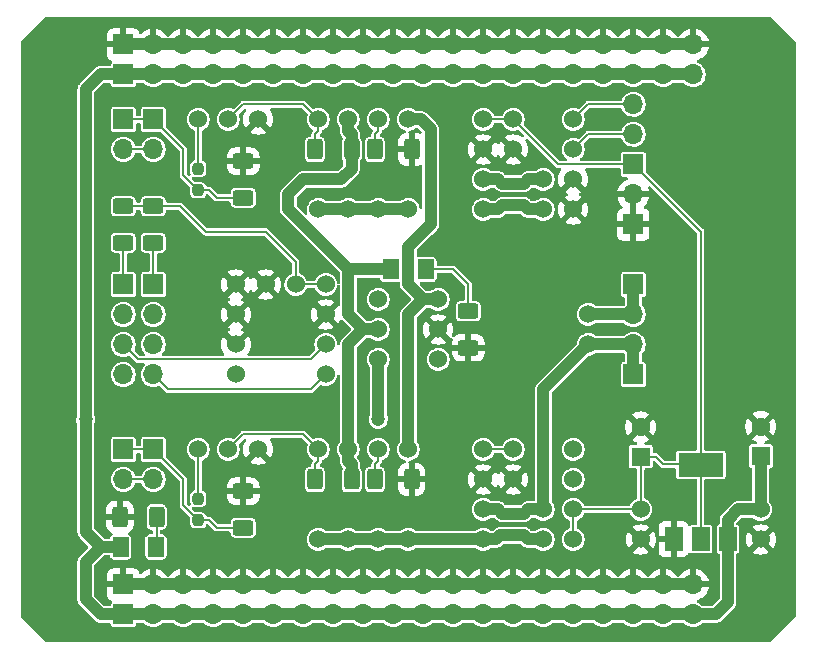
<source format=gtl>
G04 #@! TF.GenerationSoftware,KiCad,Pcbnew,(6.0.0)*
G04 #@! TF.CreationDate,2024-05-18T14:09:02+02:00*
G04 #@! TF.ProjectId,Smart Servo Control Board Rev.1,536d6172-7420-4536-9572-766f20436f6e,rev?*
G04 #@! TF.SameCoordinates,Original*
G04 #@! TF.FileFunction,Copper,L1,Top*
G04 #@! TF.FilePolarity,Positive*
%FSLAX46Y46*%
G04 Gerber Fmt 4.6, Leading zero omitted, Abs format (unit mm)*
G04 Created by KiCad (PCBNEW (6.0.0)) date 2024-05-18 14:09:02*
%MOMM*%
%LPD*%
G01*
G04 APERTURE LIST*
G04 Aperture macros list*
%AMRoundRect*
0 Rectangle with rounded corners*
0 $1 Rounding radius*
0 $2 $3 $4 $5 $6 $7 $8 $9 X,Y pos of 4 corners*
0 Add a 4 corners polygon primitive as box body*
4,1,4,$2,$3,$4,$5,$6,$7,$8,$9,$2,$3,0*
0 Add four circle primitives for the rounded corners*
1,1,$1+$1,$2,$3*
1,1,$1+$1,$4,$5*
1,1,$1+$1,$6,$7*
1,1,$1+$1,$8,$9*
0 Add four rect primitives between the rounded corners*
20,1,$1+$1,$2,$3,$4,$5,0*
20,1,$1+$1,$4,$5,$6,$7,0*
20,1,$1+$1,$6,$7,$8,$9,0*
20,1,$1+$1,$8,$9,$2,$3,0*%
G04 Aperture macros list end*
G04 #@! TA.AperFunction,ComponentPad*
%ADD10R,1.600000X1.600000*%
G04 #@! TD*
G04 #@! TA.AperFunction,ComponentPad*
%ADD11C,1.600000*%
G04 #@! TD*
G04 #@! TA.AperFunction,ComponentPad*
%ADD12C,1.524000*%
G04 #@! TD*
G04 #@! TA.AperFunction,SMDPad,CuDef*
%ADD13RoundRect,0.250000X0.400000X0.625000X-0.400000X0.625000X-0.400000X-0.625000X0.400000X-0.625000X0*%
G04 #@! TD*
G04 #@! TA.AperFunction,ComponentPad*
%ADD14R,1.700000X1.700000*%
G04 #@! TD*
G04 #@! TA.AperFunction,ComponentPad*
%ADD15O,1.700000X1.700000*%
G04 #@! TD*
G04 #@! TA.AperFunction,SMDPad,CuDef*
%ADD16RoundRect,0.250001X0.462499X0.624999X-0.462499X0.624999X-0.462499X-0.624999X0.462499X-0.624999X0*%
G04 #@! TD*
G04 #@! TA.AperFunction,SMDPad,CuDef*
%ADD17RoundRect,0.237500X-0.237500X0.250000X-0.237500X-0.250000X0.237500X-0.250000X0.237500X0.250000X0*%
G04 #@! TD*
G04 #@! TA.AperFunction,SMDPad,CuDef*
%ADD18RoundRect,0.250000X0.625000X-0.400000X0.625000X0.400000X-0.625000X0.400000X-0.625000X-0.400000X0*%
G04 #@! TD*
G04 #@! TA.AperFunction,SMDPad,CuDef*
%ADD19RoundRect,0.250000X-0.400000X-0.625000X0.400000X-0.625000X0.400000X0.625000X-0.400000X0.625000X0*%
G04 #@! TD*
G04 #@! TA.AperFunction,SMDPad,CuDef*
%ADD20RoundRect,0.237500X0.237500X-0.250000X0.237500X0.250000X-0.237500X0.250000X-0.237500X-0.250000X0*%
G04 #@! TD*
G04 #@! TA.AperFunction,SMDPad,CuDef*
%ADD21RoundRect,0.250000X-0.625000X0.400000X-0.625000X-0.400000X0.625000X-0.400000X0.625000X0.400000X0*%
G04 #@! TD*
G04 #@! TA.AperFunction,SMDPad,CuDef*
%ADD22R,1.500000X2.000000*%
G04 #@! TD*
G04 #@! TA.AperFunction,SMDPad,CuDef*
%ADD23R,3.800000X2.000000*%
G04 #@! TD*
G04 #@! TA.AperFunction,ViaPad*
%ADD24C,1.200000*%
G04 #@! TD*
G04 #@! TA.AperFunction,Conductor*
%ADD25C,1.000000*%
G04 #@! TD*
G04 #@! TA.AperFunction,Conductor*
%ADD26C,0.200000*%
G04 #@! TD*
G04 APERTURE END LIST*
D10*
X80645000Y-60260113D03*
D11*
X80645000Y-57760113D03*
D12*
X66040000Y-48260000D03*
X66040000Y-50800000D03*
D13*
X46000000Y-62230000D03*
X42900000Y-62230000D03*
D12*
X59690000Y-34290000D03*
X59690000Y-31750000D03*
X62230000Y-67310000D03*
X62230000Y-64770000D03*
D14*
X26670000Y-73660000D03*
D15*
X29210000Y-73660000D03*
X31750000Y-73660000D03*
X34290000Y-73660000D03*
X36830000Y-73660000D03*
X39370000Y-73660000D03*
X41910000Y-73660000D03*
X44450000Y-73660000D03*
X46990000Y-73660000D03*
X49530000Y-73660000D03*
X52070000Y-73660000D03*
X54610000Y-73660000D03*
X57150000Y-73660000D03*
X59690000Y-73660000D03*
X62230000Y-73660000D03*
X64770000Y-73660000D03*
X67310000Y-73660000D03*
X69850000Y-73660000D03*
X72390000Y-73660000D03*
X74930000Y-73660000D03*
D16*
X29427500Y-67945000D03*
X26452500Y-67945000D03*
D17*
X59690000Y-65127500D03*
X59690000Y-66952500D03*
D18*
X36830000Y-66320000D03*
X36830000Y-63220000D03*
D12*
X70485000Y-64770000D03*
X70485000Y-67310000D03*
X80645000Y-64770000D03*
X80645000Y-67310000D03*
D14*
X26670000Y-27940000D03*
D15*
X29210000Y-27940000D03*
X31750000Y-27940000D03*
X34290000Y-27940000D03*
X36830000Y-27940000D03*
X39370000Y-27940000D03*
X41910000Y-27940000D03*
X44450000Y-27940000D03*
X46990000Y-27940000D03*
X49530000Y-27940000D03*
X52070000Y-27940000D03*
X54610000Y-27940000D03*
X57150000Y-27940000D03*
X59690000Y-27940000D03*
X62230000Y-27940000D03*
X64770000Y-27940000D03*
X67310000Y-27940000D03*
X69850000Y-27940000D03*
X72390000Y-27940000D03*
X74930000Y-27940000D03*
D14*
X26670000Y-25400000D03*
D15*
X29210000Y-25400000D03*
X31750000Y-25400000D03*
X34290000Y-25400000D03*
X36830000Y-25400000D03*
X39370000Y-25400000D03*
X41910000Y-25400000D03*
X44450000Y-25400000D03*
X46990000Y-25400000D03*
X49530000Y-25400000D03*
X52070000Y-25400000D03*
X54610000Y-25400000D03*
X57150000Y-25400000D03*
X59690000Y-25400000D03*
X62230000Y-25400000D03*
X64770000Y-25400000D03*
X67310000Y-25400000D03*
X69850000Y-25400000D03*
X72390000Y-25400000D03*
X74930000Y-25400000D03*
D14*
X69850000Y-45720000D03*
D15*
X69850000Y-48260000D03*
D12*
X33020000Y-59690000D03*
X38100000Y-59690000D03*
X35560000Y-59690000D03*
D14*
X69850000Y-35545000D03*
D15*
X69850000Y-33005000D03*
X69850000Y-30465000D03*
D19*
X47980000Y-34290000D03*
X51080000Y-34290000D03*
D14*
X26670000Y-71120000D03*
D15*
X29210000Y-71120000D03*
X31750000Y-71120000D03*
X34290000Y-71120000D03*
X36830000Y-71120000D03*
X39370000Y-71120000D03*
X41910000Y-71120000D03*
X44450000Y-71120000D03*
X46990000Y-71120000D03*
X49530000Y-71120000D03*
X52070000Y-71120000D03*
X54610000Y-71120000D03*
X57150000Y-71120000D03*
X59690000Y-71120000D03*
X62230000Y-71120000D03*
X64770000Y-71120000D03*
X67310000Y-71120000D03*
X69850000Y-71120000D03*
X72390000Y-71120000D03*
X74930000Y-71120000D03*
D18*
X36830000Y-38380000D03*
X36830000Y-35280000D03*
X29210000Y-42190000D03*
X29210000Y-39090000D03*
D10*
X70485000Y-60285000D03*
D11*
X70485000Y-57785000D03*
D12*
X50800000Y-59690000D03*
X48260000Y-59690000D03*
X45720000Y-59690000D03*
X43180000Y-59690000D03*
X43180000Y-67310000D03*
X45720000Y-67310000D03*
X48260000Y-67310000D03*
X50800000Y-67310000D03*
D20*
X59690000Y-39012500D03*
X59690000Y-37187500D03*
D14*
X69850000Y-40640000D03*
D15*
X69850000Y-38100000D03*
D12*
X59690000Y-62230000D03*
X59690000Y-59690000D03*
D13*
X29490000Y-65405000D03*
X26390000Y-65405000D03*
D21*
X55880000Y-47980000D03*
X55880000Y-51080000D03*
D17*
X33020000Y-63857500D03*
X33020000Y-65682500D03*
D22*
X73265000Y-67285000D03*
X75565000Y-67285000D03*
D23*
X75565000Y-60985000D03*
D22*
X77865000Y-67285000D03*
D14*
X29210000Y-45720000D03*
D15*
X29210000Y-48260000D03*
X29210000Y-50800000D03*
X29210000Y-53340000D03*
D14*
X29210000Y-59690000D03*
D15*
X29210000Y-62230000D03*
D12*
X33020000Y-31750000D03*
X38100000Y-31750000D03*
X35560000Y-31750000D03*
D18*
X26670000Y-42190000D03*
X26670000Y-39090000D03*
D12*
X62230000Y-39370000D03*
X62230000Y-36830000D03*
D19*
X47980000Y-62230000D03*
X51080000Y-62230000D03*
D12*
X36195000Y-45720000D03*
X36195000Y-48260000D03*
X36195000Y-50800000D03*
X36195000Y-53340000D03*
X43815000Y-53340000D03*
X43815000Y-50800000D03*
X43815000Y-48260000D03*
X43815000Y-45720000D03*
D14*
X26670000Y-45720000D03*
D15*
X26670000Y-48260000D03*
X26670000Y-50800000D03*
X26670000Y-53340000D03*
D14*
X29210000Y-31750000D03*
D15*
X29210000Y-34290000D03*
D16*
X52287500Y-44450000D03*
X49312500Y-44450000D03*
D14*
X69850000Y-53340000D03*
D15*
X69850000Y-50800000D03*
D14*
X26670000Y-31750000D03*
D15*
X26670000Y-34290000D03*
D20*
X33020000Y-37742500D03*
X33020000Y-35917500D03*
D13*
X46000000Y-34290000D03*
X42900000Y-34290000D03*
D12*
X64770000Y-67310000D03*
X64770000Y-64770000D03*
X64770000Y-62230000D03*
X64770000Y-59690000D03*
X57150000Y-59690000D03*
X57150000Y-62230000D03*
X57150000Y-64770000D03*
X57150000Y-67310000D03*
X50800000Y-31750000D03*
X48260000Y-31750000D03*
X45720000Y-31750000D03*
X43180000Y-31750000D03*
X43180000Y-39370000D03*
X45720000Y-39370000D03*
X48260000Y-39370000D03*
X50800000Y-39370000D03*
X48260000Y-46990000D03*
X48260000Y-52070000D03*
X48260000Y-49530000D03*
X53340000Y-52070000D03*
X53340000Y-46990000D03*
X53340000Y-49530000D03*
X64770000Y-39370000D03*
X64770000Y-36830000D03*
X64770000Y-34290000D03*
X64770000Y-31750000D03*
X57150000Y-31750000D03*
X57150000Y-34290000D03*
X57150000Y-36830000D03*
X57150000Y-39370000D03*
D14*
X26670000Y-59690000D03*
D15*
X26670000Y-62230000D03*
D12*
X38735000Y-45720000D03*
X41275000Y-45720000D03*
D24*
X23495000Y-57150000D03*
X48260000Y-57150000D03*
D25*
X24765000Y-67945000D02*
X23495000Y-66675000D01*
X23495000Y-66675000D02*
X23495000Y-29210000D01*
X23495000Y-29210000D02*
X24765000Y-27940000D01*
X24765000Y-27940000D02*
X26670000Y-27940000D01*
X26670000Y-27940000D02*
X74930000Y-27940000D01*
X24765000Y-67945000D02*
X23495000Y-69215000D01*
X76835000Y-73660000D02*
X74930000Y-73660000D01*
X77865000Y-67310000D02*
X77865000Y-65645000D01*
X24765000Y-73660000D02*
X26670000Y-73660000D01*
X77865000Y-72630000D02*
X76835000Y-73660000D01*
X77865000Y-67285000D02*
X77865000Y-72630000D01*
X23495000Y-69215000D02*
X23495000Y-72390000D01*
X23495000Y-72390000D02*
X24765000Y-73660000D01*
X26452500Y-67945000D02*
X24765000Y-67945000D01*
X77865000Y-65645000D02*
X78740000Y-64770000D01*
X48260000Y-57150000D02*
X48260000Y-52070000D01*
X80645000Y-64770000D02*
X80645000Y-60325000D01*
X74930000Y-73660000D02*
X26670000Y-73660000D01*
X78740000Y-64770000D02*
X80645000Y-64770000D01*
X74930000Y-25400000D02*
X26670000Y-25400000D01*
X26670000Y-71120000D02*
X74930000Y-71120000D01*
D26*
X69850000Y-35545000D02*
X75565000Y-41260000D01*
X29210000Y-39090000D02*
X31470000Y-39090000D01*
X75565000Y-67285000D02*
X75565000Y-60960000D01*
X38735000Y-41275000D02*
X41275000Y-43815000D01*
X64770000Y-64770000D02*
X64770000Y-67310000D01*
X31470000Y-39090000D02*
X33655000Y-41275000D01*
X75565000Y-41260000D02*
X75565000Y-60960000D01*
X70485000Y-64770000D02*
X70485000Y-60325000D01*
X59690000Y-31750000D02*
X63500000Y-35560000D01*
X33655000Y-41275000D02*
X38735000Y-41275000D01*
X70485000Y-60325000D02*
X71755000Y-60325000D01*
X64770000Y-64770000D02*
X70485000Y-64770000D01*
X29210000Y-39090000D02*
X26670000Y-39090000D01*
X57150000Y-59690000D02*
X59690000Y-59690000D01*
X71755000Y-60325000D02*
X72390000Y-60960000D01*
X63500000Y-35560000D02*
X69850000Y-35560000D01*
X57150000Y-31750000D02*
X59690000Y-31750000D01*
X72390000Y-60960000D02*
X75565000Y-60960000D01*
X41275000Y-43815000D02*
X41275000Y-45720000D01*
X41275000Y-45720000D02*
X43815000Y-45720000D01*
D25*
X50800000Y-39370000D02*
X43180000Y-39370000D01*
X59690000Y-39012500D02*
X58777500Y-39012500D01*
X58777500Y-39012500D02*
X58420000Y-39370000D01*
X60960000Y-39370000D02*
X62230000Y-39370000D01*
X60602500Y-39012500D02*
X60960000Y-39370000D01*
X58420000Y-39370000D02*
X57150000Y-39370000D01*
X59690000Y-39012500D02*
X60602500Y-39012500D01*
X60602500Y-37187500D02*
X60960000Y-36830000D01*
X59690000Y-37187500D02*
X60602500Y-37187500D01*
X58777500Y-37187500D02*
X58420000Y-36830000D01*
X69850000Y-48260000D02*
X69850000Y-45720000D01*
X59690000Y-37187500D02*
X58777500Y-37187500D01*
X62230000Y-36830000D02*
X60960000Y-36830000D01*
X66040000Y-48260000D02*
X69850000Y-48260000D01*
X57150000Y-36830000D02*
X58420000Y-36830000D01*
X50800000Y-67310000D02*
X57150000Y-67310000D01*
X59690000Y-66952500D02*
X60602500Y-66952500D01*
X58241250Y-67310000D02*
X57150000Y-67310000D01*
X50800000Y-67310000D02*
X43180000Y-67310000D01*
X62230000Y-67310000D02*
X60960000Y-67310000D01*
X58598750Y-66952500D02*
X58241250Y-67310000D01*
X59690000Y-66952500D02*
X58598750Y-66952500D01*
X60602500Y-66952500D02*
X60960000Y-67310000D01*
X62230000Y-55880000D02*
X62230000Y-64770000D01*
X60602500Y-65127500D02*
X60960000Y-64770000D01*
X59690000Y-65127500D02*
X60602500Y-65127500D01*
X66040000Y-50800000D02*
X62230000Y-54610000D01*
X57150000Y-64770000D02*
X58420000Y-64770000D01*
X58777500Y-65127500D02*
X58420000Y-64770000D01*
X66040000Y-50800000D02*
X69850000Y-50800000D01*
X62230000Y-64770000D02*
X60960000Y-64770000D01*
X59690000Y-65127500D02*
X58777500Y-65127500D01*
X69850000Y-53340000D02*
X69850000Y-50800000D01*
X62230000Y-54610000D02*
X62230000Y-55880000D01*
D26*
X52287500Y-44450000D02*
X54610000Y-44450000D01*
X54610000Y-44450000D02*
X55880000Y-45720000D01*
X55880000Y-45720000D02*
X55880000Y-47980000D01*
D25*
X40640000Y-38100000D02*
X41910000Y-36830000D01*
X45720000Y-48260000D02*
X46990000Y-49530000D01*
X41910000Y-36830000D02*
X45085000Y-36830000D01*
X46000000Y-62230000D02*
X46000000Y-60960000D01*
X46000000Y-60960000D02*
X45720000Y-60680000D01*
X40640000Y-39370000D02*
X40640000Y-38100000D01*
X45720000Y-44450000D02*
X40640000Y-39370000D01*
X45720000Y-32740000D02*
X45720000Y-31750000D01*
X46990000Y-49530000D02*
X48260000Y-49530000D01*
X45720000Y-50800000D02*
X46990000Y-49530000D01*
X46000000Y-34290000D02*
X46000000Y-33020000D01*
X45720000Y-44450000D02*
X45720000Y-48260000D01*
X45085000Y-36830000D02*
X46000000Y-35915000D01*
X46000000Y-33020000D02*
X45720000Y-32740000D01*
X45720000Y-59690000D02*
X45720000Y-50800000D01*
X46000000Y-35915000D02*
X46000000Y-34290000D01*
X49312500Y-44450000D02*
X45720000Y-44450000D01*
X45720000Y-60680000D02*
X45720000Y-59690000D01*
D26*
X29490000Y-65405000D02*
X29490000Y-67665000D01*
X26670000Y-59690000D02*
X29210000Y-59690000D01*
X36830000Y-66320000D02*
X34570000Y-66320000D01*
X33932500Y-65682500D02*
X33020000Y-65682500D01*
X34570000Y-66320000D02*
X33932500Y-65682500D01*
X31750000Y-62230000D02*
X29210000Y-59690000D01*
X31750000Y-64412500D02*
X31750000Y-62230000D01*
X33020000Y-65682500D02*
X31750000Y-64412500D01*
X47980000Y-60960000D02*
X48260000Y-60680000D01*
X48260000Y-60680000D02*
X48260000Y-59690000D01*
X26670000Y-62230000D02*
X29210000Y-62230000D01*
X47980000Y-62230000D02*
X47980000Y-60960000D01*
X42900000Y-34290000D02*
X42900000Y-33020000D01*
X35560000Y-31750000D02*
X36830000Y-30480000D01*
X41910000Y-30480000D02*
X43180000Y-31750000D01*
X43180000Y-32740000D02*
X43180000Y-31750000D01*
X36830000Y-30480000D02*
X41910000Y-30480000D01*
X42900000Y-33020000D02*
X43180000Y-32740000D01*
D25*
X52705000Y-40640000D02*
X52705000Y-32577370D01*
X52070000Y-46990000D02*
X50800000Y-45720000D01*
X50800000Y-59690000D02*
X50800000Y-48260000D01*
X52705000Y-32577370D02*
X51877630Y-31750000D01*
X50800000Y-48260000D02*
X52070000Y-46990000D01*
X50800000Y-45720000D02*
X50800000Y-42545000D01*
X51877630Y-31750000D02*
X50800000Y-31750000D01*
X53340000Y-46990000D02*
X52070000Y-46990000D01*
X50800000Y-42545000D02*
X52705000Y-40640000D01*
D26*
X43180000Y-60680000D02*
X43180000Y-59690000D01*
X41910000Y-58420000D02*
X43180000Y-59690000D01*
X42900000Y-60960000D02*
X43180000Y-60680000D01*
X42900000Y-62230000D02*
X42900000Y-60960000D01*
X36830000Y-58420000D02*
X41910000Y-58420000D01*
X35560000Y-59690000D02*
X36830000Y-58420000D01*
X34570000Y-38380000D02*
X33932500Y-37742500D01*
X31750000Y-34290000D02*
X29210000Y-31750000D01*
X33020000Y-37742500D02*
X31750000Y-36472500D01*
X36830000Y-38380000D02*
X34570000Y-38380000D01*
X26670000Y-31750000D02*
X29210000Y-31750000D01*
X31750000Y-36472500D02*
X31750000Y-34290000D01*
X33932500Y-37742500D02*
X33020000Y-37742500D01*
X47980000Y-34290000D02*
X47980000Y-33020000D01*
X26670000Y-34290000D02*
X29210000Y-34290000D01*
X48260000Y-32740000D02*
X48260000Y-31750000D01*
X47980000Y-33020000D02*
X48260000Y-32740000D01*
X33020000Y-35917500D02*
X33020000Y-31750000D01*
X33020000Y-63857500D02*
X33020000Y-59690000D01*
X26670000Y-42190000D02*
X26670000Y-45720000D01*
X66040000Y-30480000D02*
X69850000Y-30480000D01*
X42545000Y-52070000D02*
X43815000Y-50800000D01*
X26670000Y-50800000D02*
X27940000Y-52070000D01*
X27940000Y-52070000D02*
X42545000Y-52070000D01*
X64770000Y-31750000D02*
X66040000Y-30480000D01*
X42545000Y-54610000D02*
X43815000Y-53340000D01*
X66040000Y-33020000D02*
X69850000Y-33020000D01*
X29210000Y-42190000D02*
X29210000Y-45720000D01*
X64770000Y-34290000D02*
X66040000Y-33020000D01*
X30480000Y-54610000D02*
X42545000Y-54610000D01*
X29210000Y-53340000D02*
X30480000Y-54610000D01*
G04 #@! TA.AperFunction,Conductor*
G36*
X81260182Y-23061953D02*
G01*
X81265813Y-23061963D01*
X81279642Y-23065143D01*
X81293483Y-23062011D01*
X81307668Y-23062036D01*
X81307667Y-23062794D01*
X81315560Y-23062151D01*
X81373265Y-23065642D01*
X81445180Y-23069992D01*
X81511969Y-23094071D01*
X81526667Y-23106667D01*
X83573334Y-25153334D01*
X83607360Y-25215646D01*
X83610009Y-25234822D01*
X83617831Y-25364144D01*
X83618061Y-25371970D01*
X83618037Y-25385815D01*
X83614857Y-25399642D01*
X83617989Y-25413482D01*
X83617980Y-25418371D01*
X83620000Y-25436448D01*
X83620000Y-73622976D01*
X83618047Y-73640182D01*
X83618037Y-73645813D01*
X83614857Y-73659642D01*
X83617989Y-73673483D01*
X83617964Y-73687668D01*
X83617206Y-73687667D01*
X83617849Y-73695563D01*
X83610008Y-73825180D01*
X83585929Y-73891969D01*
X83573333Y-73906667D01*
X81526666Y-75953334D01*
X81464354Y-75987360D01*
X81445180Y-75990009D01*
X81402702Y-75992578D01*
X81315856Y-75997831D01*
X81308030Y-75998061D01*
X81294185Y-75998037D01*
X81280358Y-75994857D01*
X81266518Y-75997989D01*
X81261629Y-75997980D01*
X81243552Y-76000000D01*
X20357024Y-76000000D01*
X20339818Y-75998047D01*
X20334187Y-75998037D01*
X20320358Y-75994857D01*
X20306517Y-75997989D01*
X20292332Y-75997964D01*
X20292333Y-75997206D01*
X20284440Y-75997849D01*
X20226735Y-75994358D01*
X20154820Y-75990008D01*
X20088031Y-75965929D01*
X20073333Y-75953333D01*
X18026666Y-73906666D01*
X17992640Y-73844354D01*
X17989991Y-73825178D01*
X17982169Y-73695856D01*
X17981939Y-73688030D01*
X17981963Y-73674185D01*
X17985143Y-73660358D01*
X17982011Y-73646518D01*
X17982020Y-73641629D01*
X17980000Y-73623552D01*
X17980000Y-57138753D01*
X22689514Y-57138753D01*
X22690201Y-57145760D01*
X22690201Y-57145763D01*
X22691005Y-57153963D01*
X22707039Y-57317486D01*
X22709262Y-57324168D01*
X22709262Y-57324169D01*
X22739880Y-57416210D01*
X22763726Y-57487896D01*
X22767372Y-57493916D01*
X22776277Y-57508620D01*
X22794500Y-57573890D01*
X22794500Y-66646359D01*
X22794208Y-66654929D01*
X22791534Y-66694158D01*
X22790322Y-66711930D01*
X22791627Y-66719406D01*
X22791627Y-66719409D01*
X22801178Y-66774132D01*
X22802141Y-66780658D01*
X22807035Y-66821096D01*
X22809724Y-66843320D01*
X22812409Y-66850427D01*
X22813218Y-66853720D01*
X22817177Y-66868191D01*
X22818166Y-66871467D01*
X22819473Y-66878954D01*
X22822528Y-66885913D01*
X22822528Y-66885914D01*
X22844847Y-66936760D01*
X22847339Y-66942866D01*
X22850698Y-66951754D01*
X22869655Y-67001923D01*
X22873954Y-67008178D01*
X22875535Y-67011203D01*
X22882825Y-67024299D01*
X22884566Y-67027243D01*
X22887621Y-67034202D01*
X22892246Y-67040230D01*
X22892247Y-67040231D01*
X22926042Y-67084273D01*
X22929919Y-67089609D01*
X22961381Y-67135386D01*
X22961386Y-67135392D01*
X22965688Y-67141651D01*
X22971362Y-67146706D01*
X23011657Y-67182608D01*
X23016933Y-67187589D01*
X23685248Y-67855904D01*
X23719274Y-67918216D01*
X23714209Y-67989031D01*
X23685248Y-68034094D01*
X23019918Y-68699424D01*
X23013652Y-68705278D01*
X22970604Y-68742831D01*
X22935346Y-68792999D01*
X22934317Y-68794463D01*
X22930384Y-68799758D01*
X22896105Y-68843476D01*
X22896103Y-68843480D01*
X22891416Y-68849457D01*
X22888290Y-68856380D01*
X22886505Y-68859328D01*
X22879113Y-68872288D01*
X22877480Y-68875334D01*
X22873113Y-68881547D01*
X22870354Y-68888624D01*
X22850180Y-68940366D01*
X22847625Y-68946445D01*
X22821645Y-69003984D01*
X22820260Y-69011455D01*
X22819236Y-69014723D01*
X22815123Y-69029164D01*
X22814283Y-69032437D01*
X22811524Y-69039513D01*
X22810533Y-69047043D01*
X22803284Y-69102106D01*
X22802252Y-69108623D01*
X22790748Y-69170692D01*
X22791185Y-69178272D01*
X22791185Y-69178273D01*
X22794291Y-69232144D01*
X22794500Y-69239396D01*
X22794500Y-72361359D01*
X22794208Y-72369929D01*
X22791150Y-72414786D01*
X22790322Y-72426930D01*
X22791627Y-72434406D01*
X22791627Y-72434409D01*
X22801178Y-72489132D01*
X22802141Y-72495658D01*
X22805211Y-72521025D01*
X22809724Y-72558320D01*
X22812409Y-72565427D01*
X22813218Y-72568720D01*
X22817177Y-72583191D01*
X22818166Y-72586467D01*
X22819473Y-72593954D01*
X22822528Y-72600913D01*
X22822528Y-72600914D01*
X22844847Y-72651760D01*
X22847339Y-72657866D01*
X22857621Y-72685075D01*
X22869655Y-72716923D01*
X22873954Y-72723178D01*
X22875535Y-72726203D01*
X22882825Y-72739299D01*
X22884566Y-72742243D01*
X22887621Y-72749202D01*
X22892246Y-72755230D01*
X22892247Y-72755231D01*
X22926042Y-72799273D01*
X22929919Y-72804609D01*
X22961381Y-72850386D01*
X22961386Y-72850392D01*
X22965688Y-72856651D01*
X22971362Y-72861706D01*
X23011657Y-72897608D01*
X23016933Y-72902589D01*
X24249411Y-74135067D01*
X24255264Y-74141332D01*
X24292831Y-74184396D01*
X24299042Y-74188761D01*
X24299045Y-74188764D01*
X24344493Y-74220705D01*
X24349788Y-74224638D01*
X24399457Y-74263583D01*
X24406384Y-74266711D01*
X24409315Y-74268486D01*
X24422318Y-74275903D01*
X24425332Y-74277519D01*
X24431547Y-74281887D01*
X24438623Y-74284646D01*
X24438627Y-74284648D01*
X24490364Y-74304819D01*
X24496445Y-74307375D01*
X24499663Y-74308828D01*
X24553984Y-74333355D01*
X24561450Y-74334739D01*
X24564699Y-74335757D01*
X24579164Y-74339877D01*
X24582437Y-74340717D01*
X24589513Y-74343476D01*
X24634183Y-74349356D01*
X24652106Y-74351716D01*
X24658623Y-74352748D01*
X24664418Y-74353822D01*
X24720692Y-74364252D01*
X24728272Y-74363815D01*
X24728273Y-74363815D01*
X24782144Y-74360709D01*
X24789396Y-74360500D01*
X25493500Y-74360500D01*
X25561621Y-74380502D01*
X25608114Y-74434158D01*
X25619500Y-74486500D01*
X25619500Y-74529748D01*
X25620707Y-74535816D01*
X25626789Y-74566390D01*
X25631133Y-74588231D01*
X25675448Y-74654552D01*
X25741769Y-74698867D01*
X25753938Y-74701288D01*
X25753939Y-74701288D01*
X25794184Y-74709293D01*
X25800252Y-74710500D01*
X27539748Y-74710500D01*
X27545816Y-74709293D01*
X27586061Y-74701288D01*
X27586062Y-74701288D01*
X27598231Y-74698867D01*
X27664552Y-74654552D01*
X27708867Y-74588231D01*
X27713212Y-74566390D01*
X27719293Y-74535816D01*
X27720500Y-74529748D01*
X27720500Y-74486500D01*
X27740502Y-74418379D01*
X27794158Y-74371886D01*
X27846500Y-74360500D01*
X28366383Y-74360500D01*
X28434504Y-74380502D01*
X28450427Y-74393564D01*
X28450677Y-74393270D01*
X28607564Y-74526791D01*
X28787398Y-74627297D01*
X28871280Y-74654552D01*
X28977471Y-74689056D01*
X28977475Y-74689057D01*
X28983329Y-74690959D01*
X29187894Y-74715351D01*
X29194029Y-74714879D01*
X29194031Y-74714879D01*
X29266625Y-74709293D01*
X29393300Y-74699546D01*
X29399230Y-74697890D01*
X29399232Y-74697890D01*
X29585797Y-74645800D01*
X29585796Y-74645800D01*
X29591725Y-74644145D01*
X29597214Y-74641372D01*
X29597220Y-74641370D01*
X29770116Y-74554033D01*
X29775610Y-74551258D01*
X29812038Y-74522798D01*
X29933095Y-74428218D01*
X29933096Y-74428217D01*
X29937951Y-74424424D01*
X29955436Y-74404168D01*
X30015088Y-74365671D01*
X30050816Y-74360500D01*
X30906383Y-74360500D01*
X30974504Y-74380502D01*
X30990427Y-74393564D01*
X30990677Y-74393270D01*
X31147564Y-74526791D01*
X31327398Y-74627297D01*
X31411280Y-74654552D01*
X31517471Y-74689056D01*
X31517475Y-74689057D01*
X31523329Y-74690959D01*
X31727894Y-74715351D01*
X31734029Y-74714879D01*
X31734031Y-74714879D01*
X31806625Y-74709293D01*
X31933300Y-74699546D01*
X31939230Y-74697890D01*
X31939232Y-74697890D01*
X32125797Y-74645800D01*
X32125796Y-74645800D01*
X32131725Y-74644145D01*
X32137214Y-74641372D01*
X32137220Y-74641370D01*
X32310116Y-74554033D01*
X32315610Y-74551258D01*
X32352038Y-74522798D01*
X32473095Y-74428218D01*
X32473096Y-74428217D01*
X32477951Y-74424424D01*
X32495436Y-74404168D01*
X32555088Y-74365671D01*
X32590816Y-74360500D01*
X33446383Y-74360500D01*
X33514504Y-74380502D01*
X33530427Y-74393564D01*
X33530677Y-74393270D01*
X33687564Y-74526791D01*
X33867398Y-74627297D01*
X33951280Y-74654552D01*
X34057471Y-74689056D01*
X34057475Y-74689057D01*
X34063329Y-74690959D01*
X34267894Y-74715351D01*
X34274029Y-74714879D01*
X34274031Y-74714879D01*
X34346625Y-74709293D01*
X34473300Y-74699546D01*
X34479230Y-74697890D01*
X34479232Y-74697890D01*
X34665797Y-74645800D01*
X34665796Y-74645800D01*
X34671725Y-74644145D01*
X34677214Y-74641372D01*
X34677220Y-74641370D01*
X34850116Y-74554033D01*
X34855610Y-74551258D01*
X34892038Y-74522798D01*
X35013095Y-74428218D01*
X35013096Y-74428217D01*
X35017951Y-74424424D01*
X35035436Y-74404168D01*
X35095088Y-74365671D01*
X35130816Y-74360500D01*
X35986383Y-74360500D01*
X36054504Y-74380502D01*
X36070427Y-74393564D01*
X36070677Y-74393270D01*
X36227564Y-74526791D01*
X36407398Y-74627297D01*
X36491280Y-74654552D01*
X36597471Y-74689056D01*
X36597475Y-74689057D01*
X36603329Y-74690959D01*
X36807894Y-74715351D01*
X36814029Y-74714879D01*
X36814031Y-74714879D01*
X36886625Y-74709293D01*
X37013300Y-74699546D01*
X37019230Y-74697890D01*
X37019232Y-74697890D01*
X37205797Y-74645800D01*
X37205796Y-74645800D01*
X37211725Y-74644145D01*
X37217214Y-74641372D01*
X37217220Y-74641370D01*
X37390116Y-74554033D01*
X37395610Y-74551258D01*
X37432038Y-74522798D01*
X37553095Y-74428218D01*
X37553096Y-74428217D01*
X37557951Y-74424424D01*
X37575436Y-74404168D01*
X37635088Y-74365671D01*
X37670816Y-74360500D01*
X38526383Y-74360500D01*
X38594504Y-74380502D01*
X38610427Y-74393564D01*
X38610677Y-74393270D01*
X38767564Y-74526791D01*
X38947398Y-74627297D01*
X39031280Y-74654552D01*
X39137471Y-74689056D01*
X39137475Y-74689057D01*
X39143329Y-74690959D01*
X39347894Y-74715351D01*
X39354029Y-74714879D01*
X39354031Y-74714879D01*
X39426625Y-74709293D01*
X39553300Y-74699546D01*
X39559230Y-74697890D01*
X39559232Y-74697890D01*
X39745797Y-74645800D01*
X39745796Y-74645800D01*
X39751725Y-74644145D01*
X39757214Y-74641372D01*
X39757220Y-74641370D01*
X39930116Y-74554033D01*
X39935610Y-74551258D01*
X39972038Y-74522798D01*
X40093095Y-74428218D01*
X40093096Y-74428217D01*
X40097951Y-74424424D01*
X40115436Y-74404168D01*
X40175088Y-74365671D01*
X40210816Y-74360500D01*
X41066383Y-74360500D01*
X41134504Y-74380502D01*
X41150427Y-74393564D01*
X41150677Y-74393270D01*
X41307564Y-74526791D01*
X41487398Y-74627297D01*
X41571280Y-74654552D01*
X41677471Y-74689056D01*
X41677475Y-74689057D01*
X41683329Y-74690959D01*
X41887894Y-74715351D01*
X41894029Y-74714879D01*
X41894031Y-74714879D01*
X41966625Y-74709293D01*
X42093300Y-74699546D01*
X42099230Y-74697890D01*
X42099232Y-74697890D01*
X42285797Y-74645800D01*
X42285796Y-74645800D01*
X42291725Y-74644145D01*
X42297214Y-74641372D01*
X42297220Y-74641370D01*
X42470116Y-74554033D01*
X42475610Y-74551258D01*
X42512038Y-74522798D01*
X42633095Y-74428218D01*
X42633096Y-74428217D01*
X42637951Y-74424424D01*
X42655436Y-74404168D01*
X42715088Y-74365671D01*
X42750816Y-74360500D01*
X43606383Y-74360500D01*
X43674504Y-74380502D01*
X43690427Y-74393564D01*
X43690677Y-74393270D01*
X43847564Y-74526791D01*
X44027398Y-74627297D01*
X44111280Y-74654552D01*
X44217471Y-74689056D01*
X44217475Y-74689057D01*
X44223329Y-74690959D01*
X44427894Y-74715351D01*
X44434029Y-74714879D01*
X44434031Y-74714879D01*
X44506625Y-74709293D01*
X44633300Y-74699546D01*
X44639230Y-74697890D01*
X44639232Y-74697890D01*
X44825797Y-74645800D01*
X44825796Y-74645800D01*
X44831725Y-74644145D01*
X44837214Y-74641372D01*
X44837220Y-74641370D01*
X45010116Y-74554033D01*
X45015610Y-74551258D01*
X45052038Y-74522798D01*
X45173095Y-74428218D01*
X45173096Y-74428217D01*
X45177951Y-74424424D01*
X45195436Y-74404168D01*
X45255088Y-74365671D01*
X45290816Y-74360500D01*
X46146383Y-74360500D01*
X46214504Y-74380502D01*
X46230427Y-74393564D01*
X46230677Y-74393270D01*
X46387564Y-74526791D01*
X46567398Y-74627297D01*
X46651280Y-74654552D01*
X46757471Y-74689056D01*
X46757475Y-74689057D01*
X46763329Y-74690959D01*
X46967894Y-74715351D01*
X46974029Y-74714879D01*
X46974031Y-74714879D01*
X47046625Y-74709293D01*
X47173300Y-74699546D01*
X47179230Y-74697890D01*
X47179232Y-74697890D01*
X47365797Y-74645800D01*
X47365796Y-74645800D01*
X47371725Y-74644145D01*
X47377214Y-74641372D01*
X47377220Y-74641370D01*
X47550116Y-74554033D01*
X47555610Y-74551258D01*
X47592038Y-74522798D01*
X47713095Y-74428218D01*
X47713096Y-74428217D01*
X47717951Y-74424424D01*
X47735436Y-74404168D01*
X47795088Y-74365671D01*
X47830816Y-74360500D01*
X48686383Y-74360500D01*
X48754504Y-74380502D01*
X48770427Y-74393564D01*
X48770677Y-74393270D01*
X48927564Y-74526791D01*
X49107398Y-74627297D01*
X49191280Y-74654552D01*
X49297471Y-74689056D01*
X49297475Y-74689057D01*
X49303329Y-74690959D01*
X49507894Y-74715351D01*
X49514029Y-74714879D01*
X49514031Y-74714879D01*
X49586625Y-74709293D01*
X49713300Y-74699546D01*
X49719230Y-74697890D01*
X49719232Y-74697890D01*
X49905797Y-74645800D01*
X49905796Y-74645800D01*
X49911725Y-74644145D01*
X49917214Y-74641372D01*
X49917220Y-74641370D01*
X50090116Y-74554033D01*
X50095610Y-74551258D01*
X50132038Y-74522798D01*
X50253095Y-74428218D01*
X50253096Y-74428217D01*
X50257951Y-74424424D01*
X50275436Y-74404168D01*
X50335088Y-74365671D01*
X50370816Y-74360500D01*
X51226383Y-74360500D01*
X51294504Y-74380502D01*
X51310427Y-74393564D01*
X51310677Y-74393270D01*
X51467564Y-74526791D01*
X51647398Y-74627297D01*
X51731280Y-74654552D01*
X51837471Y-74689056D01*
X51837475Y-74689057D01*
X51843329Y-74690959D01*
X52047894Y-74715351D01*
X52054029Y-74714879D01*
X52054031Y-74714879D01*
X52126625Y-74709293D01*
X52253300Y-74699546D01*
X52259230Y-74697890D01*
X52259232Y-74697890D01*
X52445797Y-74645800D01*
X52445796Y-74645800D01*
X52451725Y-74644145D01*
X52457214Y-74641372D01*
X52457220Y-74641370D01*
X52630116Y-74554033D01*
X52635610Y-74551258D01*
X52672038Y-74522798D01*
X52793095Y-74428218D01*
X52793096Y-74428217D01*
X52797951Y-74424424D01*
X52815436Y-74404168D01*
X52875088Y-74365671D01*
X52910816Y-74360500D01*
X53766383Y-74360500D01*
X53834504Y-74380502D01*
X53850427Y-74393564D01*
X53850677Y-74393270D01*
X54007564Y-74526791D01*
X54187398Y-74627297D01*
X54271280Y-74654552D01*
X54377471Y-74689056D01*
X54377475Y-74689057D01*
X54383329Y-74690959D01*
X54587894Y-74715351D01*
X54594029Y-74714879D01*
X54594031Y-74714879D01*
X54666625Y-74709293D01*
X54793300Y-74699546D01*
X54799230Y-74697890D01*
X54799232Y-74697890D01*
X54985797Y-74645800D01*
X54985796Y-74645800D01*
X54991725Y-74644145D01*
X54997214Y-74641372D01*
X54997220Y-74641370D01*
X55170116Y-74554033D01*
X55175610Y-74551258D01*
X55212038Y-74522798D01*
X55333095Y-74428218D01*
X55333096Y-74428217D01*
X55337951Y-74424424D01*
X55355436Y-74404168D01*
X55415088Y-74365671D01*
X55450816Y-74360500D01*
X56306383Y-74360500D01*
X56374504Y-74380502D01*
X56390427Y-74393564D01*
X56390677Y-74393270D01*
X56547564Y-74526791D01*
X56727398Y-74627297D01*
X56811280Y-74654552D01*
X56917471Y-74689056D01*
X56917475Y-74689057D01*
X56923329Y-74690959D01*
X57127894Y-74715351D01*
X57134029Y-74714879D01*
X57134031Y-74714879D01*
X57206625Y-74709293D01*
X57333300Y-74699546D01*
X57339230Y-74697890D01*
X57339232Y-74697890D01*
X57525797Y-74645800D01*
X57525796Y-74645800D01*
X57531725Y-74644145D01*
X57537214Y-74641372D01*
X57537220Y-74641370D01*
X57710116Y-74554033D01*
X57715610Y-74551258D01*
X57752038Y-74522798D01*
X57873095Y-74428218D01*
X57873096Y-74428217D01*
X57877951Y-74424424D01*
X57895436Y-74404168D01*
X57955088Y-74365671D01*
X57990816Y-74360500D01*
X58846383Y-74360500D01*
X58914504Y-74380502D01*
X58930427Y-74393564D01*
X58930677Y-74393270D01*
X59087564Y-74526791D01*
X59267398Y-74627297D01*
X59351280Y-74654552D01*
X59457471Y-74689056D01*
X59457475Y-74689057D01*
X59463329Y-74690959D01*
X59667894Y-74715351D01*
X59674029Y-74714879D01*
X59674031Y-74714879D01*
X59746625Y-74709293D01*
X59873300Y-74699546D01*
X59879230Y-74697890D01*
X59879232Y-74697890D01*
X60065797Y-74645800D01*
X60065796Y-74645800D01*
X60071725Y-74644145D01*
X60077214Y-74641372D01*
X60077220Y-74641370D01*
X60250116Y-74554033D01*
X60255610Y-74551258D01*
X60292038Y-74522798D01*
X60413095Y-74428218D01*
X60413096Y-74428217D01*
X60417951Y-74424424D01*
X60435436Y-74404168D01*
X60495088Y-74365671D01*
X60530816Y-74360500D01*
X61386383Y-74360500D01*
X61454504Y-74380502D01*
X61470427Y-74393564D01*
X61470677Y-74393270D01*
X61627564Y-74526791D01*
X61807398Y-74627297D01*
X61891280Y-74654552D01*
X61997471Y-74689056D01*
X61997475Y-74689057D01*
X62003329Y-74690959D01*
X62207894Y-74715351D01*
X62214029Y-74714879D01*
X62214031Y-74714879D01*
X62286625Y-74709293D01*
X62413300Y-74699546D01*
X62419230Y-74697890D01*
X62419232Y-74697890D01*
X62605797Y-74645800D01*
X62605796Y-74645800D01*
X62611725Y-74644145D01*
X62617214Y-74641372D01*
X62617220Y-74641370D01*
X62790116Y-74554033D01*
X62795610Y-74551258D01*
X62832038Y-74522798D01*
X62953095Y-74428218D01*
X62953096Y-74428217D01*
X62957951Y-74424424D01*
X62975436Y-74404168D01*
X63035088Y-74365671D01*
X63070816Y-74360500D01*
X63926383Y-74360500D01*
X63994504Y-74380502D01*
X64010427Y-74393564D01*
X64010677Y-74393270D01*
X64167564Y-74526791D01*
X64347398Y-74627297D01*
X64431280Y-74654552D01*
X64537471Y-74689056D01*
X64537475Y-74689057D01*
X64543329Y-74690959D01*
X64747894Y-74715351D01*
X64754029Y-74714879D01*
X64754031Y-74714879D01*
X64826625Y-74709293D01*
X64953300Y-74699546D01*
X64959230Y-74697890D01*
X64959232Y-74697890D01*
X65145797Y-74645800D01*
X65145796Y-74645800D01*
X65151725Y-74644145D01*
X65157214Y-74641372D01*
X65157220Y-74641370D01*
X65330116Y-74554033D01*
X65335610Y-74551258D01*
X65372038Y-74522798D01*
X65493095Y-74428218D01*
X65493096Y-74428217D01*
X65497951Y-74424424D01*
X65515436Y-74404168D01*
X65575088Y-74365671D01*
X65610816Y-74360500D01*
X66466383Y-74360500D01*
X66534504Y-74380502D01*
X66550427Y-74393564D01*
X66550677Y-74393270D01*
X66707564Y-74526791D01*
X66887398Y-74627297D01*
X66971280Y-74654552D01*
X67077471Y-74689056D01*
X67077475Y-74689057D01*
X67083329Y-74690959D01*
X67287894Y-74715351D01*
X67294029Y-74714879D01*
X67294031Y-74714879D01*
X67366625Y-74709293D01*
X67493300Y-74699546D01*
X67499230Y-74697890D01*
X67499232Y-74697890D01*
X67685797Y-74645800D01*
X67685796Y-74645800D01*
X67691725Y-74644145D01*
X67697214Y-74641372D01*
X67697220Y-74641370D01*
X67870116Y-74554033D01*
X67875610Y-74551258D01*
X67912038Y-74522798D01*
X68033095Y-74428218D01*
X68033096Y-74428217D01*
X68037951Y-74424424D01*
X68055436Y-74404168D01*
X68115088Y-74365671D01*
X68150816Y-74360500D01*
X69006383Y-74360500D01*
X69074504Y-74380502D01*
X69090427Y-74393564D01*
X69090677Y-74393270D01*
X69247564Y-74526791D01*
X69427398Y-74627297D01*
X69511280Y-74654552D01*
X69617471Y-74689056D01*
X69617475Y-74689057D01*
X69623329Y-74690959D01*
X69827894Y-74715351D01*
X69834029Y-74714879D01*
X69834031Y-74714879D01*
X69906625Y-74709293D01*
X70033300Y-74699546D01*
X70039230Y-74697890D01*
X70039232Y-74697890D01*
X70225797Y-74645800D01*
X70225796Y-74645800D01*
X70231725Y-74644145D01*
X70237214Y-74641372D01*
X70237220Y-74641370D01*
X70410116Y-74554033D01*
X70415610Y-74551258D01*
X70452038Y-74522798D01*
X70573095Y-74428218D01*
X70573096Y-74428217D01*
X70577951Y-74424424D01*
X70595436Y-74404168D01*
X70655088Y-74365671D01*
X70690816Y-74360500D01*
X71546383Y-74360500D01*
X71614504Y-74380502D01*
X71630427Y-74393564D01*
X71630677Y-74393270D01*
X71787564Y-74526791D01*
X71967398Y-74627297D01*
X72051280Y-74654552D01*
X72157471Y-74689056D01*
X72157475Y-74689057D01*
X72163329Y-74690959D01*
X72367894Y-74715351D01*
X72374029Y-74714879D01*
X72374031Y-74714879D01*
X72446625Y-74709293D01*
X72573300Y-74699546D01*
X72579230Y-74697890D01*
X72579232Y-74697890D01*
X72765797Y-74645800D01*
X72765796Y-74645800D01*
X72771725Y-74644145D01*
X72777214Y-74641372D01*
X72777220Y-74641370D01*
X72950116Y-74554033D01*
X72955610Y-74551258D01*
X72992038Y-74522798D01*
X73113095Y-74428218D01*
X73113096Y-74428217D01*
X73117951Y-74424424D01*
X73135436Y-74404168D01*
X73195088Y-74365671D01*
X73230816Y-74360500D01*
X74086383Y-74360500D01*
X74154504Y-74380502D01*
X74170427Y-74393564D01*
X74170677Y-74393270D01*
X74327564Y-74526791D01*
X74507398Y-74627297D01*
X74591280Y-74654552D01*
X74697471Y-74689056D01*
X74697475Y-74689057D01*
X74703329Y-74690959D01*
X74907894Y-74715351D01*
X74914029Y-74714879D01*
X74914031Y-74714879D01*
X74986625Y-74709293D01*
X75113300Y-74699546D01*
X75119230Y-74697890D01*
X75119232Y-74697890D01*
X75305797Y-74645800D01*
X75305796Y-74645800D01*
X75311725Y-74644145D01*
X75317214Y-74641372D01*
X75317220Y-74641370D01*
X75490116Y-74554033D01*
X75495610Y-74551258D01*
X75532038Y-74522798D01*
X75653095Y-74428218D01*
X75653096Y-74428217D01*
X75657951Y-74424424D01*
X75675436Y-74404168D01*
X75735088Y-74365671D01*
X75770816Y-74360500D01*
X76806359Y-74360500D01*
X76814929Y-74360792D01*
X76864354Y-74364162D01*
X76864358Y-74364162D01*
X76871930Y-74364678D01*
X76879406Y-74363373D01*
X76879409Y-74363373D01*
X76934132Y-74353822D01*
X76940658Y-74352859D01*
X76981096Y-74347965D01*
X77003320Y-74345276D01*
X77010427Y-74342591D01*
X77013720Y-74341782D01*
X77028191Y-74337823D01*
X77031467Y-74336834D01*
X77038954Y-74335527D01*
X77051019Y-74330231D01*
X77096760Y-74310153D01*
X77102866Y-74307661D01*
X77154818Y-74288030D01*
X77154820Y-74288029D01*
X77161923Y-74285345D01*
X77168178Y-74281046D01*
X77171203Y-74279465D01*
X77184299Y-74272175D01*
X77187243Y-74270434D01*
X77194202Y-74267379D01*
X77244273Y-74228958D01*
X77249609Y-74225081D01*
X77295386Y-74193619D01*
X77295392Y-74193614D01*
X77301651Y-74189312D01*
X77342609Y-74143342D01*
X77347589Y-74138067D01*
X78340074Y-73145583D01*
X78346340Y-73139729D01*
X78383669Y-73107165D01*
X78389396Y-73102169D01*
X78425690Y-73050527D01*
X78429616Y-73045242D01*
X78463895Y-73001524D01*
X78463897Y-73001520D01*
X78468584Y-72995543D01*
X78471710Y-72988620D01*
X78473495Y-72985672D01*
X78480887Y-72972712D01*
X78482520Y-72969666D01*
X78486887Y-72963453D01*
X78509820Y-72904633D01*
X78512376Y-72898554D01*
X78529013Y-72861706D01*
X78538355Y-72841016D01*
X78539740Y-72833545D01*
X78540764Y-72830277D01*
X78544877Y-72815836D01*
X78545717Y-72812563D01*
X78548476Y-72805487D01*
X78555092Y-72755231D01*
X78556716Y-72742894D01*
X78557748Y-72736377D01*
X78567868Y-72681775D01*
X78569252Y-72674308D01*
X78566466Y-72625977D01*
X78565709Y-72612856D01*
X78565500Y-72605604D01*
X78565500Y-68602680D01*
X78585502Y-68534559D01*
X78639158Y-68488066D01*
X78666918Y-68479101D01*
X78681061Y-68476288D01*
X78681062Y-68476288D01*
X78693231Y-68473867D01*
X78759552Y-68429552D01*
X78800161Y-68368777D01*
X79950777Y-68368777D01*
X79960074Y-68380793D01*
X80003069Y-68410898D01*
X80012555Y-68416376D01*
X80203993Y-68505645D01*
X80214285Y-68509391D01*
X80418309Y-68564059D01*
X80429104Y-68565962D01*
X80639525Y-68584372D01*
X80650475Y-68584372D01*
X80860896Y-68565962D01*
X80871691Y-68564059D01*
X81075715Y-68509391D01*
X81086007Y-68505645D01*
X81277445Y-68416376D01*
X81286931Y-68410898D01*
X81330764Y-68380207D01*
X81339139Y-68369729D01*
X81332071Y-68356281D01*
X80657812Y-67682022D01*
X80643868Y-67674408D01*
X80642035Y-67674539D01*
X80635420Y-67678790D01*
X79957207Y-68357003D01*
X79950777Y-68368777D01*
X78800161Y-68368777D01*
X78803867Y-68363231D01*
X78815500Y-68304748D01*
X78815500Y-67315475D01*
X79370628Y-67315475D01*
X79389038Y-67525896D01*
X79390941Y-67536691D01*
X79445609Y-67740715D01*
X79449355Y-67751007D01*
X79538623Y-67942441D01*
X79544103Y-67951932D01*
X79574794Y-67995765D01*
X79585271Y-68004140D01*
X79598718Y-67997072D01*
X80272978Y-67322812D01*
X80279356Y-67311132D01*
X81009408Y-67311132D01*
X81009539Y-67312965D01*
X81013790Y-67319580D01*
X81692003Y-67997793D01*
X81703777Y-68004223D01*
X81715793Y-67994926D01*
X81745897Y-67951932D01*
X81751377Y-67942441D01*
X81840645Y-67751007D01*
X81844391Y-67740715D01*
X81899059Y-67536691D01*
X81900962Y-67525896D01*
X81919372Y-67315475D01*
X81919372Y-67304525D01*
X81900962Y-67094104D01*
X81899059Y-67083309D01*
X81844391Y-66879285D01*
X81840645Y-66868993D01*
X81751377Y-66677559D01*
X81745897Y-66668068D01*
X81715206Y-66624235D01*
X81704729Y-66615860D01*
X81691282Y-66622928D01*
X81017022Y-67297188D01*
X81009408Y-67311132D01*
X80279356Y-67311132D01*
X80280592Y-67308868D01*
X80280461Y-67307035D01*
X80276210Y-67300420D01*
X79597997Y-66622207D01*
X79586223Y-66615777D01*
X79574207Y-66625074D01*
X79544103Y-66668068D01*
X79538623Y-66677559D01*
X79449355Y-66868993D01*
X79445609Y-66879285D01*
X79390941Y-67083309D01*
X79389038Y-67094104D01*
X79370628Y-67304525D01*
X79370628Y-67315475D01*
X78815500Y-67315475D01*
X78815500Y-66265252D01*
X78812725Y-66251303D01*
X78812520Y-66250271D01*
X79950860Y-66250271D01*
X79957928Y-66263718D01*
X80632188Y-66937978D01*
X80646132Y-66945592D01*
X80647965Y-66945461D01*
X80654580Y-66941210D01*
X81332793Y-66262997D01*
X81339223Y-66251223D01*
X81329926Y-66239207D01*
X81286931Y-66209102D01*
X81277445Y-66203624D01*
X81086007Y-66114355D01*
X81075715Y-66110609D01*
X80871691Y-66055941D01*
X80860896Y-66054038D01*
X80650475Y-66035628D01*
X80639525Y-66035628D01*
X80429104Y-66054038D01*
X80418309Y-66055941D01*
X80214285Y-66110609D01*
X80203993Y-66114355D01*
X80012559Y-66203623D01*
X80003068Y-66209103D01*
X79959235Y-66239794D01*
X79950860Y-66250271D01*
X78812520Y-66250271D01*
X78806288Y-66218939D01*
X78806288Y-66218938D01*
X78803867Y-66206769D01*
X78759552Y-66140448D01*
X78693231Y-66096133D01*
X78681061Y-66093712D01*
X78669595Y-66088963D01*
X78670303Y-66087254D01*
X78620714Y-66061316D01*
X78585582Y-65999621D01*
X78589381Y-65928726D01*
X78619109Y-65881547D01*
X78801414Y-65699243D01*
X78993253Y-65507404D01*
X79055565Y-65473379D01*
X79082348Y-65470500D01*
X79936597Y-65470500D01*
X80004718Y-65490502D01*
X80018260Y-65500546D01*
X80093030Y-65564180D01*
X80098408Y-65567186D01*
X80098410Y-65567187D01*
X80145000Y-65593225D01*
X80257800Y-65656267D01*
X80437317Y-65714595D01*
X80624745Y-65736945D01*
X80630880Y-65736473D01*
X80630882Y-65736473D01*
X80806803Y-65722937D01*
X80806807Y-65722936D01*
X80812945Y-65722464D01*
X80818877Y-65720808D01*
X80818881Y-65720807D01*
X80988804Y-65673363D01*
X80988808Y-65673362D01*
X80994748Y-65671703D01*
X81119211Y-65608833D01*
X81157728Y-65589377D01*
X81157730Y-65589376D01*
X81163229Y-65586598D01*
X81311970Y-65470388D01*
X81315996Y-65465724D01*
X81315999Y-65465721D01*
X81431278Y-65332169D01*
X81431279Y-65332167D01*
X81435307Y-65327501D01*
X81528542Y-65163378D01*
X81588123Y-64984272D01*
X81611780Y-64797005D01*
X81612157Y-64770000D01*
X81593738Y-64582145D01*
X81539181Y-64401445D01*
X81450566Y-64234783D01*
X81432720Y-64212901D01*
X81373857Y-64140729D01*
X81346303Y-64075297D01*
X81345500Y-64061093D01*
X81345500Y-61385948D01*
X81365502Y-61317827D01*
X81419158Y-61271334D01*
X81458935Y-61260613D01*
X81464748Y-61260613D01*
X81483430Y-61256897D01*
X81511061Y-61251401D01*
X81511062Y-61251401D01*
X81523231Y-61248980D01*
X81589552Y-61204665D01*
X81625957Y-61150182D01*
X81626974Y-61148660D01*
X81633867Y-61138344D01*
X81643105Y-61091904D01*
X81644293Y-61085929D01*
X81645500Y-61079861D01*
X81645500Y-59440365D01*
X81638817Y-59406769D01*
X81636288Y-59394052D01*
X81636288Y-59394051D01*
X81633867Y-59381882D01*
X81589552Y-59315561D01*
X81523231Y-59271246D01*
X81511062Y-59268825D01*
X81511061Y-59268825D01*
X81470816Y-59260820D01*
X81464748Y-59259613D01*
X81059580Y-59259613D01*
X80991459Y-59239611D01*
X80944966Y-59185955D01*
X80934862Y-59115681D01*
X80964356Y-59051101D01*
X81026969Y-59011906D01*
X81088761Y-58995349D01*
X81099053Y-58991603D01*
X81296511Y-58899527D01*
X81306006Y-58894044D01*
X81358048Y-58857604D01*
X81366424Y-58847125D01*
X81359356Y-58833679D01*
X80657812Y-58132135D01*
X80643868Y-58124521D01*
X80642035Y-58124652D01*
X80635420Y-58128903D01*
X79929923Y-58834400D01*
X79923493Y-58846175D01*
X79932789Y-58858190D01*
X79983994Y-58894044D01*
X79993489Y-58899527D01*
X80190947Y-58991603D01*
X80201239Y-58995349D01*
X80263031Y-59011906D01*
X80323654Y-59048858D01*
X80354675Y-59112719D01*
X80346247Y-59183213D01*
X80301044Y-59237960D01*
X80230420Y-59259613D01*
X79825252Y-59259613D01*
X79819184Y-59260820D01*
X79778939Y-59268825D01*
X79778938Y-59268825D01*
X79766769Y-59271246D01*
X79700448Y-59315561D01*
X79656133Y-59381882D01*
X79653712Y-59394051D01*
X79653712Y-59394052D01*
X79651183Y-59406769D01*
X79644500Y-59440365D01*
X79644500Y-61079861D01*
X79645707Y-61085929D01*
X79646896Y-61091904D01*
X79656133Y-61138344D01*
X79663026Y-61148660D01*
X79664043Y-61150182D01*
X79700448Y-61204665D01*
X79766769Y-61248980D01*
X79778938Y-61251401D01*
X79778939Y-61251401D01*
X79806570Y-61256897D01*
X79825252Y-61260613D01*
X79830994Y-61260613D01*
X79896682Y-61287137D01*
X79937692Y-61345092D01*
X79944500Y-61385948D01*
X79944500Y-63943500D01*
X79924498Y-64011621D01*
X79870842Y-64058114D01*
X79818500Y-64069500D01*
X78768641Y-64069500D01*
X78760071Y-64069208D01*
X78710646Y-64065838D01*
X78710642Y-64065838D01*
X78703070Y-64065322D01*
X78695594Y-64066627D01*
X78695591Y-64066627D01*
X78640868Y-64076178D01*
X78634342Y-64077141D01*
X78593904Y-64082035D01*
X78571680Y-64084724D01*
X78564573Y-64087409D01*
X78561280Y-64088218D01*
X78546809Y-64092177D01*
X78543533Y-64093166D01*
X78536046Y-64094473D01*
X78529087Y-64097528D01*
X78529086Y-64097528D01*
X78478240Y-64119847D01*
X78472134Y-64122339D01*
X78420182Y-64141970D01*
X78420180Y-64141971D01*
X78413077Y-64144655D01*
X78406822Y-64148954D01*
X78403797Y-64150535D01*
X78390701Y-64157825D01*
X78387757Y-64159566D01*
X78380798Y-64162621D01*
X78374770Y-64167246D01*
X78374769Y-64167247D01*
X78330727Y-64201042D01*
X78325391Y-64204919D01*
X78279614Y-64236381D01*
X78279611Y-64236384D01*
X78273349Y-64240688D01*
X78241704Y-64276205D01*
X78232400Y-64286648D01*
X78227419Y-64291925D01*
X77389919Y-65129424D01*
X77383653Y-65135277D01*
X77359060Y-65156731D01*
X77340604Y-65172831D01*
X77304317Y-65224463D01*
X77300384Y-65229758D01*
X77266105Y-65273476D01*
X77266103Y-65273480D01*
X77261416Y-65279457D01*
X77258290Y-65286380D01*
X77256505Y-65289328D01*
X77249113Y-65302288D01*
X77247480Y-65305334D01*
X77243113Y-65311547D01*
X77223443Y-65361998D01*
X77220180Y-65370366D01*
X77217625Y-65376445D01*
X77191645Y-65433984D01*
X77190260Y-65441455D01*
X77189236Y-65444723D01*
X77185123Y-65459164D01*
X77184283Y-65462437D01*
X77181524Y-65469513D01*
X77178761Y-65490502D01*
X77173284Y-65532106D01*
X77172252Y-65538623D01*
X77167515Y-65564180D01*
X77160748Y-65600692D01*
X77161185Y-65608272D01*
X77161185Y-65608273D01*
X77164291Y-65662144D01*
X77164500Y-65669396D01*
X77164500Y-65967320D01*
X77144498Y-66035441D01*
X77090842Y-66081934D01*
X77063082Y-66090899D01*
X77048939Y-66093712D01*
X77048938Y-66093712D01*
X77036769Y-66096133D01*
X76970448Y-66140448D01*
X76926133Y-66206769D01*
X76923712Y-66218938D01*
X76923712Y-66218939D01*
X76917275Y-66251303D01*
X76914500Y-66265252D01*
X76914500Y-68304748D01*
X76926133Y-68363231D01*
X76970448Y-68429552D01*
X77036769Y-68473867D01*
X77048938Y-68476288D01*
X77048939Y-68476288D01*
X77063082Y-68479101D01*
X77125992Y-68512009D01*
X77161123Y-68573704D01*
X77164500Y-68602680D01*
X77164500Y-72287653D01*
X77144498Y-72355774D01*
X77127595Y-72376749D01*
X76581747Y-72922596D01*
X76519435Y-72956621D01*
X76492652Y-72959500D01*
X75773611Y-72959500D01*
X75705490Y-72939498D01*
X75684205Y-72922284D01*
X75682907Y-72920977D01*
X75679011Y-72916200D01*
X75557692Y-72815836D01*
X75525025Y-72788811D01*
X75525021Y-72788809D01*
X75520275Y-72784882D01*
X75339055Y-72686897D01*
X75288183Y-72671150D01*
X75229025Y-72631899D01*
X75200477Y-72566895D01*
X75211605Y-72496776D01*
X75258876Y-72443804D01*
X75289235Y-72430099D01*
X75422255Y-72390191D01*
X75431842Y-72386433D01*
X75623095Y-72292739D01*
X75631945Y-72287464D01*
X75805328Y-72163792D01*
X75813200Y-72157139D01*
X75964052Y-72006812D01*
X75970730Y-71998965D01*
X76095003Y-71826020D01*
X76100313Y-71817183D01*
X76194670Y-71626267D01*
X76198469Y-71616672D01*
X76260377Y-71412910D01*
X76262555Y-71402837D01*
X76263986Y-71391962D01*
X76261775Y-71377778D01*
X76248617Y-71374000D01*
X25330116Y-71374000D01*
X25314877Y-71378475D01*
X25313672Y-71379865D01*
X25312001Y-71387548D01*
X25312001Y-72014669D01*
X25312371Y-72021490D01*
X25317895Y-72072352D01*
X25321521Y-72087604D01*
X25366676Y-72208054D01*
X25375214Y-72223649D01*
X25451715Y-72325724D01*
X25464276Y-72338285D01*
X25566351Y-72414786D01*
X25581946Y-72423324D01*
X25645301Y-72447075D01*
X25702065Y-72489717D01*
X25726765Y-72556278D01*
X25711557Y-72625627D01*
X25690166Y-72654152D01*
X25685761Y-72658557D01*
X25675448Y-72665448D01*
X25631133Y-72731769D01*
X25619500Y-72790252D01*
X25619500Y-72833500D01*
X25599498Y-72901621D01*
X25545842Y-72948114D01*
X25493500Y-72959500D01*
X25107347Y-72959500D01*
X25039226Y-72939498D01*
X25018252Y-72922595D01*
X24232405Y-72136748D01*
X24198379Y-72074436D01*
X24195500Y-72047653D01*
X24195500Y-70847885D01*
X25312000Y-70847885D01*
X25316475Y-70863124D01*
X25317865Y-70864329D01*
X25325548Y-70866000D01*
X26397885Y-70866000D01*
X26413124Y-70861525D01*
X26414329Y-70860135D01*
X26416000Y-70852452D01*
X26416000Y-70847885D01*
X26924000Y-70847885D01*
X26928475Y-70863124D01*
X26929865Y-70864329D01*
X26937548Y-70866000D01*
X28937885Y-70866000D01*
X28953124Y-70861525D01*
X28954329Y-70860135D01*
X28956000Y-70852452D01*
X28956000Y-70847885D01*
X29464000Y-70847885D01*
X29468475Y-70863124D01*
X29469865Y-70864329D01*
X29477548Y-70866000D01*
X31477885Y-70866000D01*
X31493124Y-70861525D01*
X31494329Y-70860135D01*
X31496000Y-70852452D01*
X31496000Y-70847885D01*
X32004000Y-70847885D01*
X32008475Y-70863124D01*
X32009865Y-70864329D01*
X32017548Y-70866000D01*
X34017885Y-70866000D01*
X34033124Y-70861525D01*
X34034329Y-70860135D01*
X34036000Y-70852452D01*
X34036000Y-70847885D01*
X34544000Y-70847885D01*
X34548475Y-70863124D01*
X34549865Y-70864329D01*
X34557548Y-70866000D01*
X36557885Y-70866000D01*
X36573124Y-70861525D01*
X36574329Y-70860135D01*
X36576000Y-70852452D01*
X36576000Y-70847885D01*
X37084000Y-70847885D01*
X37088475Y-70863124D01*
X37089865Y-70864329D01*
X37097548Y-70866000D01*
X39097885Y-70866000D01*
X39113124Y-70861525D01*
X39114329Y-70860135D01*
X39116000Y-70852452D01*
X39116000Y-70847885D01*
X39624000Y-70847885D01*
X39628475Y-70863124D01*
X39629865Y-70864329D01*
X39637548Y-70866000D01*
X41637885Y-70866000D01*
X41653124Y-70861525D01*
X41654329Y-70860135D01*
X41656000Y-70852452D01*
X41656000Y-70847885D01*
X42164000Y-70847885D01*
X42168475Y-70863124D01*
X42169865Y-70864329D01*
X42177548Y-70866000D01*
X44177885Y-70866000D01*
X44193124Y-70861525D01*
X44194329Y-70860135D01*
X44196000Y-70852452D01*
X44196000Y-70847885D01*
X44704000Y-70847885D01*
X44708475Y-70863124D01*
X44709865Y-70864329D01*
X44717548Y-70866000D01*
X46717885Y-70866000D01*
X46733124Y-70861525D01*
X46734329Y-70860135D01*
X46736000Y-70852452D01*
X46736000Y-70847885D01*
X47244000Y-70847885D01*
X47248475Y-70863124D01*
X47249865Y-70864329D01*
X47257548Y-70866000D01*
X49257885Y-70866000D01*
X49273124Y-70861525D01*
X49274329Y-70860135D01*
X49276000Y-70852452D01*
X49276000Y-70847885D01*
X49784000Y-70847885D01*
X49788475Y-70863124D01*
X49789865Y-70864329D01*
X49797548Y-70866000D01*
X51797885Y-70866000D01*
X51813124Y-70861525D01*
X51814329Y-70860135D01*
X51816000Y-70852452D01*
X51816000Y-70847885D01*
X52324000Y-70847885D01*
X52328475Y-70863124D01*
X52329865Y-70864329D01*
X52337548Y-70866000D01*
X54337885Y-70866000D01*
X54353124Y-70861525D01*
X54354329Y-70860135D01*
X54356000Y-70852452D01*
X54356000Y-70847885D01*
X54864000Y-70847885D01*
X54868475Y-70863124D01*
X54869865Y-70864329D01*
X54877548Y-70866000D01*
X56877885Y-70866000D01*
X56893124Y-70861525D01*
X56894329Y-70860135D01*
X56896000Y-70852452D01*
X56896000Y-70847885D01*
X57404000Y-70847885D01*
X57408475Y-70863124D01*
X57409865Y-70864329D01*
X57417548Y-70866000D01*
X59417885Y-70866000D01*
X59433124Y-70861525D01*
X59434329Y-70860135D01*
X59436000Y-70852452D01*
X59436000Y-70847885D01*
X59944000Y-70847885D01*
X59948475Y-70863124D01*
X59949865Y-70864329D01*
X59957548Y-70866000D01*
X61957885Y-70866000D01*
X61973124Y-70861525D01*
X61974329Y-70860135D01*
X61976000Y-70852452D01*
X61976000Y-70847885D01*
X62484000Y-70847885D01*
X62488475Y-70863124D01*
X62489865Y-70864329D01*
X62497548Y-70866000D01*
X64497885Y-70866000D01*
X64513124Y-70861525D01*
X64514329Y-70860135D01*
X64516000Y-70852452D01*
X64516000Y-70847885D01*
X65024000Y-70847885D01*
X65028475Y-70863124D01*
X65029865Y-70864329D01*
X65037548Y-70866000D01*
X67037885Y-70866000D01*
X67053124Y-70861525D01*
X67054329Y-70860135D01*
X67056000Y-70852452D01*
X67056000Y-70847885D01*
X67564000Y-70847885D01*
X67568475Y-70863124D01*
X67569865Y-70864329D01*
X67577548Y-70866000D01*
X69577885Y-70866000D01*
X69593124Y-70861525D01*
X69594329Y-70860135D01*
X69596000Y-70852452D01*
X69596000Y-70847885D01*
X70104000Y-70847885D01*
X70108475Y-70863124D01*
X70109865Y-70864329D01*
X70117548Y-70866000D01*
X72117885Y-70866000D01*
X72133124Y-70861525D01*
X72134329Y-70860135D01*
X72136000Y-70852452D01*
X72136000Y-70847885D01*
X72644000Y-70847885D01*
X72648475Y-70863124D01*
X72649865Y-70864329D01*
X72657548Y-70866000D01*
X74657885Y-70866000D01*
X74673124Y-70861525D01*
X74674329Y-70860135D01*
X74676000Y-70852452D01*
X74676000Y-70847885D01*
X75184000Y-70847885D01*
X75188475Y-70863124D01*
X75189865Y-70864329D01*
X75197548Y-70866000D01*
X76248344Y-70866000D01*
X76261875Y-70862027D01*
X76263180Y-70852947D01*
X76221214Y-70685875D01*
X76217894Y-70676124D01*
X76132972Y-70480814D01*
X76128105Y-70471739D01*
X76012426Y-70292926D01*
X76006136Y-70284757D01*
X75862806Y-70127240D01*
X75855273Y-70120215D01*
X75688139Y-69988222D01*
X75679552Y-69982517D01*
X75493117Y-69879599D01*
X75483705Y-69875369D01*
X75282959Y-69804280D01*
X75272988Y-69801646D01*
X75201837Y-69788972D01*
X75188540Y-69790432D01*
X75184000Y-69804989D01*
X75184000Y-70847885D01*
X74676000Y-70847885D01*
X74676000Y-69803102D01*
X74672082Y-69789758D01*
X74657806Y-69787771D01*
X74619324Y-69793660D01*
X74609288Y-69796051D01*
X74406868Y-69862212D01*
X74397359Y-69866209D01*
X74208463Y-69964542D01*
X74199738Y-69970036D01*
X74029433Y-70097905D01*
X74021726Y-70104748D01*
X73874590Y-70258717D01*
X73868104Y-70266727D01*
X73763193Y-70420521D01*
X73708282Y-70465524D01*
X73637757Y-70473695D01*
X73574010Y-70442441D01*
X73553313Y-70417957D01*
X73472427Y-70292926D01*
X73466136Y-70284757D01*
X73322806Y-70127240D01*
X73315273Y-70120215D01*
X73148139Y-69988222D01*
X73139552Y-69982517D01*
X72953117Y-69879599D01*
X72943705Y-69875369D01*
X72742959Y-69804280D01*
X72732988Y-69801646D01*
X72661837Y-69788972D01*
X72648540Y-69790432D01*
X72644000Y-69804989D01*
X72644000Y-70847885D01*
X72136000Y-70847885D01*
X72136000Y-69803102D01*
X72132082Y-69789758D01*
X72117806Y-69787771D01*
X72079324Y-69793660D01*
X72069288Y-69796051D01*
X71866868Y-69862212D01*
X71857359Y-69866209D01*
X71668463Y-69964542D01*
X71659738Y-69970036D01*
X71489433Y-70097905D01*
X71481726Y-70104748D01*
X71334590Y-70258717D01*
X71328104Y-70266727D01*
X71223193Y-70420521D01*
X71168282Y-70465524D01*
X71097757Y-70473695D01*
X71034010Y-70442441D01*
X71013313Y-70417957D01*
X70932427Y-70292926D01*
X70926136Y-70284757D01*
X70782806Y-70127240D01*
X70775273Y-70120215D01*
X70608139Y-69988222D01*
X70599552Y-69982517D01*
X70413117Y-69879599D01*
X70403705Y-69875369D01*
X70202959Y-69804280D01*
X70192988Y-69801646D01*
X70121837Y-69788972D01*
X70108540Y-69790432D01*
X70104000Y-69804989D01*
X70104000Y-70847885D01*
X69596000Y-70847885D01*
X69596000Y-69803102D01*
X69592082Y-69789758D01*
X69577806Y-69787771D01*
X69539324Y-69793660D01*
X69529288Y-69796051D01*
X69326868Y-69862212D01*
X69317359Y-69866209D01*
X69128463Y-69964542D01*
X69119738Y-69970036D01*
X68949433Y-70097905D01*
X68941726Y-70104748D01*
X68794590Y-70258717D01*
X68788104Y-70266727D01*
X68683193Y-70420521D01*
X68628282Y-70465524D01*
X68557757Y-70473695D01*
X68494010Y-70442441D01*
X68473313Y-70417957D01*
X68392427Y-70292926D01*
X68386136Y-70284757D01*
X68242806Y-70127240D01*
X68235273Y-70120215D01*
X68068139Y-69988222D01*
X68059552Y-69982517D01*
X67873117Y-69879599D01*
X67863705Y-69875369D01*
X67662959Y-69804280D01*
X67652988Y-69801646D01*
X67581837Y-69788972D01*
X67568540Y-69790432D01*
X67564000Y-69804989D01*
X67564000Y-70847885D01*
X67056000Y-70847885D01*
X67056000Y-69803102D01*
X67052082Y-69789758D01*
X67037806Y-69787771D01*
X66999324Y-69793660D01*
X66989288Y-69796051D01*
X66786868Y-69862212D01*
X66777359Y-69866209D01*
X66588463Y-69964542D01*
X66579738Y-69970036D01*
X66409433Y-70097905D01*
X66401726Y-70104748D01*
X66254590Y-70258717D01*
X66248104Y-70266727D01*
X66143193Y-70420521D01*
X66088282Y-70465524D01*
X66017757Y-70473695D01*
X65954010Y-70442441D01*
X65933313Y-70417957D01*
X65852427Y-70292926D01*
X65846136Y-70284757D01*
X65702806Y-70127240D01*
X65695273Y-70120215D01*
X65528139Y-69988222D01*
X65519552Y-69982517D01*
X65333117Y-69879599D01*
X65323705Y-69875369D01*
X65122959Y-69804280D01*
X65112988Y-69801646D01*
X65041837Y-69788972D01*
X65028540Y-69790432D01*
X65024000Y-69804989D01*
X65024000Y-70847885D01*
X64516000Y-70847885D01*
X64516000Y-69803102D01*
X64512082Y-69789758D01*
X64497806Y-69787771D01*
X64459324Y-69793660D01*
X64449288Y-69796051D01*
X64246868Y-69862212D01*
X64237359Y-69866209D01*
X64048463Y-69964542D01*
X64039738Y-69970036D01*
X63869433Y-70097905D01*
X63861726Y-70104748D01*
X63714590Y-70258717D01*
X63708104Y-70266727D01*
X63603193Y-70420521D01*
X63548282Y-70465524D01*
X63477757Y-70473695D01*
X63414010Y-70442441D01*
X63393313Y-70417957D01*
X63312427Y-70292926D01*
X63306136Y-70284757D01*
X63162806Y-70127240D01*
X63155273Y-70120215D01*
X62988139Y-69988222D01*
X62979552Y-69982517D01*
X62793117Y-69879599D01*
X62783705Y-69875369D01*
X62582959Y-69804280D01*
X62572988Y-69801646D01*
X62501837Y-69788972D01*
X62488540Y-69790432D01*
X62484000Y-69804989D01*
X62484000Y-70847885D01*
X61976000Y-70847885D01*
X61976000Y-69803102D01*
X61972082Y-69789758D01*
X61957806Y-69787771D01*
X61919324Y-69793660D01*
X61909288Y-69796051D01*
X61706868Y-69862212D01*
X61697359Y-69866209D01*
X61508463Y-69964542D01*
X61499738Y-69970036D01*
X61329433Y-70097905D01*
X61321726Y-70104748D01*
X61174590Y-70258717D01*
X61168104Y-70266727D01*
X61063193Y-70420521D01*
X61008282Y-70465524D01*
X60937757Y-70473695D01*
X60874010Y-70442441D01*
X60853313Y-70417957D01*
X60772427Y-70292926D01*
X60766136Y-70284757D01*
X60622806Y-70127240D01*
X60615273Y-70120215D01*
X60448139Y-69988222D01*
X60439552Y-69982517D01*
X60253117Y-69879599D01*
X60243705Y-69875369D01*
X60042959Y-69804280D01*
X60032988Y-69801646D01*
X59961837Y-69788972D01*
X59948540Y-69790432D01*
X59944000Y-69804989D01*
X59944000Y-70847885D01*
X59436000Y-70847885D01*
X59436000Y-69803102D01*
X59432082Y-69789758D01*
X59417806Y-69787771D01*
X59379324Y-69793660D01*
X59369288Y-69796051D01*
X59166868Y-69862212D01*
X59157359Y-69866209D01*
X58968463Y-69964542D01*
X58959738Y-69970036D01*
X58789433Y-70097905D01*
X58781726Y-70104748D01*
X58634590Y-70258717D01*
X58628104Y-70266727D01*
X58523193Y-70420521D01*
X58468282Y-70465524D01*
X58397757Y-70473695D01*
X58334010Y-70442441D01*
X58313313Y-70417957D01*
X58232427Y-70292926D01*
X58226136Y-70284757D01*
X58082806Y-70127240D01*
X58075273Y-70120215D01*
X57908139Y-69988222D01*
X57899552Y-69982517D01*
X57713117Y-69879599D01*
X57703705Y-69875369D01*
X57502959Y-69804280D01*
X57492988Y-69801646D01*
X57421837Y-69788972D01*
X57408540Y-69790432D01*
X57404000Y-69804989D01*
X57404000Y-70847885D01*
X56896000Y-70847885D01*
X56896000Y-69803102D01*
X56892082Y-69789758D01*
X56877806Y-69787771D01*
X56839324Y-69793660D01*
X56829288Y-69796051D01*
X56626868Y-69862212D01*
X56617359Y-69866209D01*
X56428463Y-69964542D01*
X56419738Y-69970036D01*
X56249433Y-70097905D01*
X56241726Y-70104748D01*
X56094590Y-70258717D01*
X56088104Y-70266727D01*
X55983193Y-70420521D01*
X55928282Y-70465524D01*
X55857757Y-70473695D01*
X55794010Y-70442441D01*
X55773313Y-70417957D01*
X55692427Y-70292926D01*
X55686136Y-70284757D01*
X55542806Y-70127240D01*
X55535273Y-70120215D01*
X55368139Y-69988222D01*
X55359552Y-69982517D01*
X55173117Y-69879599D01*
X55163705Y-69875369D01*
X54962959Y-69804280D01*
X54952988Y-69801646D01*
X54881837Y-69788972D01*
X54868540Y-69790432D01*
X54864000Y-69804989D01*
X54864000Y-70847885D01*
X54356000Y-70847885D01*
X54356000Y-69803102D01*
X54352082Y-69789758D01*
X54337806Y-69787771D01*
X54299324Y-69793660D01*
X54289288Y-69796051D01*
X54086868Y-69862212D01*
X54077359Y-69866209D01*
X53888463Y-69964542D01*
X53879738Y-69970036D01*
X53709433Y-70097905D01*
X53701726Y-70104748D01*
X53554590Y-70258717D01*
X53548104Y-70266727D01*
X53443193Y-70420521D01*
X53388282Y-70465524D01*
X53317757Y-70473695D01*
X53254010Y-70442441D01*
X53233313Y-70417957D01*
X53152427Y-70292926D01*
X53146136Y-70284757D01*
X53002806Y-70127240D01*
X52995273Y-70120215D01*
X52828139Y-69988222D01*
X52819552Y-69982517D01*
X52633117Y-69879599D01*
X52623705Y-69875369D01*
X52422959Y-69804280D01*
X52412988Y-69801646D01*
X52341837Y-69788972D01*
X52328540Y-69790432D01*
X52324000Y-69804989D01*
X52324000Y-70847885D01*
X51816000Y-70847885D01*
X51816000Y-69803102D01*
X51812082Y-69789758D01*
X51797806Y-69787771D01*
X51759324Y-69793660D01*
X51749288Y-69796051D01*
X51546868Y-69862212D01*
X51537359Y-69866209D01*
X51348463Y-69964542D01*
X51339738Y-69970036D01*
X51169433Y-70097905D01*
X51161726Y-70104748D01*
X51014590Y-70258717D01*
X51008104Y-70266727D01*
X50903193Y-70420521D01*
X50848282Y-70465524D01*
X50777757Y-70473695D01*
X50714010Y-70442441D01*
X50693313Y-70417957D01*
X50612427Y-70292926D01*
X50606136Y-70284757D01*
X50462806Y-70127240D01*
X50455273Y-70120215D01*
X50288139Y-69988222D01*
X50279552Y-69982517D01*
X50093117Y-69879599D01*
X50083705Y-69875369D01*
X49882959Y-69804280D01*
X49872988Y-69801646D01*
X49801837Y-69788972D01*
X49788540Y-69790432D01*
X49784000Y-69804989D01*
X49784000Y-70847885D01*
X49276000Y-70847885D01*
X49276000Y-69803102D01*
X49272082Y-69789758D01*
X49257806Y-69787771D01*
X49219324Y-69793660D01*
X49209288Y-69796051D01*
X49006868Y-69862212D01*
X48997359Y-69866209D01*
X48808463Y-69964542D01*
X48799738Y-69970036D01*
X48629433Y-70097905D01*
X48621726Y-70104748D01*
X48474590Y-70258717D01*
X48468104Y-70266727D01*
X48363193Y-70420521D01*
X48308282Y-70465524D01*
X48237757Y-70473695D01*
X48174010Y-70442441D01*
X48153313Y-70417957D01*
X48072427Y-70292926D01*
X48066136Y-70284757D01*
X47922806Y-70127240D01*
X47915273Y-70120215D01*
X47748139Y-69988222D01*
X47739552Y-69982517D01*
X47553117Y-69879599D01*
X47543705Y-69875369D01*
X47342959Y-69804280D01*
X47332988Y-69801646D01*
X47261837Y-69788972D01*
X47248540Y-69790432D01*
X47244000Y-69804989D01*
X47244000Y-70847885D01*
X46736000Y-70847885D01*
X46736000Y-69803102D01*
X46732082Y-69789758D01*
X46717806Y-69787771D01*
X46679324Y-69793660D01*
X46669288Y-69796051D01*
X46466868Y-69862212D01*
X46457359Y-69866209D01*
X46268463Y-69964542D01*
X46259738Y-69970036D01*
X46089433Y-70097905D01*
X46081726Y-70104748D01*
X45934590Y-70258717D01*
X45928104Y-70266727D01*
X45823193Y-70420521D01*
X45768282Y-70465524D01*
X45697757Y-70473695D01*
X45634010Y-70442441D01*
X45613313Y-70417957D01*
X45532427Y-70292926D01*
X45526136Y-70284757D01*
X45382806Y-70127240D01*
X45375273Y-70120215D01*
X45208139Y-69988222D01*
X45199552Y-69982517D01*
X45013117Y-69879599D01*
X45003705Y-69875369D01*
X44802959Y-69804280D01*
X44792988Y-69801646D01*
X44721837Y-69788972D01*
X44708540Y-69790432D01*
X44704000Y-69804989D01*
X44704000Y-70847885D01*
X44196000Y-70847885D01*
X44196000Y-69803102D01*
X44192082Y-69789758D01*
X44177806Y-69787771D01*
X44139324Y-69793660D01*
X44129288Y-69796051D01*
X43926868Y-69862212D01*
X43917359Y-69866209D01*
X43728463Y-69964542D01*
X43719738Y-69970036D01*
X43549433Y-70097905D01*
X43541726Y-70104748D01*
X43394590Y-70258717D01*
X43388104Y-70266727D01*
X43283193Y-70420521D01*
X43228282Y-70465524D01*
X43157757Y-70473695D01*
X43094010Y-70442441D01*
X43073313Y-70417957D01*
X42992427Y-70292926D01*
X42986136Y-70284757D01*
X42842806Y-70127240D01*
X42835273Y-70120215D01*
X42668139Y-69988222D01*
X42659552Y-69982517D01*
X42473117Y-69879599D01*
X42463705Y-69875369D01*
X42262959Y-69804280D01*
X42252988Y-69801646D01*
X42181837Y-69788972D01*
X42168540Y-69790432D01*
X42164000Y-69804989D01*
X42164000Y-70847885D01*
X41656000Y-70847885D01*
X41656000Y-69803102D01*
X41652082Y-69789758D01*
X41637806Y-69787771D01*
X41599324Y-69793660D01*
X41589288Y-69796051D01*
X41386868Y-69862212D01*
X41377359Y-69866209D01*
X41188463Y-69964542D01*
X41179738Y-69970036D01*
X41009433Y-70097905D01*
X41001726Y-70104748D01*
X40854590Y-70258717D01*
X40848104Y-70266727D01*
X40743193Y-70420521D01*
X40688282Y-70465524D01*
X40617757Y-70473695D01*
X40554010Y-70442441D01*
X40533313Y-70417957D01*
X40452427Y-70292926D01*
X40446136Y-70284757D01*
X40302806Y-70127240D01*
X40295273Y-70120215D01*
X40128139Y-69988222D01*
X40119552Y-69982517D01*
X39933117Y-69879599D01*
X39923705Y-69875369D01*
X39722959Y-69804280D01*
X39712988Y-69801646D01*
X39641837Y-69788972D01*
X39628540Y-69790432D01*
X39624000Y-69804989D01*
X39624000Y-70847885D01*
X39116000Y-70847885D01*
X39116000Y-69803102D01*
X39112082Y-69789758D01*
X39097806Y-69787771D01*
X39059324Y-69793660D01*
X39049288Y-69796051D01*
X38846868Y-69862212D01*
X38837359Y-69866209D01*
X38648463Y-69964542D01*
X38639738Y-69970036D01*
X38469433Y-70097905D01*
X38461726Y-70104748D01*
X38314590Y-70258717D01*
X38308104Y-70266727D01*
X38203193Y-70420521D01*
X38148282Y-70465524D01*
X38077757Y-70473695D01*
X38014010Y-70442441D01*
X37993313Y-70417957D01*
X37912427Y-70292926D01*
X37906136Y-70284757D01*
X37762806Y-70127240D01*
X37755273Y-70120215D01*
X37588139Y-69988222D01*
X37579552Y-69982517D01*
X37393117Y-69879599D01*
X37383705Y-69875369D01*
X37182959Y-69804280D01*
X37172988Y-69801646D01*
X37101837Y-69788972D01*
X37088540Y-69790432D01*
X37084000Y-69804989D01*
X37084000Y-70847885D01*
X36576000Y-70847885D01*
X36576000Y-69803102D01*
X36572082Y-69789758D01*
X36557806Y-69787771D01*
X36519324Y-69793660D01*
X36509288Y-69796051D01*
X36306868Y-69862212D01*
X36297359Y-69866209D01*
X36108463Y-69964542D01*
X36099738Y-69970036D01*
X35929433Y-70097905D01*
X35921726Y-70104748D01*
X35774590Y-70258717D01*
X35768104Y-70266727D01*
X35663193Y-70420521D01*
X35608282Y-70465524D01*
X35537757Y-70473695D01*
X35474010Y-70442441D01*
X35453313Y-70417957D01*
X35372427Y-70292926D01*
X35366136Y-70284757D01*
X35222806Y-70127240D01*
X35215273Y-70120215D01*
X35048139Y-69988222D01*
X35039552Y-69982517D01*
X34853117Y-69879599D01*
X34843705Y-69875369D01*
X34642959Y-69804280D01*
X34632988Y-69801646D01*
X34561837Y-69788972D01*
X34548540Y-69790432D01*
X34544000Y-69804989D01*
X34544000Y-70847885D01*
X34036000Y-70847885D01*
X34036000Y-69803102D01*
X34032082Y-69789758D01*
X34017806Y-69787771D01*
X33979324Y-69793660D01*
X33969288Y-69796051D01*
X33766868Y-69862212D01*
X33757359Y-69866209D01*
X33568463Y-69964542D01*
X33559738Y-69970036D01*
X33389433Y-70097905D01*
X33381726Y-70104748D01*
X33234590Y-70258717D01*
X33228104Y-70266727D01*
X33123193Y-70420521D01*
X33068282Y-70465524D01*
X32997757Y-70473695D01*
X32934010Y-70442441D01*
X32913313Y-70417957D01*
X32832427Y-70292926D01*
X32826136Y-70284757D01*
X32682806Y-70127240D01*
X32675273Y-70120215D01*
X32508139Y-69988222D01*
X32499552Y-69982517D01*
X32313117Y-69879599D01*
X32303705Y-69875369D01*
X32102959Y-69804280D01*
X32092988Y-69801646D01*
X32021837Y-69788972D01*
X32008540Y-69790432D01*
X32004000Y-69804989D01*
X32004000Y-70847885D01*
X31496000Y-70847885D01*
X31496000Y-69803102D01*
X31492082Y-69789758D01*
X31477806Y-69787771D01*
X31439324Y-69793660D01*
X31429288Y-69796051D01*
X31226868Y-69862212D01*
X31217359Y-69866209D01*
X31028463Y-69964542D01*
X31019738Y-69970036D01*
X30849433Y-70097905D01*
X30841726Y-70104748D01*
X30694590Y-70258717D01*
X30688104Y-70266727D01*
X30583193Y-70420521D01*
X30528282Y-70465524D01*
X30457757Y-70473695D01*
X30394010Y-70442441D01*
X30373313Y-70417957D01*
X30292427Y-70292926D01*
X30286136Y-70284757D01*
X30142806Y-70127240D01*
X30135273Y-70120215D01*
X29968139Y-69988222D01*
X29959552Y-69982517D01*
X29773117Y-69879599D01*
X29763705Y-69875369D01*
X29562959Y-69804280D01*
X29552988Y-69801646D01*
X29481837Y-69788972D01*
X29468540Y-69790432D01*
X29464000Y-69804989D01*
X29464000Y-70847885D01*
X28956000Y-70847885D01*
X28956000Y-69803102D01*
X28952082Y-69789758D01*
X28937806Y-69787771D01*
X28899324Y-69793660D01*
X28889288Y-69796051D01*
X28686868Y-69862212D01*
X28677359Y-69866209D01*
X28488463Y-69964542D01*
X28479738Y-69970036D01*
X28309433Y-70097905D01*
X28301726Y-70104748D01*
X28224094Y-70185985D01*
X28162570Y-70221415D01*
X28091657Y-70217958D01*
X28033871Y-70176712D01*
X28015018Y-70143164D01*
X27973324Y-70031946D01*
X27964786Y-70016351D01*
X27888285Y-69914276D01*
X27875724Y-69901715D01*
X27773649Y-69825214D01*
X27758054Y-69816676D01*
X27637606Y-69771522D01*
X27622351Y-69767895D01*
X27571486Y-69762369D01*
X27564672Y-69762000D01*
X26942115Y-69762000D01*
X26926876Y-69766475D01*
X26925671Y-69767865D01*
X26924000Y-69775548D01*
X26924000Y-70847885D01*
X26416000Y-70847885D01*
X26416000Y-69780116D01*
X26411525Y-69764877D01*
X26410135Y-69763672D01*
X26402452Y-69762001D01*
X25775331Y-69762001D01*
X25768510Y-69762371D01*
X25717648Y-69767895D01*
X25702396Y-69771521D01*
X25581946Y-69816676D01*
X25566351Y-69825214D01*
X25464276Y-69901715D01*
X25451715Y-69914276D01*
X25375214Y-70016351D01*
X25366676Y-70031946D01*
X25321522Y-70152394D01*
X25317895Y-70167649D01*
X25312369Y-70218514D01*
X25312000Y-70225328D01*
X25312000Y-70847885D01*
X24195500Y-70847885D01*
X24195500Y-69557346D01*
X24215502Y-69489225D01*
X24232405Y-69468251D01*
X25018251Y-68682405D01*
X25080563Y-68648379D01*
X25107346Y-68645500D01*
X25449720Y-68645500D01*
X25517841Y-68665502D01*
X25564334Y-68719158D01*
X25568602Y-68729751D01*
X25587366Y-68783183D01*
X25667850Y-68892150D01*
X25776817Y-68972634D01*
X25785704Y-68975755D01*
X25785706Y-68975756D01*
X25884000Y-69010274D01*
X25904632Y-69017519D01*
X25912278Y-69018242D01*
X25912279Y-69018242D01*
X25918249Y-69018806D01*
X25936167Y-69020500D01*
X26452238Y-69020500D01*
X26968832Y-69020499D01*
X26971782Y-69020220D01*
X26971787Y-69020220D01*
X26982406Y-69019216D01*
X27000368Y-69017519D01*
X27007609Y-69014976D01*
X27007610Y-69014976D01*
X27119294Y-68975756D01*
X27119296Y-68975755D01*
X27128183Y-68972634D01*
X27237150Y-68892150D01*
X27317634Y-68783183D01*
X27320757Y-68774292D01*
X27359974Y-68662615D01*
X27362519Y-68655368D01*
X27365500Y-68623833D01*
X27365499Y-67266168D01*
X27365499Y-67266167D01*
X28514500Y-67266167D01*
X28514501Y-68623832D01*
X28517481Y-68655368D01*
X28520024Y-68662609D01*
X28520024Y-68662610D01*
X28559244Y-68774292D01*
X28562366Y-68783183D01*
X28642850Y-68892150D01*
X28751817Y-68972634D01*
X28760704Y-68975755D01*
X28760706Y-68975756D01*
X28859000Y-69010274D01*
X28879632Y-69017519D01*
X28887278Y-69018242D01*
X28887279Y-69018242D01*
X28893249Y-69018806D01*
X28911167Y-69020500D01*
X29427238Y-69020500D01*
X29943832Y-69020499D01*
X29946782Y-69020220D01*
X29946787Y-69020220D01*
X29957406Y-69019216D01*
X29975368Y-69017519D01*
X29982609Y-69014976D01*
X29982610Y-69014976D01*
X30094294Y-68975756D01*
X30094296Y-68975755D01*
X30103183Y-68972634D01*
X30212150Y-68892150D01*
X30292634Y-68783183D01*
X30295757Y-68774292D01*
X30334974Y-68662615D01*
X30337519Y-68655368D01*
X30340500Y-68623833D01*
X30340500Y-68368777D01*
X69790777Y-68368777D01*
X69800074Y-68380793D01*
X69843069Y-68410898D01*
X69852555Y-68416376D01*
X70043993Y-68505645D01*
X70054285Y-68509391D01*
X70258309Y-68564059D01*
X70269104Y-68565962D01*
X70479525Y-68584372D01*
X70490475Y-68584372D01*
X70700896Y-68565962D01*
X70711691Y-68564059D01*
X70915715Y-68509391D01*
X70926007Y-68505645D01*
X71117445Y-68416376D01*
X71126931Y-68410898D01*
X71170764Y-68380207D01*
X71179139Y-68369729D01*
X71172071Y-68356281D01*
X71145459Y-68329669D01*
X72007001Y-68329669D01*
X72007371Y-68336490D01*
X72012895Y-68387352D01*
X72016521Y-68402604D01*
X72061676Y-68523054D01*
X72070214Y-68538649D01*
X72146715Y-68640724D01*
X72159276Y-68653285D01*
X72261351Y-68729786D01*
X72276946Y-68738324D01*
X72397394Y-68783478D01*
X72412649Y-68787105D01*
X72463514Y-68792631D01*
X72470328Y-68793000D01*
X72992885Y-68793000D01*
X73008124Y-68788525D01*
X73009329Y-68787135D01*
X73011000Y-68779452D01*
X73011000Y-67557115D01*
X73006525Y-67541876D01*
X73005135Y-67540671D01*
X72997452Y-67539000D01*
X72025116Y-67539000D01*
X72009877Y-67543475D01*
X72008672Y-67544865D01*
X72007001Y-67552548D01*
X72007001Y-68329669D01*
X71145459Y-68329669D01*
X70497812Y-67682022D01*
X70483868Y-67674408D01*
X70482035Y-67674539D01*
X70475420Y-67678790D01*
X69797207Y-68357003D01*
X69790777Y-68368777D01*
X30340500Y-68368777D01*
X30340499Y-67296496D01*
X42212937Y-67296496D01*
X42228732Y-67484590D01*
X42230431Y-67490515D01*
X42277023Y-67653000D01*
X42280760Y-67666034D01*
X42283576Y-67671513D01*
X42341935Y-67785067D01*
X42367040Y-67833917D01*
X42370865Y-67838743D01*
X42370867Y-67838746D01*
X42480456Y-67977014D01*
X42480460Y-67977019D01*
X42484285Y-67981844D01*
X42628030Y-68104180D01*
X42633408Y-68107186D01*
X42633410Y-68107187D01*
X42710415Y-68150224D01*
X42792800Y-68196267D01*
X42972317Y-68254595D01*
X43159745Y-68276945D01*
X43165880Y-68276473D01*
X43165882Y-68276473D01*
X43341803Y-68262937D01*
X43341807Y-68262936D01*
X43347945Y-68262464D01*
X43353877Y-68260808D01*
X43353881Y-68260807D01*
X43523804Y-68213363D01*
X43523808Y-68213362D01*
X43529748Y-68211703D01*
X43609297Y-68171520D01*
X43692728Y-68129377D01*
X43692730Y-68129376D01*
X43698229Y-68126598D01*
X43703085Y-68122804D01*
X43703090Y-68122801D01*
X43812640Y-68037211D01*
X43878634Y-68011033D01*
X43890213Y-68010500D01*
X45011597Y-68010500D01*
X45079718Y-68030502D01*
X45093260Y-68040546D01*
X45168030Y-68104180D01*
X45173408Y-68107186D01*
X45173410Y-68107187D01*
X45250415Y-68150224D01*
X45332800Y-68196267D01*
X45512317Y-68254595D01*
X45699745Y-68276945D01*
X45705880Y-68276473D01*
X45705882Y-68276473D01*
X45881803Y-68262937D01*
X45881807Y-68262936D01*
X45887945Y-68262464D01*
X45893877Y-68260808D01*
X45893881Y-68260807D01*
X46063804Y-68213363D01*
X46063808Y-68213362D01*
X46069748Y-68211703D01*
X46149297Y-68171520D01*
X46232728Y-68129377D01*
X46232730Y-68129376D01*
X46238229Y-68126598D01*
X46243085Y-68122804D01*
X46243090Y-68122801D01*
X46352640Y-68037211D01*
X46418634Y-68011033D01*
X46430213Y-68010500D01*
X47551597Y-68010500D01*
X47619718Y-68030502D01*
X47633260Y-68040546D01*
X47708030Y-68104180D01*
X47713408Y-68107186D01*
X47713410Y-68107187D01*
X47790415Y-68150224D01*
X47872800Y-68196267D01*
X48052317Y-68254595D01*
X48239745Y-68276945D01*
X48245880Y-68276473D01*
X48245882Y-68276473D01*
X48421803Y-68262937D01*
X48421807Y-68262936D01*
X48427945Y-68262464D01*
X48433877Y-68260808D01*
X48433881Y-68260807D01*
X48603804Y-68213363D01*
X48603808Y-68213362D01*
X48609748Y-68211703D01*
X48689297Y-68171520D01*
X48772728Y-68129377D01*
X48772730Y-68129376D01*
X48778229Y-68126598D01*
X48783085Y-68122804D01*
X48783090Y-68122801D01*
X48892640Y-68037211D01*
X48958634Y-68011033D01*
X48970213Y-68010500D01*
X50091597Y-68010500D01*
X50159718Y-68030502D01*
X50173260Y-68040546D01*
X50248030Y-68104180D01*
X50253408Y-68107186D01*
X50253410Y-68107187D01*
X50330415Y-68150224D01*
X50412800Y-68196267D01*
X50592317Y-68254595D01*
X50779745Y-68276945D01*
X50785880Y-68276473D01*
X50785882Y-68276473D01*
X50961803Y-68262937D01*
X50961807Y-68262936D01*
X50967945Y-68262464D01*
X50973877Y-68260808D01*
X50973881Y-68260807D01*
X51143804Y-68213363D01*
X51143808Y-68213362D01*
X51149748Y-68211703D01*
X51229297Y-68171520D01*
X51312728Y-68129377D01*
X51312730Y-68129376D01*
X51318229Y-68126598D01*
X51323085Y-68122804D01*
X51323090Y-68122801D01*
X51432640Y-68037211D01*
X51498634Y-68011033D01*
X51510213Y-68010500D01*
X56441597Y-68010500D01*
X56509718Y-68030502D01*
X56523260Y-68040546D01*
X56598030Y-68104180D01*
X56603408Y-68107186D01*
X56603410Y-68107187D01*
X56680415Y-68150224D01*
X56762800Y-68196267D01*
X56942317Y-68254595D01*
X57129745Y-68276945D01*
X57135880Y-68276473D01*
X57135882Y-68276473D01*
X57311803Y-68262937D01*
X57311807Y-68262936D01*
X57317945Y-68262464D01*
X57323877Y-68260808D01*
X57323881Y-68260807D01*
X57493804Y-68213363D01*
X57493808Y-68213362D01*
X57499748Y-68211703D01*
X57579297Y-68171520D01*
X57662728Y-68129377D01*
X57662730Y-68129376D01*
X57668229Y-68126598D01*
X57673085Y-68122804D01*
X57673090Y-68122801D01*
X57782640Y-68037211D01*
X57848634Y-68011033D01*
X57860213Y-68010500D01*
X58212609Y-68010500D01*
X58221179Y-68010792D01*
X58270604Y-68014162D01*
X58270608Y-68014162D01*
X58278180Y-68014678D01*
X58285656Y-68013373D01*
X58285659Y-68013373D01*
X58340382Y-68003822D01*
X58346908Y-68002859D01*
X58394728Y-67997072D01*
X58409570Y-67995276D01*
X58416677Y-67992591D01*
X58419970Y-67991782D01*
X58434441Y-67987823D01*
X58437717Y-67986834D01*
X58445204Y-67985527D01*
X58452164Y-67982472D01*
X58503010Y-67960153D01*
X58509116Y-67957661D01*
X58561068Y-67938030D01*
X58561070Y-67938029D01*
X58568173Y-67935345D01*
X58574428Y-67931046D01*
X58577453Y-67929465D01*
X58590549Y-67922175D01*
X58593493Y-67920434D01*
X58600452Y-67917379D01*
X58650523Y-67878958D01*
X58655859Y-67875081D01*
X58701636Y-67843619D01*
X58701642Y-67843614D01*
X58707901Y-67839312D01*
X58748859Y-67793342D01*
X58753839Y-67788067D01*
X58852001Y-67689905D01*
X58914313Y-67655879D01*
X58941096Y-67653000D01*
X60260154Y-67653000D01*
X60328275Y-67673002D01*
X60349249Y-67689905D01*
X60444411Y-67785067D01*
X60450264Y-67791332D01*
X60487831Y-67834396D01*
X60494042Y-67838761D01*
X60494045Y-67838764D01*
X60539493Y-67870705D01*
X60544788Y-67874638D01*
X60594457Y-67913583D01*
X60601384Y-67916711D01*
X60604315Y-67918486D01*
X60617318Y-67925903D01*
X60620332Y-67927519D01*
X60626547Y-67931887D01*
X60633623Y-67934646D01*
X60633627Y-67934648D01*
X60685364Y-67954819D01*
X60691445Y-67957375D01*
X60694663Y-67958828D01*
X60748984Y-67983355D01*
X60756450Y-67984739D01*
X60759699Y-67985757D01*
X60774164Y-67989877D01*
X60777437Y-67990717D01*
X60784513Y-67993476D01*
X60829183Y-67999356D01*
X60847106Y-68001716D01*
X60853623Y-68002748D01*
X60869664Y-68005721D01*
X60915692Y-68014252D01*
X60923272Y-68013815D01*
X60923273Y-68013815D01*
X60977138Y-68010709D01*
X60984391Y-68010500D01*
X61521597Y-68010500D01*
X61589718Y-68030502D01*
X61603260Y-68040546D01*
X61678030Y-68104180D01*
X61683408Y-68107186D01*
X61683410Y-68107187D01*
X61760415Y-68150224D01*
X61842800Y-68196267D01*
X62022317Y-68254595D01*
X62209745Y-68276945D01*
X62215880Y-68276473D01*
X62215882Y-68276473D01*
X62391803Y-68262937D01*
X62391807Y-68262936D01*
X62397945Y-68262464D01*
X62403877Y-68260808D01*
X62403881Y-68260807D01*
X62573804Y-68213363D01*
X62573808Y-68213362D01*
X62579748Y-68211703D01*
X62659297Y-68171520D01*
X62742728Y-68129377D01*
X62742730Y-68129376D01*
X62748229Y-68126598D01*
X62896970Y-68010388D01*
X62900996Y-68005724D01*
X62900999Y-68005721D01*
X63016278Y-67872169D01*
X63016279Y-67872167D01*
X63020307Y-67867501D01*
X63113542Y-67703378D01*
X63173123Y-67524272D01*
X63196780Y-67337005D01*
X63197157Y-67310000D01*
X63178738Y-67122145D01*
X63124181Y-66941445D01*
X63035566Y-66774783D01*
X62989105Y-66717816D01*
X62948531Y-66668068D01*
X62916266Y-66628508D01*
X62910540Y-66623771D01*
X62775577Y-66512120D01*
X62775574Y-66512118D01*
X62770827Y-66508191D01*
X62604788Y-66418414D01*
X62424474Y-66362597D01*
X62418356Y-66361954D01*
X62418351Y-66361953D01*
X62242881Y-66343511D01*
X62242879Y-66343511D01*
X62236752Y-66342867D01*
X62121125Y-66353390D01*
X62054914Y-66359415D01*
X62054913Y-66359415D01*
X62048773Y-66359974D01*
X61867697Y-66413268D01*
X61862232Y-66416125D01*
X61739094Y-66480500D01*
X61700420Y-66500718D01*
X61652990Y-66538853D01*
X61599704Y-66581696D01*
X61534082Y-66608793D01*
X61520752Y-66609500D01*
X61302347Y-66609500D01*
X61234226Y-66589498D01*
X61213252Y-66572595D01*
X61118082Y-66477425D01*
X61112228Y-66471159D01*
X61079665Y-66433831D01*
X61074669Y-66428104D01*
X61023027Y-66391810D01*
X61017742Y-66387884D01*
X60974024Y-66353605D01*
X60974020Y-66353603D01*
X60968043Y-66348916D01*
X60961120Y-66345790D01*
X60958172Y-66344005D01*
X60945212Y-66336613D01*
X60942166Y-66334980D01*
X60935953Y-66330613D01*
X60877133Y-66307680D01*
X60871054Y-66305124D01*
X60864901Y-66302346D01*
X60813516Y-66279145D01*
X60806045Y-66277760D01*
X60802777Y-66276736D01*
X60788336Y-66272623D01*
X60785063Y-66271783D01*
X60777987Y-66269024D01*
X60732204Y-66262997D01*
X60715394Y-66260784D01*
X60708877Y-66259752D01*
X60654275Y-66249632D01*
X60646808Y-66248248D01*
X60639228Y-66248685D01*
X60639227Y-66248685D01*
X60585356Y-66251791D01*
X60578104Y-66252000D01*
X58627387Y-66252000D01*
X58618816Y-66251708D01*
X58561820Y-66247822D01*
X58554344Y-66249127D01*
X58554340Y-66249127D01*
X58499618Y-66258678D01*
X58493092Y-66259641D01*
X58459403Y-66263718D01*
X58430430Y-66267224D01*
X58423323Y-66269909D01*
X58420030Y-66270718D01*
X58405559Y-66274677D01*
X58402283Y-66275666D01*
X58394796Y-66276973D01*
X58387838Y-66280028D01*
X58387836Y-66280028D01*
X58336992Y-66302346D01*
X58330887Y-66304838D01*
X58326534Y-66306483D01*
X58271827Y-66327155D01*
X58265574Y-66331453D01*
X58262543Y-66333037D01*
X58249466Y-66340317D01*
X58246507Y-66342067D01*
X58239547Y-66345122D01*
X58233520Y-66349747D01*
X58233516Y-66349749D01*
X58189450Y-66383562D01*
X58184131Y-66387427D01*
X58132099Y-66423188D01*
X58120904Y-66435753D01*
X58091150Y-66469148D01*
X58086169Y-66474424D01*
X57987998Y-66572595D01*
X57925686Y-66606621D01*
X57898903Y-66609500D01*
X57858652Y-66609500D01*
X57790531Y-66589498D01*
X57778337Y-66580585D01*
X57723926Y-66535573D01*
X57690827Y-66508191D01*
X57524788Y-66418414D01*
X57344474Y-66362597D01*
X57338356Y-66361954D01*
X57338351Y-66361953D01*
X57162881Y-66343511D01*
X57162879Y-66343511D01*
X57156752Y-66342867D01*
X57041125Y-66353390D01*
X56974914Y-66359415D01*
X56974913Y-66359415D01*
X56968773Y-66359974D01*
X56787697Y-66413268D01*
X56782232Y-66416125D01*
X56659094Y-66480500D01*
X56620420Y-66500718D01*
X56572990Y-66538853D01*
X56519704Y-66581696D01*
X56454082Y-66608793D01*
X56440752Y-66609500D01*
X51508652Y-66609500D01*
X51440531Y-66589498D01*
X51428337Y-66580585D01*
X51373926Y-66535573D01*
X51340827Y-66508191D01*
X51174788Y-66418414D01*
X50994474Y-66362597D01*
X50988356Y-66361954D01*
X50988351Y-66361953D01*
X50812881Y-66343511D01*
X50812879Y-66343511D01*
X50806752Y-66342867D01*
X50691125Y-66353390D01*
X50624914Y-66359415D01*
X50624913Y-66359415D01*
X50618773Y-66359974D01*
X50437697Y-66413268D01*
X50432232Y-66416125D01*
X50309094Y-66480500D01*
X50270420Y-66500718D01*
X50222990Y-66538853D01*
X50169704Y-66581696D01*
X50104082Y-66608793D01*
X50090752Y-66609500D01*
X48968652Y-66609500D01*
X48900531Y-66589498D01*
X48888337Y-66580585D01*
X48833926Y-66535573D01*
X48800827Y-66508191D01*
X48634788Y-66418414D01*
X48454474Y-66362597D01*
X48448356Y-66361954D01*
X48448351Y-66361953D01*
X48272881Y-66343511D01*
X48272879Y-66343511D01*
X48266752Y-66342867D01*
X48151125Y-66353390D01*
X48084914Y-66359415D01*
X48084913Y-66359415D01*
X48078773Y-66359974D01*
X47897697Y-66413268D01*
X47892232Y-66416125D01*
X47769094Y-66480500D01*
X47730420Y-66500718D01*
X47682990Y-66538853D01*
X47629704Y-66581696D01*
X47564082Y-66608793D01*
X47550752Y-66609500D01*
X46428652Y-66609500D01*
X46360531Y-66589498D01*
X46348337Y-66580585D01*
X46293926Y-66535573D01*
X46260827Y-66508191D01*
X46094788Y-66418414D01*
X45914474Y-66362597D01*
X45908356Y-66361954D01*
X45908351Y-66361953D01*
X45732881Y-66343511D01*
X45732879Y-66343511D01*
X45726752Y-66342867D01*
X45611125Y-66353390D01*
X45544914Y-66359415D01*
X45544913Y-66359415D01*
X45538773Y-66359974D01*
X45357697Y-66413268D01*
X45352232Y-66416125D01*
X45229094Y-66480500D01*
X45190420Y-66500718D01*
X45142990Y-66538853D01*
X45089704Y-66581696D01*
X45024082Y-66608793D01*
X45010752Y-66609500D01*
X43888652Y-66609500D01*
X43820531Y-66589498D01*
X43808337Y-66580585D01*
X43753926Y-66535573D01*
X43720827Y-66508191D01*
X43554788Y-66418414D01*
X43374474Y-66362597D01*
X43368356Y-66361954D01*
X43368351Y-66361953D01*
X43192881Y-66343511D01*
X43192879Y-66343511D01*
X43186752Y-66342867D01*
X43071125Y-66353390D01*
X43004914Y-66359415D01*
X43004913Y-66359415D01*
X42998773Y-66359974D01*
X42817697Y-66413268D01*
X42812232Y-66416125D01*
X42689094Y-66480500D01*
X42650420Y-66500718D01*
X42503316Y-66618993D01*
X42381986Y-66763588D01*
X42379016Y-66768991D01*
X42379015Y-66768992D01*
X42342301Y-66835774D01*
X42291052Y-66928996D01*
X42233978Y-67108917D01*
X42233292Y-67115036D01*
X42233291Y-67115039D01*
X42218769Y-67244500D01*
X42212937Y-67296496D01*
X30340499Y-67296496D01*
X30340499Y-67266168D01*
X30337519Y-67234632D01*
X30331641Y-67217893D01*
X30295756Y-67115706D01*
X30295755Y-67115704D01*
X30292634Y-67106817D01*
X30212150Y-66997850D01*
X30103183Y-66917366D01*
X30094296Y-66914245D01*
X30094294Y-66914244D01*
X29982615Y-66875026D01*
X29975368Y-66872481D01*
X29967722Y-66871758D01*
X29967721Y-66871758D01*
X29961751Y-66871194D01*
X29943833Y-66869500D01*
X29916500Y-66869500D01*
X29848379Y-66849498D01*
X29801886Y-66795842D01*
X29790500Y-66743500D01*
X29790500Y-66606500D01*
X29810502Y-66538379D01*
X29864158Y-66491886D01*
X29916500Y-66480500D01*
X29943834Y-66480500D01*
X29961752Y-66478806D01*
X29967722Y-66478242D01*
X29967723Y-66478242D01*
X29975369Y-66477519D01*
X30103184Y-66432634D01*
X30110754Y-66427042D01*
X30110757Y-66427041D01*
X30204579Y-66357742D01*
X30212150Y-66352150D01*
X30244996Y-66307680D01*
X30287041Y-66250757D01*
X30287042Y-66250754D01*
X30292634Y-66243184D01*
X30337519Y-66115369D01*
X30338686Y-66103026D01*
X30340222Y-66086777D01*
X30340222Y-66086773D01*
X30340500Y-66083834D01*
X30340500Y-64726166D01*
X30337519Y-64694631D01*
X30292634Y-64566816D01*
X30287042Y-64559246D01*
X30287041Y-64559243D01*
X30217742Y-64465421D01*
X30212150Y-64457850D01*
X30161868Y-64420711D01*
X30110757Y-64382959D01*
X30110754Y-64382958D01*
X30103184Y-64377366D01*
X29975369Y-64332481D01*
X29967723Y-64331758D01*
X29967722Y-64331758D01*
X29961752Y-64331194D01*
X29943834Y-64329500D01*
X29036166Y-64329500D01*
X29018248Y-64331194D01*
X29012278Y-64331758D01*
X29012277Y-64331758D01*
X29004631Y-64332481D01*
X28876816Y-64377366D01*
X28869246Y-64382958D01*
X28869243Y-64382959D01*
X28818132Y-64420711D01*
X28767850Y-64457850D01*
X28762258Y-64465421D01*
X28692959Y-64559243D01*
X28692958Y-64559246D01*
X28687366Y-64566816D01*
X28642481Y-64694631D01*
X28639500Y-64726166D01*
X28639500Y-66083834D01*
X28639778Y-66086773D01*
X28639778Y-66086777D01*
X28641314Y-66103026D01*
X28642481Y-66115369D01*
X28687366Y-66243184D01*
X28692958Y-66250754D01*
X28692959Y-66250757D01*
X28735004Y-66307680D01*
X28767850Y-66352150D01*
X28775421Y-66357742D01*
X28869243Y-66427041D01*
X28869246Y-66427042D01*
X28876816Y-66432634D01*
X29004631Y-66477519D01*
X29012277Y-66478242D01*
X29012278Y-66478242D01*
X29018248Y-66478806D01*
X29036166Y-66480500D01*
X29063500Y-66480500D01*
X29131621Y-66500502D01*
X29178114Y-66554158D01*
X29189500Y-66606500D01*
X29189500Y-66743501D01*
X29169498Y-66811622D01*
X29115842Y-66858115D01*
X29063500Y-66869501D01*
X28911168Y-66869501D01*
X28908218Y-66869780D01*
X28908213Y-66869780D01*
X28897594Y-66870784D01*
X28879632Y-66872481D01*
X28872391Y-66875024D01*
X28872390Y-66875024D01*
X28760706Y-66914244D01*
X28760704Y-66914245D01*
X28751817Y-66917366D01*
X28642850Y-66997850D01*
X28562366Y-67106817D01*
X28559245Y-67115704D01*
X28559244Y-67115706D01*
X28552333Y-67135386D01*
X28517481Y-67234632D01*
X28514500Y-67266167D01*
X27365499Y-67266167D01*
X27362519Y-67234632D01*
X27356641Y-67217893D01*
X27320756Y-67115706D01*
X27320755Y-67115704D01*
X27317634Y-67106817D01*
X27237150Y-66997850D01*
X27128183Y-66917366D01*
X27130205Y-66914628D01*
X27091477Y-66876873D01*
X27075505Y-66807696D01*
X27099468Y-66740866D01*
X27134985Y-66707942D01*
X27257807Y-66631937D01*
X27269208Y-66622901D01*
X27383739Y-66508171D01*
X27392751Y-66496760D01*
X27477816Y-66358757D01*
X27483963Y-66345576D01*
X27535138Y-66191290D01*
X27538005Y-66177914D01*
X27547672Y-66083562D01*
X27548000Y-66077146D01*
X27548000Y-65677115D01*
X27543525Y-65661876D01*
X27542135Y-65660671D01*
X27534452Y-65659000D01*
X25250116Y-65659000D01*
X25234877Y-65663475D01*
X25233672Y-65664865D01*
X25232001Y-65672548D01*
X25232001Y-66077095D01*
X25232338Y-66083614D01*
X25242257Y-66179206D01*
X25245149Y-66192600D01*
X25296588Y-66346784D01*
X25302761Y-66359962D01*
X25388063Y-66497807D01*
X25397099Y-66509208D01*
X25511829Y-66623739D01*
X25523240Y-66632751D01*
X25661243Y-66717816D01*
X25674426Y-66723964D01*
X25695067Y-66730810D01*
X25753427Y-66771240D01*
X25780664Y-66836804D01*
X25768131Y-66906686D01*
X25730259Y-66951754D01*
X25667850Y-66997850D01*
X25587366Y-67106817D01*
X25575133Y-67141651D01*
X25568603Y-67160247D01*
X25527160Y-67217893D01*
X25461131Y-67243982D01*
X25449720Y-67244500D01*
X25107347Y-67244500D01*
X25039226Y-67224498D01*
X25018252Y-67207595D01*
X24232405Y-66421748D01*
X24198379Y-66359436D01*
X24195500Y-66332653D01*
X24195500Y-65132885D01*
X25232000Y-65132885D01*
X25236475Y-65148124D01*
X25237865Y-65149329D01*
X25245548Y-65151000D01*
X26117885Y-65151000D01*
X26133124Y-65146525D01*
X26134329Y-65145135D01*
X26136000Y-65137452D01*
X26136000Y-65132885D01*
X26644000Y-65132885D01*
X26648475Y-65148124D01*
X26649865Y-65149329D01*
X26657548Y-65151000D01*
X27529884Y-65151000D01*
X27545123Y-65146525D01*
X27546328Y-65145135D01*
X27547999Y-65137452D01*
X27547999Y-64732905D01*
X27547662Y-64726386D01*
X27537743Y-64630794D01*
X27534851Y-64617400D01*
X27483412Y-64463216D01*
X27477239Y-64450038D01*
X27391937Y-64312193D01*
X27382901Y-64300792D01*
X27268171Y-64186261D01*
X27256760Y-64177249D01*
X27118757Y-64092184D01*
X27105576Y-64086037D01*
X26951290Y-64034862D01*
X26937914Y-64031995D01*
X26843562Y-64022328D01*
X26837145Y-64022000D01*
X26662115Y-64022000D01*
X26646876Y-64026475D01*
X26645671Y-64027865D01*
X26644000Y-64035548D01*
X26644000Y-65132885D01*
X26136000Y-65132885D01*
X26136000Y-64040116D01*
X26131525Y-64024877D01*
X26130135Y-64023672D01*
X26122452Y-64022001D01*
X25942905Y-64022001D01*
X25936386Y-64022338D01*
X25840794Y-64032257D01*
X25827400Y-64035149D01*
X25673216Y-64086588D01*
X25660038Y-64092761D01*
X25522193Y-64178063D01*
X25510792Y-64187099D01*
X25396261Y-64301829D01*
X25387249Y-64313240D01*
X25302184Y-64451243D01*
X25296037Y-64464424D01*
X25244862Y-64618710D01*
X25241995Y-64632086D01*
X25232328Y-64726438D01*
X25232000Y-64732855D01*
X25232000Y-65132885D01*
X24195500Y-65132885D01*
X24195500Y-62215262D01*
X25614520Y-62215262D01*
X25616881Y-62243379D01*
X25630419Y-62404590D01*
X25631759Y-62420553D01*
X25633458Y-62426478D01*
X25686117Y-62610121D01*
X25688544Y-62618586D01*
X25693763Y-62628741D01*
X25764503Y-62766386D01*
X25782712Y-62801818D01*
X25910677Y-62963270D01*
X25915370Y-62967264D01*
X25915371Y-62967265D01*
X26043229Y-63076080D01*
X26067564Y-63096791D01*
X26072942Y-63099797D01*
X26072944Y-63099798D01*
X26133002Y-63133363D01*
X26247398Y-63197297D01*
X26342238Y-63228113D01*
X26437471Y-63259056D01*
X26437475Y-63259057D01*
X26443329Y-63260959D01*
X26647894Y-63285351D01*
X26654029Y-63284879D01*
X26654031Y-63284879D01*
X26710039Y-63280569D01*
X26853300Y-63269546D01*
X26859230Y-63267890D01*
X26859232Y-63267890D01*
X26983104Y-63233304D01*
X27051725Y-63214145D01*
X27057214Y-63211372D01*
X27057220Y-63211370D01*
X27230116Y-63124033D01*
X27235610Y-63121258D01*
X27397951Y-62994424D01*
X27424969Y-62963124D01*
X27528540Y-62843134D01*
X27528540Y-62843133D01*
X27532564Y-62838472D01*
X27553387Y-62801818D01*
X27609433Y-62703158D01*
X27634323Y-62659344D01*
X27646287Y-62623378D01*
X27648500Y-62616727D01*
X27688982Y-62558403D01*
X27754571Y-62531224D01*
X27768058Y-62530500D01*
X28108686Y-62530500D01*
X28176807Y-62550502D01*
X28225840Y-62610121D01*
X28226843Y-62612655D01*
X28228544Y-62618586D01*
X28295279Y-62748438D01*
X28304503Y-62766386D01*
X28322712Y-62801818D01*
X28450677Y-62963270D01*
X28455370Y-62967264D01*
X28455371Y-62967265D01*
X28583229Y-63076080D01*
X28607564Y-63096791D01*
X28612942Y-63099797D01*
X28612944Y-63099798D01*
X28673002Y-63133363D01*
X28787398Y-63197297D01*
X28882238Y-63228113D01*
X28977471Y-63259056D01*
X28977475Y-63259057D01*
X28983329Y-63260959D01*
X29187894Y-63285351D01*
X29194029Y-63284879D01*
X29194031Y-63284879D01*
X29250039Y-63280569D01*
X29393300Y-63269546D01*
X29399230Y-63267890D01*
X29399232Y-63267890D01*
X29523104Y-63233304D01*
X29591725Y-63214145D01*
X29597214Y-63211372D01*
X29597220Y-63211370D01*
X29770116Y-63124033D01*
X29775610Y-63121258D01*
X29937951Y-62994424D01*
X29964969Y-62963124D01*
X30068540Y-62843134D01*
X30068540Y-62843133D01*
X30072564Y-62838472D01*
X30093387Y-62801818D01*
X30149433Y-62703158D01*
X30174323Y-62659344D01*
X30239351Y-62463863D01*
X30265171Y-62259474D01*
X30265449Y-62239580D01*
X30265534Y-62233522D01*
X30265534Y-62233518D01*
X30265583Y-62230000D01*
X30245480Y-62024970D01*
X30185935Y-61827749D01*
X30089218Y-61645849D01*
X30005921Y-61543717D01*
X29962906Y-61490975D01*
X29962903Y-61490972D01*
X29959011Y-61486200D01*
X29941786Y-61471950D01*
X29805025Y-61358811D01*
X29805021Y-61358809D01*
X29800275Y-61354882D01*
X29619055Y-61256897D01*
X29422254Y-61195977D01*
X29416129Y-61195333D01*
X29416128Y-61195333D01*
X29223498Y-61175087D01*
X29223496Y-61175087D01*
X29217369Y-61174443D01*
X29130529Y-61182346D01*
X29018342Y-61192555D01*
X29018339Y-61192556D01*
X29012203Y-61193114D01*
X28814572Y-61251280D01*
X28809107Y-61254137D01*
X28745984Y-61287137D01*
X28632002Y-61346726D01*
X28627201Y-61350586D01*
X28627198Y-61350588D01*
X28525793Y-61432120D01*
X28471447Y-61475815D01*
X28339024Y-61633630D01*
X28336056Y-61639028D01*
X28336053Y-61639033D01*
X28300581Y-61703557D01*
X28239776Y-61814162D01*
X28233595Y-61833649D01*
X28231073Y-61841598D01*
X28191410Y-61900482D01*
X28126208Y-61928575D01*
X28110971Y-61929500D01*
X27770231Y-61929500D01*
X27702110Y-61909498D01*
X27655617Y-61855842D01*
X27649608Y-61839915D01*
X27647715Y-61833645D01*
X27645935Y-61827749D01*
X27549218Y-61645849D01*
X27465921Y-61543717D01*
X27422906Y-61490975D01*
X27422903Y-61490972D01*
X27419011Y-61486200D01*
X27401786Y-61471950D01*
X27265025Y-61358811D01*
X27265021Y-61358809D01*
X27260275Y-61354882D01*
X27079055Y-61256897D01*
X26882254Y-61195977D01*
X26876129Y-61195333D01*
X26876128Y-61195333D01*
X26683498Y-61175087D01*
X26683496Y-61175087D01*
X26677369Y-61174443D01*
X26590529Y-61182346D01*
X26478342Y-61192555D01*
X26478339Y-61192556D01*
X26472203Y-61193114D01*
X26274572Y-61251280D01*
X26269107Y-61254137D01*
X26205984Y-61287137D01*
X26092002Y-61346726D01*
X26087201Y-61350586D01*
X26087198Y-61350588D01*
X25985793Y-61432120D01*
X25931447Y-61475815D01*
X25799024Y-61633630D01*
X25796056Y-61639028D01*
X25796053Y-61639033D01*
X25760581Y-61703557D01*
X25699776Y-61814162D01*
X25637484Y-62010532D01*
X25636798Y-62016649D01*
X25636797Y-62016653D01*
X25619936Y-62166974D01*
X25614520Y-62215262D01*
X24195500Y-62215262D01*
X24195500Y-60559748D01*
X25619500Y-60559748D01*
X25620707Y-60565816D01*
X25623165Y-60578171D01*
X25631133Y-60618231D01*
X25675448Y-60684552D01*
X25741769Y-60728867D01*
X25753938Y-60731288D01*
X25753939Y-60731288D01*
X25781148Y-60736700D01*
X25800252Y-60740500D01*
X27539748Y-60740500D01*
X27558852Y-60736700D01*
X27586061Y-60731288D01*
X27586062Y-60731288D01*
X27598231Y-60728867D01*
X27664552Y-60684552D01*
X27708867Y-60618231D01*
X27716836Y-60578171D01*
X27719293Y-60565816D01*
X27720500Y-60559748D01*
X27720500Y-60116500D01*
X27740502Y-60048379D01*
X27794158Y-60001886D01*
X27846500Y-59990500D01*
X28033500Y-59990500D01*
X28101621Y-60010502D01*
X28148114Y-60064158D01*
X28159500Y-60116500D01*
X28159500Y-60559748D01*
X28160707Y-60565816D01*
X28163165Y-60578171D01*
X28171133Y-60618231D01*
X28215448Y-60684552D01*
X28281769Y-60728867D01*
X28293938Y-60731288D01*
X28293939Y-60731288D01*
X28321148Y-60736700D01*
X28340252Y-60740500D01*
X29783339Y-60740500D01*
X29851460Y-60760502D01*
X29872434Y-60777405D01*
X31412595Y-62317566D01*
X31446621Y-62379878D01*
X31449500Y-62406661D01*
X31449500Y-64360134D01*
X31449304Y-64362807D01*
X31447575Y-64367842D01*
X31448011Y-64379464D01*
X31448011Y-64379466D01*
X31449411Y-64416755D01*
X31449500Y-64421481D01*
X31449500Y-64440448D01*
X31450382Y-64445183D01*
X31450610Y-64448709D01*
X31451774Y-64479708D01*
X31456364Y-64490393D01*
X31457401Y-64494993D01*
X31460962Y-64506714D01*
X31462661Y-64511117D01*
X31464791Y-64522553D01*
X31475581Y-64540057D01*
X31477727Y-64543539D01*
X31486231Y-64559911D01*
X31492451Y-64574388D01*
X31492453Y-64574392D01*
X31495964Y-64582563D01*
X31499978Y-64587449D01*
X31502163Y-64589634D01*
X31504215Y-64591897D01*
X31504055Y-64592042D01*
X31511175Y-64601049D01*
X31517427Y-64607944D01*
X31523532Y-64617848D01*
X31540557Y-64630794D01*
X31545307Y-64634406D01*
X31558136Y-64645607D01*
X32307596Y-65395068D01*
X32341621Y-65457380D01*
X32344500Y-65484163D01*
X32344501Y-65734879D01*
X32344501Y-65984832D01*
X32347399Y-66015500D01*
X32349944Y-66022748D01*
X32349945Y-66022751D01*
X32385016Y-66122616D01*
X32391039Y-66139768D01*
X32396634Y-66147343D01*
X32396635Y-66147345D01*
X32463697Y-66238140D01*
X32469289Y-66245711D01*
X32476860Y-66251303D01*
X32567655Y-66318365D01*
X32567657Y-66318366D01*
X32575232Y-66323961D01*
X32584119Y-66327082D01*
X32584121Y-66327083D01*
X32692252Y-66365056D01*
X32692254Y-66365057D01*
X32699500Y-66367601D01*
X32707144Y-66368324D01*
X32707146Y-66368324D01*
X32715121Y-66369078D01*
X32730167Y-66370500D01*
X33019853Y-66370500D01*
X33309832Y-66370499D01*
X33312782Y-66370220D01*
X33312787Y-66370220D01*
X33332850Y-66368324D01*
X33332851Y-66368324D01*
X33340500Y-66367601D01*
X33347748Y-66365056D01*
X33347751Y-66365055D01*
X33455879Y-66327083D01*
X33455881Y-66327082D01*
X33464768Y-66323961D01*
X33472343Y-66318366D01*
X33472345Y-66318365D01*
X33563140Y-66251303D01*
X33570711Y-66245711D01*
X33576303Y-66238140D01*
X33643365Y-66147345D01*
X33643366Y-66147343D01*
X33648961Y-66139768D01*
X33664689Y-66094982D01*
X33706133Y-66037337D01*
X33772163Y-66011250D01*
X33841815Y-66025002D01*
X33872666Y-66047637D01*
X34320481Y-66495452D01*
X34322237Y-66497486D01*
X34324575Y-66502269D01*
X34333104Y-66510181D01*
X34333105Y-66510182D01*
X34360477Y-66535573D01*
X34363882Y-66538853D01*
X34377277Y-66552248D01*
X34381247Y-66554972D01*
X34383895Y-66557297D01*
X34398119Y-66570492D01*
X34398122Y-66570494D01*
X34406646Y-66578401D01*
X34417450Y-66582711D01*
X34421439Y-66585233D01*
X34432227Y-66590994D01*
X34436552Y-66592911D01*
X34446146Y-66599492D01*
X34457465Y-66602178D01*
X34457467Y-66602179D01*
X34470127Y-66605183D01*
X34487724Y-66610748D01*
X34502362Y-66616588D01*
X34502365Y-66616589D01*
X34510622Y-66619883D01*
X34516915Y-66620500D01*
X34519994Y-66620500D01*
X34523067Y-66620650D01*
X34523056Y-66620866D01*
X34534431Y-66622198D01*
X34543746Y-66622654D01*
X34555066Y-66625340D01*
X34566595Y-66623771D01*
X34566596Y-66623771D01*
X34582173Y-66621651D01*
X34599164Y-66620500D01*
X35628500Y-66620500D01*
X35696621Y-66640502D01*
X35743114Y-66694158D01*
X35754500Y-66746500D01*
X35754500Y-66773834D01*
X35757481Y-66805369D01*
X35802366Y-66933184D01*
X35807958Y-66940754D01*
X35807959Y-66940757D01*
X35816082Y-66951754D01*
X35882850Y-67042150D01*
X35890421Y-67047742D01*
X35984243Y-67117041D01*
X35984246Y-67117042D01*
X35991816Y-67122634D01*
X36119631Y-67167519D01*
X36127277Y-67168242D01*
X36127278Y-67168242D01*
X36133248Y-67168806D01*
X36151166Y-67170500D01*
X37508834Y-67170500D01*
X37526752Y-67168806D01*
X37532722Y-67168242D01*
X37532723Y-67168242D01*
X37540369Y-67167519D01*
X37668184Y-67122634D01*
X37675754Y-67117042D01*
X37675757Y-67117041D01*
X37769579Y-67047742D01*
X37777150Y-67042150D01*
X37843918Y-66951754D01*
X37852041Y-66940757D01*
X37852042Y-66940754D01*
X37857634Y-66933184D01*
X37902519Y-66805369D01*
X37905500Y-66773834D01*
X37905500Y-65866166D01*
X37902519Y-65834631D01*
X37857634Y-65706816D01*
X37852042Y-65699246D01*
X37852041Y-65699243D01*
X37782742Y-65605421D01*
X37777150Y-65597850D01*
X37731565Y-65564180D01*
X37675757Y-65522959D01*
X37675754Y-65522958D01*
X37668184Y-65517366D01*
X37540369Y-65472481D01*
X37532723Y-65471758D01*
X37532722Y-65471758D01*
X37525051Y-65471033D01*
X37508834Y-65469500D01*
X36151166Y-65469500D01*
X36134949Y-65471033D01*
X36127278Y-65471758D01*
X36127277Y-65471758D01*
X36119631Y-65472481D01*
X35991816Y-65517366D01*
X35984246Y-65522958D01*
X35984243Y-65522959D01*
X35928435Y-65564180D01*
X35882850Y-65597850D01*
X35877258Y-65605421D01*
X35807959Y-65699243D01*
X35807958Y-65699246D01*
X35802366Y-65706816D01*
X35757481Y-65834631D01*
X35754500Y-65866166D01*
X35754500Y-65893500D01*
X35734498Y-65961621D01*
X35680842Y-66008114D01*
X35628500Y-66019500D01*
X34746661Y-66019500D01*
X34678540Y-65999498D01*
X34657566Y-65982595D01*
X34182019Y-65507048D01*
X34180263Y-65505014D01*
X34177925Y-65500231D01*
X34145098Y-65469779D01*
X34142023Y-65466927D01*
X34138618Y-65463647D01*
X34125223Y-65450252D01*
X34121253Y-65447528D01*
X34118605Y-65445203D01*
X34104381Y-65432008D01*
X34104378Y-65432006D01*
X34095854Y-65424099D01*
X34085050Y-65419789D01*
X34081061Y-65417267D01*
X34070273Y-65411506D01*
X34065948Y-65409589D01*
X34056354Y-65403008D01*
X34045035Y-65400322D01*
X34045033Y-65400321D01*
X34032373Y-65397317D01*
X34014776Y-65391752D01*
X34000138Y-65385912D01*
X34000135Y-65385911D01*
X33991878Y-65382617D01*
X33985585Y-65382000D01*
X33982506Y-65382000D01*
X33979433Y-65381850D01*
X33979444Y-65381634D01*
X33968069Y-65380302D01*
X33958754Y-65379846D01*
X33947434Y-65377160D01*
X33935905Y-65378729D01*
X33935904Y-65378729D01*
X33920327Y-65380849D01*
X33903336Y-65382000D01*
X33793309Y-65382000D01*
X33725188Y-65361998D01*
X33678695Y-65308342D01*
X33674433Y-65297766D01*
X33648961Y-65225232D01*
X33610258Y-65172831D01*
X33576303Y-65126860D01*
X33570711Y-65119289D01*
X33505636Y-65071224D01*
X33472345Y-65046635D01*
X33472343Y-65046634D01*
X33464768Y-65041039D01*
X33455881Y-65037918D01*
X33455879Y-65037917D01*
X33347748Y-64999944D01*
X33347746Y-64999943D01*
X33340500Y-64997399D01*
X33332856Y-64996676D01*
X33332854Y-64996676D01*
X33324879Y-64995922D01*
X33309833Y-64994500D01*
X33280131Y-64994500D01*
X32809162Y-64994501D01*
X32741041Y-64974499D01*
X32720067Y-64957596D01*
X32518967Y-64756496D01*
X56182937Y-64756496D01*
X56198732Y-64944590D01*
X56200431Y-64950515D01*
X56242838Y-65098405D01*
X56250760Y-65126034D01*
X56253576Y-65131513D01*
X56329609Y-65279457D01*
X56337040Y-65293917D01*
X56340865Y-65298743D01*
X56340867Y-65298746D01*
X56450456Y-65437014D01*
X56450460Y-65437019D01*
X56454285Y-65441844D01*
X56598030Y-65564180D01*
X56603408Y-65567186D01*
X56603410Y-65567187D01*
X56650000Y-65593225D01*
X56762800Y-65656267D01*
X56942317Y-65714595D01*
X57129745Y-65736945D01*
X57135880Y-65736473D01*
X57135882Y-65736473D01*
X57311803Y-65722937D01*
X57311807Y-65722936D01*
X57317945Y-65722464D01*
X57323877Y-65720808D01*
X57323881Y-65720807D01*
X57493804Y-65673363D01*
X57493808Y-65673362D01*
X57499748Y-65671703D01*
X57624211Y-65608833D01*
X57662728Y-65589377D01*
X57662730Y-65589376D01*
X57668229Y-65586598D01*
X57673085Y-65582804D01*
X57673090Y-65582801D01*
X57782640Y-65497211D01*
X57848634Y-65471033D01*
X57860213Y-65470500D01*
X58077654Y-65470500D01*
X58145775Y-65490502D01*
X58166749Y-65507405D01*
X58261911Y-65602567D01*
X58267764Y-65608832D01*
X58305331Y-65651896D01*
X58311542Y-65656261D01*
X58311545Y-65656264D01*
X58356993Y-65688205D01*
X58362288Y-65692138D01*
X58411957Y-65731083D01*
X58418884Y-65734211D01*
X58421815Y-65735986D01*
X58434818Y-65743403D01*
X58437832Y-65745019D01*
X58444047Y-65749387D01*
X58451123Y-65752146D01*
X58451127Y-65752148D01*
X58502864Y-65772319D01*
X58508945Y-65774875D01*
X58559565Y-65797731D01*
X58566484Y-65800855D01*
X58573950Y-65802239D01*
X58577199Y-65803257D01*
X58591664Y-65807377D01*
X58594937Y-65808217D01*
X58602013Y-65810976D01*
X58646683Y-65816856D01*
X58664606Y-65819216D01*
X58671123Y-65820248D01*
X58676918Y-65821322D01*
X58733192Y-65831752D01*
X58740772Y-65831315D01*
X58740773Y-65831315D01*
X58794638Y-65828209D01*
X58801891Y-65828000D01*
X60573859Y-65828000D01*
X60582429Y-65828292D01*
X60631854Y-65831662D01*
X60631858Y-65831662D01*
X60639430Y-65832178D01*
X60646906Y-65830873D01*
X60646909Y-65830873D01*
X60701632Y-65821322D01*
X60708158Y-65820359D01*
X60748596Y-65815465D01*
X60770820Y-65812776D01*
X60777927Y-65810091D01*
X60781220Y-65809282D01*
X60795691Y-65805323D01*
X60798967Y-65804334D01*
X60806454Y-65803027D01*
X60818519Y-65797731D01*
X60864260Y-65777653D01*
X60870366Y-65775161D01*
X60922318Y-65755530D01*
X60922320Y-65755529D01*
X60929423Y-65752845D01*
X60935678Y-65748546D01*
X60938703Y-65746965D01*
X60951799Y-65739675D01*
X60954743Y-65737934D01*
X60961702Y-65734879D01*
X60977882Y-65722464D01*
X61011773Y-65696458D01*
X61017109Y-65692581D01*
X61062886Y-65661119D01*
X61062892Y-65661114D01*
X61069151Y-65656812D01*
X61110109Y-65610842D01*
X61115089Y-65605567D01*
X61213251Y-65507405D01*
X61275563Y-65473379D01*
X61302346Y-65470500D01*
X61521597Y-65470500D01*
X61589718Y-65490502D01*
X61603260Y-65500546D01*
X61678030Y-65564180D01*
X61683408Y-65567186D01*
X61683410Y-65567187D01*
X61730000Y-65593225D01*
X61842800Y-65656267D01*
X62022317Y-65714595D01*
X62209745Y-65736945D01*
X62215880Y-65736473D01*
X62215882Y-65736473D01*
X62391803Y-65722937D01*
X62391807Y-65722936D01*
X62397945Y-65722464D01*
X62403877Y-65720808D01*
X62403881Y-65720807D01*
X62573804Y-65673363D01*
X62573808Y-65673362D01*
X62579748Y-65671703D01*
X62704211Y-65608833D01*
X62742728Y-65589377D01*
X62742730Y-65589376D01*
X62748229Y-65586598D01*
X62896970Y-65470388D01*
X62900996Y-65465724D01*
X62900999Y-65465721D01*
X63016278Y-65332169D01*
X63016279Y-65332167D01*
X63020307Y-65327501D01*
X63113542Y-65163378D01*
X63173123Y-64984272D01*
X63196780Y-64797005D01*
X63197157Y-64770000D01*
X63178738Y-64582145D01*
X63124181Y-64401445D01*
X63035566Y-64234783D01*
X63017720Y-64212901D01*
X62958857Y-64140729D01*
X62931303Y-64075297D01*
X62930500Y-64061093D01*
X62930500Y-62216496D01*
X63802937Y-62216496D01*
X63818732Y-62404590D01*
X63820431Y-62410515D01*
X63855044Y-62531224D01*
X63870760Y-62586034D01*
X63957040Y-62753917D01*
X63960865Y-62758743D01*
X63960867Y-62758746D01*
X64070456Y-62897014D01*
X64070460Y-62897019D01*
X64074285Y-62901844D01*
X64218030Y-63024180D01*
X64223408Y-63027186D01*
X64223410Y-63027187D01*
X64296766Y-63068184D01*
X64382800Y-63116267D01*
X64562317Y-63174595D01*
X64749745Y-63196945D01*
X64755880Y-63196473D01*
X64755882Y-63196473D01*
X64931803Y-63182937D01*
X64931807Y-63182936D01*
X64937945Y-63182464D01*
X64943877Y-63180808D01*
X64943881Y-63180807D01*
X65113804Y-63133363D01*
X65113808Y-63133362D01*
X65119748Y-63131703D01*
X65229864Y-63076080D01*
X65282728Y-63049377D01*
X65282730Y-63049376D01*
X65288229Y-63046598D01*
X65436970Y-62930388D01*
X65440996Y-62925724D01*
X65440999Y-62925721D01*
X65556278Y-62792169D01*
X65556279Y-62792167D01*
X65560307Y-62787501D01*
X65572273Y-62766438D01*
X65607606Y-62704239D01*
X65653542Y-62623378D01*
X65713123Y-62444272D01*
X65736780Y-62257005D01*
X65737157Y-62230000D01*
X65718738Y-62042145D01*
X65664181Y-61861445D01*
X65575566Y-61694783D01*
X65456266Y-61548508D01*
X65449521Y-61542928D01*
X65315577Y-61432120D01*
X65315574Y-61432118D01*
X65310827Y-61428191D01*
X65144788Y-61338414D01*
X64964474Y-61282597D01*
X64958356Y-61281954D01*
X64958351Y-61281953D01*
X64782881Y-61263511D01*
X64782879Y-61263511D01*
X64776752Y-61262867D01*
X64661125Y-61273390D01*
X64594914Y-61279415D01*
X64594913Y-61279415D01*
X64588773Y-61279974D01*
X64407697Y-61333268D01*
X64402232Y-61336125D01*
X64295705Y-61391816D01*
X64240420Y-61420718D01*
X64093316Y-61538993D01*
X63971986Y-61683588D01*
X63881052Y-61848996D01*
X63823978Y-62028917D01*
X63823292Y-62035036D01*
X63823291Y-62035039D01*
X63812394Y-62132184D01*
X63802937Y-62216496D01*
X62930500Y-62216496D01*
X62930500Y-59676496D01*
X63802937Y-59676496D01*
X63803453Y-59682639D01*
X63812007Y-59784500D01*
X63818732Y-59864590D01*
X63820431Y-59870515D01*
X63868365Y-60037680D01*
X63870760Y-60046034D01*
X63957040Y-60213917D01*
X63960865Y-60218743D01*
X63960867Y-60218746D01*
X64070456Y-60357014D01*
X64070460Y-60357019D01*
X64074285Y-60361844D01*
X64218030Y-60484180D01*
X64223408Y-60487186D01*
X64223410Y-60487187D01*
X64278250Y-60517836D01*
X64382800Y-60576267D01*
X64562317Y-60634595D01*
X64749745Y-60656945D01*
X64755880Y-60656473D01*
X64755882Y-60656473D01*
X64931803Y-60642937D01*
X64931807Y-60642936D01*
X64937945Y-60642464D01*
X64943877Y-60640808D01*
X64943881Y-60640807D01*
X65113804Y-60593363D01*
X65113808Y-60593362D01*
X65119748Y-60591703D01*
X65234972Y-60533500D01*
X65282728Y-60509377D01*
X65282730Y-60509376D01*
X65288229Y-60506598D01*
X65436970Y-60390388D01*
X65440996Y-60385724D01*
X65440999Y-60385721D01*
X65556278Y-60252169D01*
X65556279Y-60252167D01*
X65560307Y-60247501D01*
X65653542Y-60083378D01*
X65713123Y-59904272D01*
X65736780Y-59717005D01*
X65737157Y-59690000D01*
X65718738Y-59502145D01*
X65664181Y-59321445D01*
X65575566Y-59154783D01*
X65563973Y-59140568D01*
X65471654Y-59027376D01*
X65456266Y-59008508D01*
X65450475Y-59003717D01*
X65315577Y-58892120D01*
X65315574Y-58892118D01*
X65310827Y-58888191D01*
X65144788Y-58798414D01*
X64964474Y-58742597D01*
X64958356Y-58741954D01*
X64958351Y-58741953D01*
X64782881Y-58723511D01*
X64782879Y-58723511D01*
X64776752Y-58722867D01*
X64661125Y-58733390D01*
X64594914Y-58739415D01*
X64594913Y-58739415D01*
X64588773Y-58739974D01*
X64407697Y-58793268D01*
X64402232Y-58796125D01*
X64330398Y-58833679D01*
X64240420Y-58880718D01*
X64093316Y-58998993D01*
X63971986Y-59143588D01*
X63969016Y-59148991D01*
X63969015Y-59148992D01*
X63884334Y-59303026D01*
X63881052Y-59308996D01*
X63823978Y-59488917D01*
X63802937Y-59676496D01*
X62930500Y-59676496D01*
X62930500Y-57790475D01*
X69172483Y-57790475D01*
X69191472Y-58007519D01*
X69193375Y-58018312D01*
X69249764Y-58228761D01*
X69253510Y-58239053D01*
X69345586Y-58436511D01*
X69351069Y-58446006D01*
X69387509Y-58498048D01*
X69397988Y-58506424D01*
X69411434Y-58499356D01*
X70112978Y-57797812D01*
X70119356Y-57786132D01*
X70849408Y-57786132D01*
X70849539Y-57787965D01*
X70853790Y-57794580D01*
X71559287Y-58500077D01*
X71571062Y-58506507D01*
X71583077Y-58497211D01*
X71618931Y-58446006D01*
X71624414Y-58436511D01*
X71716490Y-58239053D01*
X71720236Y-58228761D01*
X71776625Y-58018312D01*
X71778528Y-58007519D01*
X71797517Y-57790475D01*
X71797517Y-57779525D01*
X71778528Y-57562481D01*
X71776625Y-57551688D01*
X71720236Y-57341239D01*
X71716490Y-57330947D01*
X71624414Y-57133489D01*
X71618931Y-57123994D01*
X71582491Y-57071952D01*
X71572012Y-57063576D01*
X71558566Y-57070644D01*
X70857022Y-57772188D01*
X70849408Y-57786132D01*
X70119356Y-57786132D01*
X70120592Y-57783868D01*
X70120461Y-57782035D01*
X70116210Y-57775420D01*
X69410713Y-57069923D01*
X69398938Y-57063493D01*
X69386923Y-57072789D01*
X69351069Y-57123994D01*
X69345586Y-57133489D01*
X69253510Y-57330947D01*
X69249764Y-57341239D01*
X69193375Y-57551688D01*
X69191472Y-57562481D01*
X69172483Y-57779525D01*
X69172483Y-57790475D01*
X62930500Y-57790475D01*
X62930500Y-56697988D01*
X69763576Y-56697988D01*
X69770644Y-56711434D01*
X70472188Y-57412978D01*
X70486132Y-57420592D01*
X70487965Y-57420461D01*
X70494580Y-57416210D01*
X71200077Y-56710713D01*
X71206507Y-56698938D01*
X71197211Y-56686923D01*
X71146006Y-56651069D01*
X71136511Y-56645586D01*
X70939053Y-56553510D01*
X70928761Y-56549764D01*
X70718312Y-56493375D01*
X70707519Y-56491472D01*
X70490475Y-56472483D01*
X70479525Y-56472483D01*
X70262481Y-56491472D01*
X70251688Y-56493375D01*
X70041239Y-56549764D01*
X70030947Y-56553510D01*
X69833489Y-56645586D01*
X69823994Y-56651069D01*
X69771952Y-56687509D01*
X69763576Y-56697988D01*
X62930500Y-56697988D01*
X62930500Y-54952346D01*
X62950502Y-54884225D01*
X62967405Y-54863251D01*
X64499251Y-53331406D01*
X66034419Y-51796238D01*
X66096731Y-51762212D01*
X66113844Y-51759705D01*
X66146967Y-51757156D01*
X66201804Y-51752937D01*
X66201809Y-51752936D01*
X66207945Y-51752464D01*
X66213877Y-51750808D01*
X66213881Y-51750807D01*
X66383804Y-51703363D01*
X66383808Y-51703362D01*
X66389748Y-51701703D01*
X66505791Y-51643086D01*
X66552728Y-51619377D01*
X66552730Y-51619376D01*
X66558229Y-51616598D01*
X66563085Y-51612804D01*
X66563090Y-51612801D01*
X66672640Y-51527211D01*
X66738634Y-51501033D01*
X66750213Y-51500500D01*
X69006383Y-51500500D01*
X69074504Y-51520502D01*
X69090425Y-51533562D01*
X69090675Y-51533268D01*
X69090677Y-51533270D01*
X69105162Y-51545598D01*
X69144075Y-51604978D01*
X69149500Y-51641552D01*
X69149500Y-52163500D01*
X69129498Y-52231621D01*
X69075842Y-52278114D01*
X69023500Y-52289500D01*
X68980252Y-52289500D01*
X68974184Y-52290707D01*
X68933939Y-52298712D01*
X68933938Y-52298712D01*
X68921769Y-52301133D01*
X68855448Y-52345448D01*
X68811133Y-52411769D01*
X68808712Y-52423938D01*
X68808712Y-52423939D01*
X68806982Y-52432636D01*
X68799500Y-52470252D01*
X68799500Y-54209748D01*
X68800707Y-54215816D01*
X68808368Y-54254328D01*
X68811133Y-54268231D01*
X68855448Y-54334552D01*
X68921769Y-54378867D01*
X68933938Y-54381288D01*
X68933939Y-54381288D01*
X68974184Y-54389293D01*
X68980252Y-54390500D01*
X70719748Y-54390500D01*
X70725816Y-54389293D01*
X70766061Y-54381288D01*
X70766062Y-54381288D01*
X70778231Y-54378867D01*
X70844552Y-54334552D01*
X70888867Y-54268231D01*
X70891633Y-54254328D01*
X70899293Y-54215816D01*
X70900500Y-54209748D01*
X70900500Y-52470252D01*
X70893018Y-52432636D01*
X70891288Y-52423939D01*
X70891288Y-52423938D01*
X70888867Y-52411769D01*
X70844552Y-52345448D01*
X70778231Y-52301133D01*
X70766062Y-52298712D01*
X70766061Y-52298712D01*
X70725816Y-52290707D01*
X70719748Y-52289500D01*
X70676500Y-52289500D01*
X70608379Y-52269498D01*
X70561886Y-52215842D01*
X70550500Y-52163500D01*
X70550500Y-51643086D01*
X70570502Y-51574965D01*
X70581118Y-51560755D01*
X70708540Y-51413134D01*
X70708540Y-51413133D01*
X70712564Y-51408472D01*
X70729311Y-51378993D01*
X70811276Y-51234707D01*
X70814323Y-51229344D01*
X70879351Y-51033863D01*
X70905171Y-50829474D01*
X70905473Y-50807885D01*
X70905534Y-50803522D01*
X70905534Y-50803518D01*
X70905583Y-50800000D01*
X70885480Y-50594970D01*
X70825935Y-50397749D01*
X70729218Y-50215849D01*
X70645921Y-50113717D01*
X70602906Y-50060975D01*
X70602903Y-50060972D01*
X70599011Y-50056200D01*
X70533640Y-50002120D01*
X70445025Y-49928811D01*
X70445021Y-49928809D01*
X70440275Y-49924882D01*
X70259055Y-49826897D01*
X70062254Y-49765977D01*
X70056129Y-49765333D01*
X70056128Y-49765333D01*
X69863498Y-49745087D01*
X69863496Y-49745087D01*
X69857369Y-49744443D01*
X69770529Y-49752346D01*
X69658342Y-49762555D01*
X69658339Y-49762556D01*
X69652203Y-49763114D01*
X69454572Y-49821280D01*
X69272002Y-49916726D01*
X69267201Y-49920586D01*
X69267198Y-49920588D01*
X69178151Y-49992184D01*
X69111447Y-50045815D01*
X69107480Y-50050543D01*
X69104167Y-50054491D01*
X69045057Y-50093818D01*
X69007645Y-50099500D01*
X66748652Y-50099500D01*
X66680531Y-50079498D01*
X66668337Y-50070585D01*
X66633723Y-50041950D01*
X66580827Y-49998191D01*
X66414788Y-49908414D01*
X66234474Y-49852597D01*
X66228356Y-49851954D01*
X66228351Y-49851953D01*
X66052881Y-49833511D01*
X66052879Y-49833511D01*
X66046752Y-49832867D01*
X65931125Y-49843390D01*
X65864914Y-49849415D01*
X65864913Y-49849415D01*
X65858773Y-49849974D01*
X65677697Y-49903268D01*
X65672232Y-49906125D01*
X65567811Y-49960715D01*
X65510420Y-49990718D01*
X65363316Y-50108993D01*
X65241986Y-50253588D01*
X65239016Y-50258991D01*
X65239015Y-50258992D01*
X65167495Y-50389086D01*
X65151052Y-50418996D01*
X65093978Y-50598917D01*
X65084681Y-50681798D01*
X65079130Y-50731285D01*
X65051659Y-50796751D01*
X65043010Y-50806334D01*
X63398000Y-52451343D01*
X61754925Y-54094418D01*
X61748660Y-54100271D01*
X61705604Y-54137831D01*
X61669317Y-54189463D01*
X61665384Y-54194758D01*
X61631105Y-54238476D01*
X61631103Y-54238480D01*
X61626416Y-54244457D01*
X61623290Y-54251380D01*
X61621505Y-54254328D01*
X61614113Y-54267288D01*
X61612480Y-54270334D01*
X61608113Y-54276547D01*
X61590638Y-54321368D01*
X61585180Y-54335366D01*
X61582625Y-54341443D01*
X61556645Y-54398984D01*
X61555261Y-54406452D01*
X61554240Y-54409709D01*
X61550123Y-54424164D01*
X61549283Y-54427437D01*
X61546524Y-54434513D01*
X61545533Y-54442043D01*
X61538284Y-54497106D01*
X61537252Y-54503623D01*
X61525748Y-54565692D01*
X61526185Y-54573272D01*
X61526185Y-54573273D01*
X61529291Y-54627144D01*
X61529500Y-54634396D01*
X61529500Y-63943500D01*
X61509498Y-64011621D01*
X61455842Y-64058114D01*
X61403500Y-64069500D01*
X60988637Y-64069500D01*
X60980066Y-64069208D01*
X60923070Y-64065322D01*
X60915594Y-64066627D01*
X60915590Y-64066627D01*
X60860868Y-64076178D01*
X60854342Y-64077141D01*
X60813904Y-64082035D01*
X60791680Y-64084724D01*
X60784573Y-64087409D01*
X60781280Y-64088218D01*
X60766809Y-64092177D01*
X60763533Y-64093166D01*
X60756046Y-64094473D01*
X60749088Y-64097528D01*
X60749086Y-64097528D01*
X60698242Y-64119846D01*
X60692137Y-64122338D01*
X60687784Y-64123983D01*
X60633077Y-64144655D01*
X60626824Y-64148953D01*
X60623793Y-64150537D01*
X60610716Y-64157817D01*
X60607757Y-64159567D01*
X60600797Y-64162622D01*
X60594770Y-64167247D01*
X60594766Y-64167249D01*
X60550700Y-64201062D01*
X60545381Y-64204927D01*
X60493349Y-64240688D01*
X60461704Y-64276205D01*
X60452400Y-64286648D01*
X60447419Y-64291924D01*
X60349248Y-64390095D01*
X60286936Y-64424121D01*
X60260153Y-64427000D01*
X59119847Y-64427000D01*
X59051726Y-64406998D01*
X59030752Y-64390095D01*
X58935582Y-64294925D01*
X58929728Y-64288659D01*
X58897165Y-64251331D01*
X58892169Y-64245604D01*
X58840527Y-64209310D01*
X58835242Y-64205384D01*
X58791524Y-64171105D01*
X58791520Y-64171103D01*
X58785543Y-64166416D01*
X58778620Y-64163290D01*
X58775672Y-64161505D01*
X58762712Y-64154113D01*
X58759666Y-64152480D01*
X58753453Y-64148113D01*
X58694633Y-64125180D01*
X58688554Y-64122624D01*
X58685336Y-64121171D01*
X58631016Y-64096645D01*
X58623545Y-64095260D01*
X58620277Y-64094236D01*
X58605836Y-64090123D01*
X58602563Y-64089283D01*
X58595487Y-64086524D01*
X58550817Y-64080644D01*
X58532894Y-64078284D01*
X58526377Y-64077252D01*
X58471775Y-64067132D01*
X58464308Y-64065748D01*
X58456728Y-64066185D01*
X58456727Y-64066185D01*
X58402856Y-64069291D01*
X58395604Y-64069500D01*
X57858652Y-64069500D01*
X57790531Y-64049498D01*
X57778337Y-64040585D01*
X57743325Y-64011621D01*
X57690827Y-63968191D01*
X57524788Y-63878414D01*
X57344474Y-63822597D01*
X57338356Y-63821954D01*
X57338351Y-63821953D01*
X57162881Y-63803511D01*
X57162879Y-63803511D01*
X57156752Y-63802867D01*
X57041125Y-63813390D01*
X56974914Y-63819415D01*
X56974913Y-63819415D01*
X56968773Y-63819974D01*
X56787697Y-63873268D01*
X56620420Y-63960718D01*
X56473316Y-64078993D01*
X56351986Y-64223588D01*
X56349016Y-64228991D01*
X56349015Y-64228992D01*
X56272592Y-64368005D01*
X56261052Y-64388996D01*
X56203978Y-64568917D01*
X56203292Y-64575036D01*
X56203291Y-64575039D01*
X56193966Y-64658169D01*
X56182937Y-64756496D01*
X32518967Y-64756496D01*
X32482952Y-64720481D01*
X32448926Y-64658169D01*
X32453991Y-64587354D01*
X32496538Y-64530518D01*
X32563058Y-64505707D01*
X32613793Y-64512503D01*
X32699500Y-64542601D01*
X32707144Y-64543324D01*
X32707146Y-64543324D01*
X32715121Y-64544078D01*
X32730167Y-64545500D01*
X33019853Y-64545500D01*
X33309832Y-64545499D01*
X33312782Y-64545220D01*
X33312787Y-64545220D01*
X33332850Y-64543324D01*
X33332851Y-64543324D01*
X33340500Y-64542601D01*
X33347748Y-64540056D01*
X33347751Y-64540055D01*
X33455879Y-64502083D01*
X33455881Y-64502082D01*
X33464768Y-64498961D01*
X33472343Y-64493366D01*
X33472345Y-64493365D01*
X33563140Y-64426303D01*
X33570711Y-64420711D01*
X33580803Y-64407048D01*
X33643365Y-64322345D01*
X33643366Y-64322343D01*
X33648961Y-64314768D01*
X33655930Y-64294925D01*
X33690056Y-64197748D01*
X33690057Y-64197746D01*
X33692601Y-64190500D01*
X33694435Y-64171105D01*
X33695222Y-64162775D01*
X33695222Y-64162773D01*
X33695500Y-64159833D01*
X33695499Y-63667095D01*
X35447001Y-63667095D01*
X35447338Y-63673614D01*
X35457257Y-63769206D01*
X35460149Y-63782600D01*
X35511588Y-63936784D01*
X35517761Y-63949962D01*
X35603063Y-64087807D01*
X35612099Y-64099208D01*
X35726829Y-64213739D01*
X35738240Y-64222751D01*
X35876243Y-64307816D01*
X35889424Y-64313963D01*
X36043710Y-64365138D01*
X36057086Y-64368005D01*
X36151438Y-64377672D01*
X36157854Y-64378000D01*
X36557885Y-64378000D01*
X36573124Y-64373525D01*
X36574329Y-64372135D01*
X36576000Y-64364452D01*
X36576000Y-64359884D01*
X37084000Y-64359884D01*
X37088475Y-64375123D01*
X37089865Y-64376328D01*
X37097548Y-64377999D01*
X37502095Y-64377999D01*
X37508614Y-64377662D01*
X37604206Y-64367743D01*
X37617600Y-64364851D01*
X37771784Y-64313412D01*
X37784962Y-64307239D01*
X37922807Y-64221937D01*
X37934208Y-64212901D01*
X38048739Y-64098171D01*
X38057751Y-64086760D01*
X38142816Y-63948757D01*
X38148963Y-63935576D01*
X38200138Y-63781290D01*
X38203005Y-63767914D01*
X38212672Y-63673562D01*
X38213000Y-63667146D01*
X38213000Y-63492115D01*
X38208525Y-63476876D01*
X38207135Y-63475671D01*
X38199452Y-63474000D01*
X37102115Y-63474000D01*
X37086876Y-63478475D01*
X37085671Y-63479865D01*
X37084000Y-63487548D01*
X37084000Y-64359884D01*
X36576000Y-64359884D01*
X36576000Y-63492115D01*
X36571525Y-63476876D01*
X36570135Y-63475671D01*
X36562452Y-63474000D01*
X35465116Y-63474000D01*
X35449877Y-63478475D01*
X35448672Y-63479865D01*
X35447001Y-63487548D01*
X35447001Y-63667095D01*
X33695499Y-63667095D01*
X33695499Y-63555168D01*
X33692601Y-63524500D01*
X33685533Y-63504372D01*
X33652083Y-63409121D01*
X33652082Y-63409119D01*
X33648961Y-63400232D01*
X33600196Y-63334208D01*
X33576303Y-63301860D01*
X33570711Y-63294289D01*
X33557623Y-63284622D01*
X33472345Y-63221635D01*
X33472343Y-63221634D01*
X33464768Y-63216039D01*
X33411399Y-63197297D01*
X33404750Y-63194962D01*
X33347106Y-63153519D01*
X33321018Y-63087489D01*
X33320500Y-63076080D01*
X33320500Y-62947885D01*
X35447000Y-62947885D01*
X35451475Y-62963124D01*
X35452865Y-62964329D01*
X35460548Y-62966000D01*
X36557885Y-62966000D01*
X36573124Y-62961525D01*
X36574329Y-62960135D01*
X36576000Y-62952452D01*
X36576000Y-62947885D01*
X37084000Y-62947885D01*
X37088475Y-62963124D01*
X37089865Y-62964329D01*
X37097548Y-62966000D01*
X38194884Y-62966000D01*
X38210123Y-62961525D01*
X38211328Y-62960135D01*
X38212999Y-62952452D01*
X38212999Y-62772905D01*
X38212662Y-62766386D01*
X38202743Y-62670794D01*
X38199851Y-62657400D01*
X38148412Y-62503216D01*
X38142239Y-62490038D01*
X38056937Y-62352193D01*
X38047901Y-62340792D01*
X37933171Y-62226261D01*
X37921760Y-62217249D01*
X37783757Y-62132184D01*
X37770576Y-62126037D01*
X37616290Y-62074862D01*
X37602914Y-62071995D01*
X37508562Y-62062328D01*
X37502145Y-62062000D01*
X37102115Y-62062000D01*
X37086876Y-62066475D01*
X37085671Y-62067865D01*
X37084000Y-62075548D01*
X37084000Y-62947885D01*
X36576000Y-62947885D01*
X36576000Y-62080116D01*
X36571525Y-62064877D01*
X36570135Y-62063672D01*
X36562452Y-62062001D01*
X36157905Y-62062001D01*
X36151386Y-62062338D01*
X36055794Y-62072257D01*
X36042400Y-62075149D01*
X35888216Y-62126588D01*
X35875038Y-62132761D01*
X35737193Y-62218063D01*
X35725792Y-62227099D01*
X35611261Y-62341829D01*
X35602249Y-62353240D01*
X35517184Y-62491243D01*
X35511037Y-62504424D01*
X35459862Y-62658710D01*
X35456995Y-62672086D01*
X35447328Y-62766438D01*
X35447000Y-62772855D01*
X35447000Y-62947885D01*
X33320500Y-62947885D01*
X33320500Y-60748777D01*
X37405777Y-60748777D01*
X37415074Y-60760793D01*
X37458069Y-60790898D01*
X37467555Y-60796376D01*
X37658993Y-60885645D01*
X37669285Y-60889391D01*
X37873309Y-60944059D01*
X37884104Y-60945962D01*
X38094525Y-60964372D01*
X38105475Y-60964372D01*
X38315896Y-60945962D01*
X38326691Y-60944059D01*
X38530715Y-60889391D01*
X38541007Y-60885645D01*
X38732445Y-60796376D01*
X38741931Y-60790898D01*
X38785764Y-60760207D01*
X38794139Y-60749729D01*
X38787071Y-60736281D01*
X38112812Y-60062022D01*
X38098868Y-60054408D01*
X38097035Y-60054539D01*
X38090420Y-60058790D01*
X37412207Y-60737003D01*
X37405777Y-60748777D01*
X33320500Y-60748777D01*
X33320500Y-60694096D01*
X33340502Y-60625975D01*
X33389690Y-60581630D01*
X33532728Y-60509377D01*
X33532730Y-60509376D01*
X33538229Y-60506598D01*
X33686970Y-60390388D01*
X33690996Y-60385724D01*
X33690999Y-60385721D01*
X33806278Y-60252169D01*
X33806279Y-60252167D01*
X33810307Y-60247501D01*
X33903542Y-60083378D01*
X33963123Y-59904272D01*
X33986780Y-59717005D01*
X33987157Y-59690000D01*
X33985833Y-59676496D01*
X34592937Y-59676496D01*
X34593453Y-59682639D01*
X34602007Y-59784500D01*
X34608732Y-59864590D01*
X34610431Y-59870515D01*
X34658365Y-60037680D01*
X34660760Y-60046034D01*
X34747040Y-60213917D01*
X34750865Y-60218743D01*
X34750867Y-60218746D01*
X34860456Y-60357014D01*
X34860460Y-60357019D01*
X34864285Y-60361844D01*
X35008030Y-60484180D01*
X35013408Y-60487186D01*
X35013410Y-60487187D01*
X35068250Y-60517836D01*
X35172800Y-60576267D01*
X35352317Y-60634595D01*
X35539745Y-60656945D01*
X35545880Y-60656473D01*
X35545882Y-60656473D01*
X35721803Y-60642937D01*
X35721807Y-60642936D01*
X35727945Y-60642464D01*
X35733877Y-60640808D01*
X35733881Y-60640807D01*
X35903804Y-60593363D01*
X35903808Y-60593362D01*
X35909748Y-60591703D01*
X36024972Y-60533500D01*
X36072728Y-60509377D01*
X36072730Y-60509376D01*
X36078229Y-60506598D01*
X36226970Y-60390388D01*
X36230996Y-60385724D01*
X36230999Y-60385721D01*
X36346278Y-60252169D01*
X36346279Y-60252167D01*
X36350307Y-60247501D01*
X36443542Y-60083378D01*
X36503123Y-59904272D01*
X36526780Y-59717005D01*
X36527157Y-59690000D01*
X36508738Y-59502145D01*
X36454181Y-59321445D01*
X36455591Y-59321019D01*
X36448899Y-59257711D01*
X36483762Y-59191210D01*
X36850063Y-58824909D01*
X36912375Y-58790883D01*
X36983190Y-58795948D01*
X37040026Y-58838495D01*
X37064837Y-58905015D01*
X37049746Y-58974389D01*
X37042371Y-58986274D01*
X36999102Y-59048070D01*
X36993624Y-59057556D01*
X36904355Y-59248993D01*
X36900609Y-59259285D01*
X36845941Y-59463309D01*
X36844038Y-59474104D01*
X36825628Y-59684525D01*
X36825628Y-59695475D01*
X36844038Y-59905896D01*
X36845941Y-59916691D01*
X36900609Y-60120715D01*
X36904355Y-60131007D01*
X36993623Y-60322441D01*
X36999103Y-60331932D01*
X37029794Y-60375765D01*
X37040271Y-60384140D01*
X37053718Y-60377072D01*
X38010905Y-59419885D01*
X38073217Y-59385859D01*
X38144032Y-59390924D01*
X38189095Y-59419885D01*
X39147003Y-60377793D01*
X39158777Y-60384223D01*
X39170793Y-60374926D01*
X39200897Y-60331932D01*
X39206377Y-60322441D01*
X39295645Y-60131007D01*
X39299391Y-60120715D01*
X39354059Y-59916691D01*
X39355962Y-59905896D01*
X39374372Y-59695475D01*
X39374372Y-59684525D01*
X39355962Y-59474104D01*
X39354059Y-59463309D01*
X39299391Y-59259285D01*
X39295645Y-59248993D01*
X39206376Y-59057556D01*
X39200898Y-59048070D01*
X39110362Y-58918770D01*
X39087674Y-58851497D01*
X39104959Y-58782636D01*
X39156729Y-58734052D01*
X39213575Y-58720500D01*
X41733338Y-58720500D01*
X41801459Y-58740502D01*
X41822433Y-58757405D01*
X42256863Y-59191835D01*
X42290889Y-59254147D01*
X42287870Y-59319027D01*
X42233978Y-59488917D01*
X42212937Y-59676496D01*
X42213453Y-59682639D01*
X42222007Y-59784500D01*
X42228732Y-59864590D01*
X42230431Y-59870515D01*
X42278365Y-60037680D01*
X42280760Y-60046034D01*
X42367040Y-60213917D01*
X42370865Y-60218743D01*
X42370867Y-60218746D01*
X42480456Y-60357014D01*
X42480460Y-60357019D01*
X42484285Y-60361844D01*
X42628030Y-60484180D01*
X42688256Y-60517839D01*
X42737959Y-60568530D01*
X42752368Y-60638049D01*
X42726904Y-60704322D01*
X42717102Y-60713992D01*
X42717731Y-60714575D01*
X42684427Y-60750477D01*
X42681147Y-60753882D01*
X42667752Y-60767277D01*
X42665028Y-60771247D01*
X42662703Y-60773895D01*
X42649508Y-60788119D01*
X42649506Y-60788122D01*
X42641599Y-60796646D01*
X42637289Y-60807450D01*
X42634767Y-60811439D01*
X42629006Y-60822227D01*
X42627089Y-60826552D01*
X42620508Y-60836146D01*
X42617822Y-60847465D01*
X42617821Y-60847467D01*
X42614817Y-60860127D01*
X42609252Y-60877724D01*
X42604545Y-60889523D01*
X42600117Y-60900622D01*
X42599500Y-60906915D01*
X42599500Y-60909994D01*
X42599350Y-60913067D01*
X42599134Y-60913056D01*
X42597802Y-60924431D01*
X42597346Y-60933746D01*
X42594660Y-60945066D01*
X42596229Y-60956595D01*
X42596229Y-60956596D01*
X42598349Y-60972173D01*
X42599500Y-60989164D01*
X42599500Y-61028500D01*
X42579498Y-61096621D01*
X42525842Y-61143114D01*
X42473500Y-61154500D01*
X42446166Y-61154500D01*
X42428248Y-61156194D01*
X42422278Y-61156758D01*
X42422277Y-61156758D01*
X42414631Y-61157481D01*
X42286816Y-61202366D01*
X42279246Y-61207958D01*
X42279243Y-61207959D01*
X42199500Y-61266859D01*
X42177850Y-61282850D01*
X42172258Y-61290421D01*
X42102959Y-61384243D01*
X42102958Y-61384246D01*
X42097366Y-61391816D01*
X42052481Y-61519631D01*
X42049500Y-61551166D01*
X42049500Y-62908834D01*
X42052481Y-62940369D01*
X42097366Y-63068184D01*
X42102958Y-63075754D01*
X42102959Y-63075757D01*
X42134287Y-63118171D01*
X42177850Y-63177150D01*
X42185421Y-63182742D01*
X42279243Y-63252041D01*
X42279246Y-63252042D01*
X42286816Y-63257634D01*
X42414631Y-63302519D01*
X42422277Y-63303242D01*
X42422278Y-63303242D01*
X42428248Y-63303806D01*
X42446166Y-63305500D01*
X43353834Y-63305500D01*
X43371752Y-63303806D01*
X43377722Y-63303242D01*
X43377723Y-63303242D01*
X43385369Y-63302519D01*
X43513184Y-63257634D01*
X43520754Y-63252042D01*
X43520757Y-63252041D01*
X43614579Y-63182742D01*
X43622150Y-63177150D01*
X43665713Y-63118171D01*
X43697041Y-63075757D01*
X43697042Y-63075754D01*
X43702634Y-63068184D01*
X43747519Y-62940369D01*
X43750500Y-62908834D01*
X43750500Y-61551166D01*
X43747519Y-61519631D01*
X43702634Y-61391816D01*
X43697042Y-61384246D01*
X43697041Y-61384243D01*
X43627742Y-61290421D01*
X43622150Y-61282850D01*
X43600500Y-61266859D01*
X43520757Y-61207959D01*
X43520754Y-61207958D01*
X43513184Y-61202366D01*
X43385369Y-61157481D01*
X43386312Y-61154797D01*
X43335746Y-61127051D01*
X43301848Y-61064670D01*
X43307057Y-60993865D01*
X43335928Y-60949043D01*
X43355452Y-60929519D01*
X43357486Y-60927763D01*
X43362269Y-60925425D01*
X43371393Y-60915590D01*
X43395573Y-60889523D01*
X43398853Y-60886118D01*
X43412248Y-60872723D01*
X43414972Y-60868753D01*
X43417297Y-60866105D01*
X43425747Y-60856995D01*
X43438401Y-60843354D01*
X43442713Y-60832547D01*
X43445232Y-60828562D01*
X43451004Y-60817753D01*
X43452911Y-60813448D01*
X43459493Y-60803854D01*
X43465186Y-60779864D01*
X43470751Y-60762268D01*
X43476586Y-60747642D01*
X43479883Y-60739378D01*
X43480500Y-60733085D01*
X43480500Y-60730003D01*
X43480650Y-60726933D01*
X43480866Y-60726944D01*
X43482198Y-60715568D01*
X43482653Y-60706256D01*
X43485340Y-60694934D01*
X43484026Y-60685278D01*
X43506928Y-60619378D01*
X43552661Y-60580129D01*
X43698229Y-60506598D01*
X43846970Y-60390388D01*
X43850996Y-60385724D01*
X43850999Y-60385721D01*
X43966278Y-60252169D01*
X43966279Y-60252167D01*
X43970307Y-60247501D01*
X44063542Y-60083378D01*
X44123123Y-59904272D01*
X44146780Y-59717005D01*
X44147157Y-59690000D01*
X44128738Y-59502145D01*
X44074181Y-59321445D01*
X43985566Y-59154783D01*
X43973973Y-59140568D01*
X43881654Y-59027376D01*
X43866266Y-59008508D01*
X43860475Y-59003717D01*
X43725577Y-58892120D01*
X43725574Y-58892118D01*
X43720827Y-58888191D01*
X43554788Y-58798414D01*
X43374474Y-58742597D01*
X43368356Y-58741954D01*
X43368351Y-58741953D01*
X43192881Y-58723511D01*
X43192879Y-58723511D01*
X43186752Y-58722867D01*
X43071125Y-58733390D01*
X43004914Y-58739415D01*
X43004913Y-58739415D01*
X42998773Y-58739974D01*
X42817697Y-58793268D01*
X42816040Y-58794134D01*
X42746869Y-58800960D01*
X42681228Y-58766257D01*
X42159519Y-58244548D01*
X42157763Y-58242514D01*
X42155425Y-58237731D01*
X42145756Y-58228761D01*
X42119523Y-58204427D01*
X42116118Y-58201147D01*
X42102723Y-58187752D01*
X42098753Y-58185028D01*
X42096105Y-58182703D01*
X42081881Y-58169508D01*
X42081878Y-58169506D01*
X42073354Y-58161599D01*
X42062550Y-58157289D01*
X42058561Y-58154767D01*
X42047773Y-58149006D01*
X42043448Y-58147089D01*
X42033854Y-58140508D01*
X42022535Y-58137822D01*
X42022533Y-58137821D01*
X42009873Y-58134817D01*
X41992276Y-58129252D01*
X41977638Y-58123412D01*
X41977635Y-58123411D01*
X41969378Y-58120117D01*
X41963085Y-58119500D01*
X41960006Y-58119500D01*
X41956933Y-58119350D01*
X41956944Y-58119134D01*
X41945569Y-58117802D01*
X41936254Y-58117346D01*
X41924934Y-58114660D01*
X41913405Y-58116229D01*
X41913404Y-58116229D01*
X41897827Y-58118349D01*
X41880836Y-58119500D01*
X36882366Y-58119500D01*
X36879693Y-58119304D01*
X36874658Y-58117575D01*
X36863036Y-58118011D01*
X36863034Y-58118011D01*
X36825744Y-58119411D01*
X36821018Y-58119500D01*
X36802052Y-58119500D01*
X36797317Y-58120381D01*
X36793790Y-58120610D01*
X36789254Y-58120780D01*
X36762791Y-58121774D01*
X36752104Y-58126366D01*
X36747492Y-58127405D01*
X36735800Y-58130957D01*
X36731383Y-58132661D01*
X36719947Y-58134791D01*
X36698961Y-58147727D01*
X36682589Y-58156231D01*
X36668112Y-58162451D01*
X36668108Y-58162453D01*
X36659937Y-58165964D01*
X36655051Y-58169978D01*
X36652866Y-58172163D01*
X36650603Y-58174215D01*
X36650458Y-58174055D01*
X36641451Y-58181175D01*
X36634556Y-58187427D01*
X36624652Y-58193532D01*
X36608084Y-58215320D01*
X36596890Y-58228139D01*
X36058655Y-58766374D01*
X35996343Y-58800400D01*
X35932301Y-58797644D01*
X35754474Y-58742597D01*
X35748356Y-58741954D01*
X35748351Y-58741953D01*
X35572881Y-58723511D01*
X35572879Y-58723511D01*
X35566752Y-58722867D01*
X35451125Y-58733390D01*
X35384914Y-58739415D01*
X35384913Y-58739415D01*
X35378773Y-58739974D01*
X35197697Y-58793268D01*
X35192232Y-58796125D01*
X35120398Y-58833679D01*
X35030420Y-58880718D01*
X34883316Y-58998993D01*
X34761986Y-59143588D01*
X34759016Y-59148991D01*
X34759015Y-59148992D01*
X34674334Y-59303026D01*
X34671052Y-59308996D01*
X34613978Y-59488917D01*
X34592937Y-59676496D01*
X33985833Y-59676496D01*
X33968738Y-59502145D01*
X33914181Y-59321445D01*
X33825566Y-59154783D01*
X33813973Y-59140568D01*
X33721654Y-59027376D01*
X33706266Y-59008508D01*
X33700475Y-59003717D01*
X33565577Y-58892120D01*
X33565574Y-58892118D01*
X33560827Y-58888191D01*
X33394788Y-58798414D01*
X33214474Y-58742597D01*
X33208356Y-58741954D01*
X33208351Y-58741953D01*
X33032881Y-58723511D01*
X33032879Y-58723511D01*
X33026752Y-58722867D01*
X32911125Y-58733390D01*
X32844914Y-58739415D01*
X32844913Y-58739415D01*
X32838773Y-58739974D01*
X32657697Y-58793268D01*
X32652232Y-58796125D01*
X32580398Y-58833679D01*
X32490420Y-58880718D01*
X32343316Y-58998993D01*
X32221986Y-59143588D01*
X32219016Y-59148991D01*
X32219015Y-59148992D01*
X32134334Y-59303026D01*
X32131052Y-59308996D01*
X32073978Y-59488917D01*
X32052937Y-59676496D01*
X32053453Y-59682639D01*
X32062007Y-59784500D01*
X32068732Y-59864590D01*
X32070431Y-59870515D01*
X32118365Y-60037680D01*
X32120760Y-60046034D01*
X32207040Y-60213917D01*
X32210865Y-60218743D01*
X32210867Y-60218746D01*
X32320456Y-60357014D01*
X32320460Y-60357019D01*
X32324285Y-60361844D01*
X32468030Y-60484180D01*
X32473408Y-60487186D01*
X32473410Y-60487187D01*
X32627420Y-60573260D01*
X32632800Y-60576267D01*
X32638659Y-60578171D01*
X32643945Y-60580480D01*
X32698360Y-60626081D01*
X32719500Y-60695941D01*
X32719500Y-63076080D01*
X32699498Y-63144201D01*
X32645842Y-63190694D01*
X32635250Y-63194962D01*
X32628601Y-63197297D01*
X32575232Y-63216039D01*
X32567657Y-63221634D01*
X32567655Y-63221635D01*
X32482377Y-63284622D01*
X32469289Y-63294289D01*
X32463697Y-63301860D01*
X32439805Y-63334208D01*
X32391039Y-63400232D01*
X32387918Y-63409119D01*
X32387917Y-63409121D01*
X32358772Y-63492115D01*
X32347399Y-63524500D01*
X32344500Y-63555167D01*
X32344501Y-64159832D01*
X32344779Y-64162775D01*
X32344780Y-64162787D01*
X32345202Y-64167249D01*
X32347399Y-64190500D01*
X32368762Y-64251331D01*
X32377497Y-64276205D01*
X32381195Y-64347105D01*
X32345975Y-64408749D01*
X32283019Y-64441567D01*
X32212314Y-64435138D01*
X32169519Y-64407048D01*
X32087405Y-64324934D01*
X32053379Y-64262622D01*
X32050500Y-64235839D01*
X32050500Y-62282366D01*
X32050696Y-62279693D01*
X32052425Y-62274658D01*
X32051763Y-62257005D01*
X32050589Y-62225744D01*
X32050500Y-62221018D01*
X32050500Y-62202052D01*
X32049619Y-62197317D01*
X32049390Y-62193790D01*
X32049033Y-62184293D01*
X32048226Y-62162791D01*
X32043634Y-62152104D01*
X32042595Y-62147492D01*
X32039043Y-62135800D01*
X32037339Y-62131383D01*
X32035209Y-62119947D01*
X32022272Y-62098959D01*
X32013769Y-62082589D01*
X32007549Y-62068112D01*
X32007547Y-62068108D01*
X32004036Y-62059937D01*
X32000022Y-62055051D01*
X31997837Y-62052866D01*
X31995785Y-62050603D01*
X31995945Y-62050458D01*
X31988825Y-62041451D01*
X31982573Y-62034556D01*
X31976468Y-62024652D01*
X31954680Y-62008084D01*
X31941861Y-61996890D01*
X30297405Y-60352434D01*
X30263379Y-60290122D01*
X30260500Y-60263339D01*
X30260500Y-58820252D01*
X30248867Y-58761769D01*
X30204552Y-58695448D01*
X30138231Y-58651133D01*
X30126062Y-58648712D01*
X30126061Y-58648712D01*
X30085816Y-58640707D01*
X30079748Y-58639500D01*
X28340252Y-58639500D01*
X28334184Y-58640707D01*
X28293939Y-58648712D01*
X28293938Y-58648712D01*
X28281769Y-58651133D01*
X28215448Y-58695448D01*
X28171133Y-58761769D01*
X28159500Y-58820252D01*
X28159500Y-59263500D01*
X28139498Y-59331621D01*
X28085842Y-59378114D01*
X28033500Y-59389500D01*
X27846500Y-59389500D01*
X27778379Y-59369498D01*
X27731886Y-59315842D01*
X27720500Y-59263500D01*
X27720500Y-58820252D01*
X27708867Y-58761769D01*
X27664552Y-58695448D01*
X27598231Y-58651133D01*
X27586062Y-58648712D01*
X27586061Y-58648712D01*
X27545816Y-58640707D01*
X27539748Y-58639500D01*
X25800252Y-58639500D01*
X25794184Y-58640707D01*
X25753939Y-58648712D01*
X25753938Y-58648712D01*
X25741769Y-58651133D01*
X25675448Y-58695448D01*
X25631133Y-58761769D01*
X25619500Y-58820252D01*
X25619500Y-60559748D01*
X24195500Y-60559748D01*
X24195500Y-57578087D01*
X24209123Y-57521774D01*
X24211483Y-57518222D01*
X24213985Y-57511635D01*
X24272757Y-57356919D01*
X24272758Y-57356914D01*
X24275257Y-57350336D01*
X24276237Y-57343364D01*
X24299700Y-57176416D01*
X24299700Y-57176411D01*
X24300251Y-57172493D01*
X24300565Y-57150000D01*
X24280546Y-56971528D01*
X24276733Y-56960578D01*
X24223804Y-56808585D01*
X24223802Y-56808582D01*
X24221485Y-56801927D01*
X24214645Y-56790980D01*
X24195500Y-56724213D01*
X24195500Y-53325262D01*
X25614520Y-53325262D01*
X25618233Y-53369474D01*
X25630419Y-53514590D01*
X25631759Y-53530553D01*
X25688544Y-53728586D01*
X25691359Y-53734063D01*
X25691360Y-53734066D01*
X25745183Y-53838795D01*
X25782712Y-53911818D01*
X25910677Y-54073270D01*
X25915370Y-54077264D01*
X25915371Y-54077265D01*
X26059236Y-54199703D01*
X26067564Y-54206791D01*
X26072942Y-54209797D01*
X26072944Y-54209798D01*
X26133002Y-54243363D01*
X26247398Y-54307297D01*
X26314461Y-54329087D01*
X26437471Y-54369056D01*
X26437475Y-54369057D01*
X26443329Y-54370959D01*
X26647894Y-54395351D01*
X26654029Y-54394879D01*
X26654031Y-54394879D01*
X26726625Y-54389293D01*
X26853300Y-54379546D01*
X26859230Y-54377890D01*
X26859232Y-54377890D01*
X27014451Y-54334552D01*
X27051725Y-54324145D01*
X27057214Y-54321372D01*
X27057220Y-54321370D01*
X27189952Y-54254322D01*
X27235610Y-54231258D01*
X27289106Y-54189463D01*
X27361586Y-54132835D01*
X27397951Y-54104424D01*
X27457254Y-54035721D01*
X27528540Y-53953134D01*
X27528540Y-53953133D01*
X27532564Y-53948472D01*
X27553387Y-53911818D01*
X27631276Y-53774707D01*
X27634323Y-53769344D01*
X27699351Y-53573863D01*
X27725171Y-53369474D01*
X27725390Y-53353806D01*
X27725534Y-53343522D01*
X27725534Y-53343518D01*
X27725583Y-53340000D01*
X27705480Y-53134970D01*
X27645935Y-52937749D01*
X27549218Y-52755849D01*
X27440168Y-52622141D01*
X27422906Y-52600975D01*
X27422903Y-52600972D01*
X27419011Y-52596200D01*
X27414262Y-52592271D01*
X27265025Y-52468811D01*
X27265021Y-52468809D01*
X27260275Y-52464882D01*
X27088859Y-52372198D01*
X27084474Y-52369827D01*
X27079055Y-52366897D01*
X26882254Y-52305977D01*
X26876129Y-52305333D01*
X26876128Y-52305333D01*
X26683498Y-52285087D01*
X26683496Y-52285087D01*
X26677369Y-52284443D01*
X26590529Y-52292346D01*
X26478342Y-52302555D01*
X26478339Y-52302556D01*
X26472203Y-52303114D01*
X26274572Y-52361280D01*
X26269107Y-52364137D01*
X26220755Y-52389415D01*
X26092002Y-52456726D01*
X26087201Y-52460586D01*
X26087198Y-52460588D01*
X25985793Y-52542120D01*
X25931447Y-52585815D01*
X25799024Y-52743630D01*
X25796056Y-52749028D01*
X25796053Y-52749033D01*
X25734947Y-52860186D01*
X25699776Y-52924162D01*
X25637484Y-53120532D01*
X25636798Y-53126649D01*
X25636797Y-53126653D01*
X25634735Y-53145039D01*
X25614520Y-53325262D01*
X24195500Y-53325262D01*
X24195500Y-49318777D01*
X35500777Y-49318777D01*
X35510074Y-49330793D01*
X35553069Y-49360898D01*
X35562555Y-49366376D01*
X35668557Y-49415805D01*
X35721842Y-49462722D01*
X35741303Y-49530999D01*
X35720761Y-49598959D01*
X35668557Y-49644195D01*
X35562559Y-49693623D01*
X35553068Y-49699103D01*
X35509235Y-49729794D01*
X35500860Y-49740271D01*
X35507928Y-49753718D01*
X36182188Y-50427978D01*
X36196132Y-50435592D01*
X36197965Y-50435461D01*
X36204580Y-50431210D01*
X36882793Y-49752997D01*
X36889223Y-49741223D01*
X36879926Y-49729207D01*
X36836931Y-49699102D01*
X36827445Y-49693624D01*
X36721444Y-49644195D01*
X36668159Y-49597278D01*
X36648698Y-49529000D01*
X36669240Y-49461040D01*
X36721444Y-49415805D01*
X36827445Y-49366376D01*
X36836931Y-49360898D01*
X36880764Y-49330207D01*
X36889139Y-49319729D01*
X36888639Y-49318777D01*
X43120777Y-49318777D01*
X43130074Y-49330793D01*
X43173069Y-49360898D01*
X43182555Y-49366376D01*
X43373993Y-49455645D01*
X43384285Y-49459391D01*
X43588309Y-49514059D01*
X43599104Y-49515962D01*
X43809525Y-49534372D01*
X43820475Y-49534372D01*
X44030896Y-49515962D01*
X44041691Y-49514059D01*
X44245715Y-49459391D01*
X44256007Y-49455645D01*
X44447445Y-49366376D01*
X44456931Y-49360898D01*
X44500764Y-49330207D01*
X44509139Y-49319729D01*
X44502071Y-49306281D01*
X43827812Y-48632022D01*
X43813868Y-48624408D01*
X43812035Y-48624539D01*
X43805420Y-48628790D01*
X43127207Y-49307003D01*
X43120777Y-49318777D01*
X36888639Y-49318777D01*
X36882071Y-49306281D01*
X36207812Y-48632022D01*
X36193868Y-48624408D01*
X36192035Y-48624539D01*
X36185420Y-48628790D01*
X35507207Y-49307003D01*
X35500777Y-49318777D01*
X24195500Y-49318777D01*
X24195500Y-48245262D01*
X25614520Y-48245262D01*
X25616936Y-48274038D01*
X25630603Y-48436782D01*
X25631759Y-48450553D01*
X25634409Y-48459794D01*
X25684152Y-48633268D01*
X25688544Y-48648586D01*
X25691359Y-48654063D01*
X25691360Y-48654066D01*
X25779897Y-48826341D01*
X25782712Y-48831818D01*
X25910677Y-48993270D01*
X25915370Y-48997264D01*
X25915371Y-48997265D01*
X26011853Y-49079377D01*
X26067564Y-49126791D01*
X26072942Y-49129797D01*
X26072944Y-49129798D01*
X26133002Y-49163363D01*
X26247398Y-49227297D01*
X26342238Y-49258113D01*
X26437471Y-49289056D01*
X26437475Y-49289057D01*
X26443329Y-49290959D01*
X26647894Y-49315351D01*
X26654029Y-49314879D01*
X26654031Y-49314879D01*
X26710039Y-49310569D01*
X26853300Y-49299546D01*
X26859230Y-49297890D01*
X26859232Y-49297890D01*
X27045797Y-49245800D01*
X27045796Y-49245800D01*
X27051725Y-49244145D01*
X27057214Y-49241372D01*
X27057220Y-49241370D01*
X27203763Y-49167345D01*
X27235610Y-49151258D01*
X27397951Y-49024424D01*
X27423537Y-48994783D01*
X27528540Y-48873134D01*
X27528540Y-48873133D01*
X27532564Y-48868472D01*
X27553387Y-48831818D01*
X27610023Y-48732120D01*
X27634323Y-48689344D01*
X27699351Y-48493863D01*
X27725171Y-48289474D01*
X27725449Y-48269580D01*
X27725534Y-48263522D01*
X27725534Y-48263518D01*
X27725583Y-48260000D01*
X27724138Y-48245262D01*
X28154520Y-48245262D01*
X28156936Y-48274038D01*
X28170603Y-48436782D01*
X28171759Y-48450553D01*
X28174409Y-48459794D01*
X28224152Y-48633268D01*
X28228544Y-48648586D01*
X28231359Y-48654063D01*
X28231360Y-48654066D01*
X28319897Y-48826341D01*
X28322712Y-48831818D01*
X28450677Y-48993270D01*
X28455370Y-48997264D01*
X28455371Y-48997265D01*
X28551853Y-49079377D01*
X28607564Y-49126791D01*
X28612942Y-49129797D01*
X28612944Y-49129798D01*
X28673002Y-49163363D01*
X28787398Y-49227297D01*
X28882238Y-49258113D01*
X28977471Y-49289056D01*
X28977475Y-49289057D01*
X28983329Y-49290959D01*
X29187894Y-49315351D01*
X29194029Y-49314879D01*
X29194031Y-49314879D01*
X29250039Y-49310569D01*
X29393300Y-49299546D01*
X29399230Y-49297890D01*
X29399232Y-49297890D01*
X29585797Y-49245800D01*
X29585796Y-49245800D01*
X29591725Y-49244145D01*
X29597214Y-49241372D01*
X29597220Y-49241370D01*
X29743763Y-49167345D01*
X29775610Y-49151258D01*
X29937951Y-49024424D01*
X29963537Y-48994783D01*
X30068540Y-48873134D01*
X30068540Y-48873133D01*
X30072564Y-48868472D01*
X30093387Y-48831818D01*
X30150023Y-48732120D01*
X30174323Y-48689344D01*
X30239351Y-48493863D01*
X30265171Y-48289474D01*
X30265449Y-48269580D01*
X30265507Y-48265475D01*
X34920628Y-48265475D01*
X34939038Y-48475896D01*
X34940941Y-48486691D01*
X34995609Y-48690715D01*
X34999355Y-48701007D01*
X35088623Y-48892441D01*
X35094103Y-48901932D01*
X35124794Y-48945765D01*
X35135271Y-48954140D01*
X35148718Y-48947072D01*
X35822978Y-48272812D01*
X35829356Y-48261132D01*
X36559408Y-48261132D01*
X36559539Y-48262965D01*
X36563790Y-48269580D01*
X37242003Y-48947793D01*
X37253777Y-48954223D01*
X37265793Y-48944926D01*
X37295897Y-48901932D01*
X37301377Y-48892441D01*
X37390645Y-48701007D01*
X37394391Y-48690715D01*
X37449059Y-48486691D01*
X37450962Y-48475896D01*
X37469372Y-48265475D01*
X42540628Y-48265475D01*
X42559038Y-48475896D01*
X42560941Y-48486691D01*
X42615609Y-48690715D01*
X42619355Y-48701007D01*
X42708623Y-48892441D01*
X42714103Y-48901932D01*
X42744794Y-48945765D01*
X42755271Y-48954140D01*
X42768718Y-48947072D01*
X43442978Y-48272812D01*
X43450592Y-48258868D01*
X43450461Y-48257035D01*
X43446210Y-48250420D01*
X42767997Y-47572207D01*
X42756223Y-47565777D01*
X42744207Y-47575074D01*
X42714103Y-47618068D01*
X42708623Y-47627559D01*
X42619355Y-47818993D01*
X42615609Y-47829285D01*
X42560941Y-48033309D01*
X42559038Y-48044104D01*
X42540628Y-48254525D01*
X42540628Y-48265475D01*
X37469372Y-48265475D01*
X37469372Y-48254525D01*
X37450962Y-48044104D01*
X37449059Y-48033309D01*
X37394391Y-47829285D01*
X37390645Y-47818993D01*
X37301377Y-47627559D01*
X37295897Y-47618068D01*
X37265206Y-47574235D01*
X37254729Y-47565860D01*
X37241282Y-47572928D01*
X36567022Y-48247188D01*
X36559408Y-48261132D01*
X35829356Y-48261132D01*
X35830592Y-48258868D01*
X35830461Y-48257035D01*
X35826210Y-48250420D01*
X35147997Y-47572207D01*
X35136223Y-47565777D01*
X35124207Y-47575074D01*
X35094103Y-47618068D01*
X35088623Y-47627559D01*
X34999355Y-47818993D01*
X34995609Y-47829285D01*
X34940941Y-48033309D01*
X34939038Y-48044104D01*
X34920628Y-48254525D01*
X34920628Y-48265475D01*
X30265507Y-48265475D01*
X30265534Y-48263522D01*
X30265534Y-48263518D01*
X30265583Y-48260000D01*
X30245480Y-48054970D01*
X30185935Y-47857749D01*
X30089218Y-47675849D01*
X30005921Y-47573717D01*
X29962906Y-47520975D01*
X29962903Y-47520972D01*
X29959011Y-47516200D01*
X29952173Y-47510543D01*
X29805025Y-47388811D01*
X29805021Y-47388809D01*
X29800275Y-47384882D01*
X29619055Y-47286897D01*
X29422254Y-47225977D01*
X29416129Y-47225333D01*
X29416128Y-47225333D01*
X29223498Y-47205087D01*
X29223496Y-47205087D01*
X29217369Y-47204443D01*
X29130529Y-47212346D01*
X29018342Y-47222555D01*
X29018339Y-47222556D01*
X29012203Y-47223114D01*
X28814572Y-47281280D01*
X28632002Y-47376726D01*
X28627201Y-47380586D01*
X28627198Y-47380588D01*
X28485357Y-47494631D01*
X28471447Y-47505815D01*
X28339024Y-47663630D01*
X28336056Y-47669028D01*
X28336053Y-47669033D01*
X28272751Y-47784180D01*
X28239776Y-47844162D01*
X28177484Y-48040532D01*
X28176798Y-48046649D01*
X28176797Y-48046653D01*
X28164799Y-48153623D01*
X28154520Y-48245262D01*
X27724138Y-48245262D01*
X27705480Y-48054970D01*
X27645935Y-47857749D01*
X27549218Y-47675849D01*
X27465921Y-47573717D01*
X27422906Y-47520975D01*
X27422903Y-47520972D01*
X27419011Y-47516200D01*
X27412173Y-47510543D01*
X27265025Y-47388811D01*
X27265021Y-47388809D01*
X27260275Y-47384882D01*
X27079055Y-47286897D01*
X26882254Y-47225977D01*
X26876129Y-47225333D01*
X26876128Y-47225333D01*
X26683498Y-47205087D01*
X26683496Y-47205087D01*
X26677369Y-47204443D01*
X26590529Y-47212346D01*
X26478342Y-47222555D01*
X26478339Y-47222556D01*
X26472203Y-47223114D01*
X26274572Y-47281280D01*
X26092002Y-47376726D01*
X26087201Y-47380586D01*
X26087198Y-47380588D01*
X25945357Y-47494631D01*
X25931447Y-47505815D01*
X25799024Y-47663630D01*
X25796056Y-47669028D01*
X25796053Y-47669033D01*
X25732751Y-47784180D01*
X25699776Y-47844162D01*
X25637484Y-48040532D01*
X25636798Y-48046649D01*
X25636797Y-48046653D01*
X25624799Y-48153623D01*
X25614520Y-48245262D01*
X24195500Y-48245262D01*
X24195500Y-46778777D01*
X35500777Y-46778777D01*
X35510074Y-46790793D01*
X35553069Y-46820898D01*
X35562555Y-46826376D01*
X35668557Y-46875805D01*
X35721842Y-46922722D01*
X35741303Y-46990999D01*
X35720761Y-47058959D01*
X35668557Y-47104195D01*
X35562559Y-47153623D01*
X35553068Y-47159103D01*
X35509235Y-47189794D01*
X35500860Y-47200271D01*
X35507928Y-47213718D01*
X36182188Y-47887978D01*
X36196132Y-47895592D01*
X36197965Y-47895461D01*
X36204580Y-47891210D01*
X36882793Y-47212997D01*
X36889223Y-47201223D01*
X36888486Y-47200271D01*
X43120860Y-47200271D01*
X43127928Y-47213718D01*
X43802188Y-47887978D01*
X43816132Y-47895592D01*
X43817965Y-47895461D01*
X43824580Y-47891210D01*
X44502793Y-47212997D01*
X44509223Y-47201223D01*
X44499926Y-47189207D01*
X44456931Y-47159102D01*
X44447445Y-47153624D01*
X44256007Y-47064355D01*
X44245715Y-47060609D01*
X44041691Y-47005941D01*
X44030896Y-47004038D01*
X43820475Y-46985628D01*
X43809525Y-46985628D01*
X43599104Y-47004038D01*
X43588309Y-47005941D01*
X43384285Y-47060609D01*
X43373993Y-47064355D01*
X43182559Y-47153623D01*
X43173068Y-47159103D01*
X43129235Y-47189794D01*
X43120860Y-47200271D01*
X36888486Y-47200271D01*
X36879926Y-47189207D01*
X36836931Y-47159102D01*
X36827445Y-47153624D01*
X36721444Y-47104195D01*
X36668159Y-47057278D01*
X36648698Y-46989000D01*
X36669240Y-46921040D01*
X36721444Y-46875805D01*
X36827445Y-46826376D01*
X36836931Y-46820898D01*
X36880764Y-46790207D01*
X36889139Y-46779729D01*
X36888639Y-46778777D01*
X38040777Y-46778777D01*
X38050074Y-46790793D01*
X38093069Y-46820898D01*
X38102555Y-46826376D01*
X38293993Y-46915645D01*
X38304285Y-46919391D01*
X38508309Y-46974059D01*
X38519104Y-46975962D01*
X38729525Y-46994372D01*
X38740475Y-46994372D01*
X38950896Y-46975962D01*
X38961691Y-46974059D01*
X39165715Y-46919391D01*
X39176007Y-46915645D01*
X39367445Y-46826376D01*
X39376931Y-46820898D01*
X39420764Y-46790207D01*
X39429139Y-46779729D01*
X39422071Y-46766281D01*
X38747812Y-46092022D01*
X38733868Y-46084408D01*
X38732035Y-46084539D01*
X38725420Y-46088790D01*
X38047207Y-46767003D01*
X38040777Y-46778777D01*
X36888639Y-46778777D01*
X36882071Y-46766281D01*
X36207812Y-46092022D01*
X36193868Y-46084408D01*
X36192035Y-46084539D01*
X36185420Y-46088790D01*
X35507207Y-46767003D01*
X35500777Y-46778777D01*
X24195500Y-46778777D01*
X24195500Y-42643834D01*
X25594500Y-42643834D01*
X25597481Y-42675369D01*
X25642366Y-42803184D01*
X25647958Y-42810754D01*
X25647959Y-42810757D01*
X25654214Y-42819225D01*
X25722850Y-42912150D01*
X25730421Y-42917742D01*
X25824243Y-42987041D01*
X25824246Y-42987042D01*
X25831816Y-42992634D01*
X25959631Y-43037519D01*
X25967277Y-43038242D01*
X25967278Y-43038242D01*
X25973248Y-43038806D01*
X25991166Y-43040500D01*
X26243500Y-43040500D01*
X26311621Y-43060502D01*
X26358114Y-43114158D01*
X26369500Y-43166500D01*
X26369500Y-44543500D01*
X26349498Y-44611621D01*
X26295842Y-44658114D01*
X26243500Y-44669500D01*
X25800252Y-44669500D01*
X25794184Y-44670707D01*
X25753939Y-44678712D01*
X25753938Y-44678712D01*
X25741769Y-44681133D01*
X25675448Y-44725448D01*
X25631133Y-44791769D01*
X25628712Y-44803938D01*
X25628712Y-44803939D01*
X25628418Y-44805418D01*
X25619500Y-44850252D01*
X25619500Y-46589748D01*
X25620707Y-46595816D01*
X25626979Y-46627345D01*
X25631133Y-46648231D01*
X25675448Y-46714552D01*
X25741769Y-46758867D01*
X25753938Y-46761288D01*
X25753939Y-46761288D01*
X25782671Y-46767003D01*
X25800252Y-46770500D01*
X27539748Y-46770500D01*
X27557329Y-46767003D01*
X27586061Y-46761288D01*
X27586062Y-46761288D01*
X27598231Y-46758867D01*
X27664552Y-46714552D01*
X27708867Y-46648231D01*
X27713022Y-46627345D01*
X27719293Y-46595816D01*
X27720500Y-46589748D01*
X27720500Y-44850252D01*
X27711582Y-44805418D01*
X27711288Y-44803939D01*
X27711288Y-44803938D01*
X27708867Y-44791769D01*
X27664552Y-44725448D01*
X27598231Y-44681133D01*
X27586062Y-44678712D01*
X27586061Y-44678712D01*
X27545816Y-44670707D01*
X27539748Y-44669500D01*
X27096500Y-44669500D01*
X27028379Y-44649498D01*
X26981886Y-44595842D01*
X26970500Y-44543500D01*
X26970500Y-43166500D01*
X26990502Y-43098379D01*
X27044158Y-43051886D01*
X27096500Y-43040500D01*
X27348834Y-43040500D01*
X27366752Y-43038806D01*
X27372722Y-43038242D01*
X27372723Y-43038242D01*
X27380369Y-43037519D01*
X27508184Y-42992634D01*
X27515754Y-42987042D01*
X27515757Y-42987041D01*
X27609579Y-42917742D01*
X27617150Y-42912150D01*
X27685786Y-42819225D01*
X27692041Y-42810757D01*
X27692042Y-42810754D01*
X27697634Y-42803184D01*
X27742519Y-42675369D01*
X27745500Y-42643834D01*
X28134500Y-42643834D01*
X28137481Y-42675369D01*
X28182366Y-42803184D01*
X28187958Y-42810754D01*
X28187959Y-42810757D01*
X28194214Y-42819225D01*
X28262850Y-42912150D01*
X28270421Y-42917742D01*
X28364243Y-42987041D01*
X28364246Y-42987042D01*
X28371816Y-42992634D01*
X28499631Y-43037519D01*
X28507277Y-43038242D01*
X28507278Y-43038242D01*
X28513248Y-43038806D01*
X28531166Y-43040500D01*
X28783500Y-43040500D01*
X28851621Y-43060502D01*
X28898114Y-43114158D01*
X28909500Y-43166500D01*
X28909500Y-44543500D01*
X28889498Y-44611621D01*
X28835842Y-44658114D01*
X28783500Y-44669500D01*
X28340252Y-44669500D01*
X28334184Y-44670707D01*
X28293939Y-44678712D01*
X28293938Y-44678712D01*
X28281769Y-44681133D01*
X28215448Y-44725448D01*
X28171133Y-44791769D01*
X28168712Y-44803938D01*
X28168712Y-44803939D01*
X28168418Y-44805418D01*
X28159500Y-44850252D01*
X28159500Y-46589748D01*
X28160707Y-46595816D01*
X28166979Y-46627345D01*
X28171133Y-46648231D01*
X28215448Y-46714552D01*
X28281769Y-46758867D01*
X28293938Y-46761288D01*
X28293939Y-46761288D01*
X28322671Y-46767003D01*
X28340252Y-46770500D01*
X30079748Y-46770500D01*
X30097329Y-46767003D01*
X30126061Y-46761288D01*
X30126062Y-46761288D01*
X30138231Y-46758867D01*
X30204552Y-46714552D01*
X30248867Y-46648231D01*
X30253022Y-46627345D01*
X30259293Y-46595816D01*
X30260500Y-46589748D01*
X30260500Y-45725475D01*
X34920628Y-45725475D01*
X34939038Y-45935896D01*
X34940941Y-45946691D01*
X34995609Y-46150715D01*
X34999355Y-46161007D01*
X35088623Y-46352441D01*
X35094103Y-46361932D01*
X35124794Y-46405765D01*
X35135271Y-46414140D01*
X35148718Y-46407072D01*
X35822978Y-45732812D01*
X35829356Y-45721132D01*
X36559408Y-45721132D01*
X36559539Y-45722965D01*
X36563790Y-45729580D01*
X37242003Y-46407793D01*
X37253777Y-46414223D01*
X37265793Y-46404926D01*
X37295897Y-46361932D01*
X37301377Y-46352441D01*
X37350805Y-46246443D01*
X37397722Y-46193158D01*
X37466000Y-46173697D01*
X37533960Y-46194239D01*
X37579195Y-46246443D01*
X37628623Y-46352441D01*
X37634103Y-46361932D01*
X37664794Y-46405765D01*
X37675271Y-46414140D01*
X37688718Y-46407072D01*
X38362978Y-45732812D01*
X38369356Y-45721132D01*
X39099408Y-45721132D01*
X39099539Y-45722965D01*
X39103790Y-45729580D01*
X39782003Y-46407793D01*
X39793777Y-46414223D01*
X39805793Y-46404926D01*
X39835897Y-46361932D01*
X39841377Y-46352441D01*
X39930645Y-46161007D01*
X39934391Y-46150715D01*
X39989059Y-45946691D01*
X39990962Y-45935896D01*
X40009372Y-45725475D01*
X40009372Y-45714525D01*
X39990962Y-45504104D01*
X39989059Y-45493309D01*
X39934391Y-45289285D01*
X39930645Y-45278993D01*
X39841377Y-45087559D01*
X39835897Y-45078068D01*
X39805206Y-45034235D01*
X39794729Y-45025860D01*
X39781282Y-45032928D01*
X39107022Y-45707188D01*
X39099408Y-45721132D01*
X38369356Y-45721132D01*
X38370592Y-45718868D01*
X38370461Y-45717035D01*
X38366210Y-45710420D01*
X37687997Y-45032207D01*
X37676223Y-45025777D01*
X37664207Y-45035074D01*
X37634103Y-45078068D01*
X37628623Y-45087559D01*
X37579195Y-45193557D01*
X37532278Y-45246842D01*
X37464000Y-45266303D01*
X37396040Y-45245761D01*
X37350805Y-45193557D01*
X37301377Y-45087559D01*
X37295897Y-45078068D01*
X37265206Y-45034235D01*
X37254729Y-45025860D01*
X37241282Y-45032928D01*
X36567022Y-45707188D01*
X36559408Y-45721132D01*
X35829356Y-45721132D01*
X35830592Y-45718868D01*
X35830461Y-45717035D01*
X35826210Y-45710420D01*
X35147997Y-45032207D01*
X35136223Y-45025777D01*
X35124207Y-45035074D01*
X35094103Y-45078068D01*
X35088623Y-45087559D01*
X34999355Y-45278993D01*
X34995609Y-45289285D01*
X34940941Y-45493309D01*
X34939038Y-45504104D01*
X34920628Y-45714525D01*
X34920628Y-45725475D01*
X30260500Y-45725475D01*
X30260500Y-44850252D01*
X30251582Y-44805418D01*
X30251288Y-44803939D01*
X30251288Y-44803938D01*
X30248867Y-44791769D01*
X30204552Y-44725448D01*
X30138231Y-44681133D01*
X30126062Y-44678712D01*
X30126061Y-44678712D01*
X30085816Y-44670707D01*
X30079748Y-44669500D01*
X29636500Y-44669500D01*
X29605069Y-44660271D01*
X35500860Y-44660271D01*
X35507928Y-44673718D01*
X36182188Y-45347978D01*
X36196132Y-45355592D01*
X36197965Y-45355461D01*
X36204580Y-45351210D01*
X36882793Y-44672997D01*
X36889223Y-44661223D01*
X36888486Y-44660271D01*
X38040860Y-44660271D01*
X38047928Y-44673718D01*
X38722188Y-45347978D01*
X38736132Y-45355592D01*
X38737965Y-45355461D01*
X38744580Y-45351210D01*
X39422793Y-44672997D01*
X39429223Y-44661223D01*
X39419926Y-44649207D01*
X39376931Y-44619102D01*
X39367445Y-44613624D01*
X39176007Y-44524355D01*
X39165715Y-44520609D01*
X38961691Y-44465941D01*
X38950896Y-44464038D01*
X38740475Y-44445628D01*
X38729525Y-44445628D01*
X38519104Y-44464038D01*
X38508309Y-44465941D01*
X38304285Y-44520609D01*
X38293993Y-44524355D01*
X38102559Y-44613623D01*
X38093068Y-44619103D01*
X38049235Y-44649794D01*
X38040860Y-44660271D01*
X36888486Y-44660271D01*
X36879926Y-44649207D01*
X36836931Y-44619102D01*
X36827445Y-44613624D01*
X36636007Y-44524355D01*
X36625715Y-44520609D01*
X36421691Y-44465941D01*
X36410896Y-44464038D01*
X36200475Y-44445628D01*
X36189525Y-44445628D01*
X35979104Y-44464038D01*
X35968309Y-44465941D01*
X35764285Y-44520609D01*
X35753993Y-44524355D01*
X35562559Y-44613623D01*
X35553068Y-44619103D01*
X35509235Y-44649794D01*
X35500860Y-44660271D01*
X29605069Y-44660271D01*
X29568379Y-44649498D01*
X29521886Y-44595842D01*
X29510500Y-44543500D01*
X29510500Y-43166500D01*
X29530502Y-43098379D01*
X29584158Y-43051886D01*
X29636500Y-43040500D01*
X29888834Y-43040500D01*
X29906752Y-43038806D01*
X29912722Y-43038242D01*
X29912723Y-43038242D01*
X29920369Y-43037519D01*
X30048184Y-42992634D01*
X30055754Y-42987042D01*
X30055757Y-42987041D01*
X30149579Y-42917742D01*
X30157150Y-42912150D01*
X30225786Y-42819225D01*
X30232041Y-42810757D01*
X30232042Y-42810754D01*
X30237634Y-42803184D01*
X30282519Y-42675369D01*
X30285500Y-42643834D01*
X30285500Y-41736166D01*
X30282519Y-41704631D01*
X30237634Y-41576816D01*
X30232042Y-41569246D01*
X30232041Y-41569243D01*
X30162742Y-41475421D01*
X30157150Y-41467850D01*
X30078663Y-41409878D01*
X30055757Y-41392959D01*
X30055754Y-41392958D01*
X30048184Y-41387366D01*
X29920369Y-41342481D01*
X29912723Y-41341758D01*
X29912722Y-41341758D01*
X29906752Y-41341194D01*
X29888834Y-41339500D01*
X28531166Y-41339500D01*
X28513248Y-41341194D01*
X28507278Y-41341758D01*
X28507277Y-41341758D01*
X28499631Y-41342481D01*
X28371816Y-41387366D01*
X28364246Y-41392958D01*
X28364243Y-41392959D01*
X28341337Y-41409878D01*
X28262850Y-41467850D01*
X28257258Y-41475421D01*
X28187959Y-41569243D01*
X28187958Y-41569246D01*
X28182366Y-41576816D01*
X28137481Y-41704631D01*
X28134500Y-41736166D01*
X28134500Y-42643834D01*
X27745500Y-42643834D01*
X27745500Y-41736166D01*
X27742519Y-41704631D01*
X27697634Y-41576816D01*
X27692042Y-41569246D01*
X27692041Y-41569243D01*
X27622742Y-41475421D01*
X27617150Y-41467850D01*
X27538663Y-41409878D01*
X27515757Y-41392959D01*
X27515754Y-41392958D01*
X27508184Y-41387366D01*
X27380369Y-41342481D01*
X27372723Y-41341758D01*
X27372722Y-41341758D01*
X27366752Y-41341194D01*
X27348834Y-41339500D01*
X25991166Y-41339500D01*
X25973248Y-41341194D01*
X25967278Y-41341758D01*
X25967277Y-41341758D01*
X25959631Y-41342481D01*
X25831816Y-41387366D01*
X25824246Y-41392958D01*
X25824243Y-41392959D01*
X25801337Y-41409878D01*
X25722850Y-41467850D01*
X25717258Y-41475421D01*
X25647959Y-41569243D01*
X25647958Y-41569246D01*
X25642366Y-41576816D01*
X25597481Y-41704631D01*
X25594500Y-41736166D01*
X25594500Y-42643834D01*
X24195500Y-42643834D01*
X24195500Y-39543834D01*
X25594500Y-39543834D01*
X25597481Y-39575369D01*
X25642366Y-39703184D01*
X25647958Y-39710754D01*
X25647959Y-39710757D01*
X25700510Y-39781904D01*
X25722850Y-39812150D01*
X25730421Y-39817742D01*
X25824243Y-39887041D01*
X25824246Y-39887042D01*
X25831816Y-39892634D01*
X25959631Y-39937519D01*
X25967277Y-39938242D01*
X25967278Y-39938242D01*
X25973248Y-39938806D01*
X25991166Y-39940500D01*
X27348834Y-39940500D01*
X27366752Y-39938806D01*
X27372722Y-39938242D01*
X27372723Y-39938242D01*
X27380369Y-39937519D01*
X27508184Y-39892634D01*
X27515754Y-39887042D01*
X27515757Y-39887041D01*
X27609579Y-39817742D01*
X27617150Y-39812150D01*
X27639490Y-39781904D01*
X27692041Y-39710757D01*
X27692042Y-39710754D01*
X27697634Y-39703184D01*
X27742519Y-39575369D01*
X27745500Y-39543834D01*
X27745500Y-39516500D01*
X27765502Y-39448379D01*
X27819158Y-39401886D01*
X27871500Y-39390500D01*
X28008500Y-39390500D01*
X28076621Y-39410502D01*
X28123114Y-39464158D01*
X28134500Y-39516500D01*
X28134500Y-39543834D01*
X28137481Y-39575369D01*
X28182366Y-39703184D01*
X28187958Y-39710754D01*
X28187959Y-39710757D01*
X28240510Y-39781904D01*
X28262850Y-39812150D01*
X28270421Y-39817742D01*
X28364243Y-39887041D01*
X28364246Y-39887042D01*
X28371816Y-39892634D01*
X28499631Y-39937519D01*
X28507277Y-39938242D01*
X28507278Y-39938242D01*
X28513248Y-39938806D01*
X28531166Y-39940500D01*
X29888834Y-39940500D01*
X29906752Y-39938806D01*
X29912722Y-39938242D01*
X29912723Y-39938242D01*
X29920369Y-39937519D01*
X30048184Y-39892634D01*
X30055754Y-39887042D01*
X30055757Y-39887041D01*
X30149579Y-39817742D01*
X30157150Y-39812150D01*
X30179490Y-39781904D01*
X30232041Y-39710757D01*
X30232042Y-39710754D01*
X30237634Y-39703184D01*
X30282519Y-39575369D01*
X30285500Y-39543834D01*
X30285500Y-39516500D01*
X30305502Y-39448379D01*
X30359158Y-39401886D01*
X30411500Y-39390500D01*
X31293339Y-39390500D01*
X31361460Y-39410502D01*
X31382434Y-39427405D01*
X33405481Y-41450452D01*
X33407237Y-41452486D01*
X33409575Y-41457269D01*
X33418104Y-41465181D01*
X33418105Y-41465182D01*
X33445477Y-41490573D01*
X33448882Y-41493853D01*
X33462277Y-41507248D01*
X33466247Y-41509972D01*
X33468895Y-41512297D01*
X33491646Y-41533401D01*
X33502453Y-41537713D01*
X33506438Y-41540232D01*
X33517247Y-41546004D01*
X33521552Y-41547911D01*
X33531146Y-41554493D01*
X33555099Y-41560177D01*
X33555136Y-41560186D01*
X33572732Y-41565751D01*
X33595622Y-41574883D01*
X33601915Y-41575500D01*
X33604997Y-41575500D01*
X33608067Y-41575650D01*
X33608056Y-41575866D01*
X33619431Y-41577198D01*
X33628745Y-41577653D01*
X33640066Y-41580340D01*
X33651595Y-41578771D01*
X33651596Y-41578771D01*
X33667173Y-41576651D01*
X33684164Y-41575500D01*
X38558339Y-41575500D01*
X38626460Y-41595502D01*
X38647434Y-41612405D01*
X40937595Y-43902566D01*
X40971621Y-43964878D01*
X40974500Y-43991661D01*
X40974500Y-44714650D01*
X40954498Y-44782771D01*
X40906876Y-44826311D01*
X40745420Y-44910718D01*
X40598316Y-45028993D01*
X40476986Y-45173588D01*
X40474016Y-45178991D01*
X40474015Y-45178992D01*
X40413987Y-45288183D01*
X40386052Y-45338996D01*
X40328978Y-45518917D01*
X40328292Y-45525036D01*
X40328291Y-45525039D01*
X40310484Y-45683790D01*
X40307937Y-45706496D01*
X40311295Y-45746481D01*
X40317944Y-45825658D01*
X40323732Y-45894590D01*
X40325431Y-45900515D01*
X40373829Y-46069299D01*
X40375760Y-46076034D01*
X40462040Y-46243917D01*
X40465865Y-46248743D01*
X40465867Y-46248746D01*
X40575456Y-46387014D01*
X40575460Y-46387019D01*
X40579285Y-46391844D01*
X40723030Y-46514180D01*
X40728408Y-46517186D01*
X40728410Y-46517187D01*
X40805415Y-46560224D01*
X40887800Y-46606267D01*
X41067317Y-46664595D01*
X41254745Y-46686945D01*
X41260880Y-46686473D01*
X41260882Y-46686473D01*
X41436803Y-46672937D01*
X41436807Y-46672936D01*
X41442945Y-46672464D01*
X41448877Y-46670808D01*
X41448881Y-46670807D01*
X41618804Y-46623363D01*
X41618808Y-46623362D01*
X41624748Y-46621703D01*
X41704297Y-46581520D01*
X41787728Y-46539377D01*
X41787730Y-46539376D01*
X41793229Y-46536598D01*
X41941970Y-46420388D01*
X41945996Y-46415724D01*
X41945999Y-46415721D01*
X42061278Y-46282169D01*
X42061279Y-46282167D01*
X42065307Y-46277501D01*
X42158542Y-46113378D01*
X42160753Y-46106730D01*
X42161003Y-46106371D01*
X42162993Y-46101901D01*
X42163843Y-46102279D01*
X42201233Y-46048405D01*
X42266821Y-46021224D01*
X42280312Y-46020500D01*
X42810308Y-46020500D01*
X42878429Y-46040502D01*
X42922374Y-46088906D01*
X42999219Y-46238430D01*
X42999224Y-46238438D01*
X43002040Y-46243917D01*
X43005865Y-46248743D01*
X43005867Y-46248746D01*
X43115456Y-46387014D01*
X43115460Y-46387019D01*
X43119285Y-46391844D01*
X43263030Y-46514180D01*
X43268408Y-46517186D01*
X43268410Y-46517187D01*
X43345415Y-46560224D01*
X43427800Y-46606267D01*
X43607317Y-46664595D01*
X43794745Y-46686945D01*
X43800880Y-46686473D01*
X43800882Y-46686473D01*
X43976803Y-46672937D01*
X43976807Y-46672936D01*
X43982945Y-46672464D01*
X43988877Y-46670808D01*
X43988881Y-46670807D01*
X44158804Y-46623363D01*
X44158808Y-46623362D01*
X44164748Y-46621703D01*
X44244297Y-46581520D01*
X44327728Y-46539377D01*
X44327730Y-46539376D01*
X44333229Y-46536598D01*
X44481970Y-46420388D01*
X44485996Y-46415724D01*
X44485999Y-46415721D01*
X44601278Y-46282169D01*
X44601279Y-46282167D01*
X44605307Y-46277501D01*
X44698542Y-46113378D01*
X44758123Y-45934272D01*
X44768494Y-45852176D01*
X44796876Y-45787100D01*
X44855935Y-45747698D01*
X44926921Y-45746481D01*
X44987296Y-45783836D01*
X45017892Y-45847902D01*
X45019500Y-45867968D01*
X45019500Y-47439787D01*
X44999498Y-47507908D01*
X44945842Y-47554401D01*
X44880526Y-47565117D01*
X44876863Y-47564738D01*
X44861282Y-47572928D01*
X44187022Y-48247188D01*
X44179408Y-48261132D01*
X44179539Y-48262965D01*
X44183790Y-48269580D01*
X44862003Y-48947793D01*
X44873777Y-48954223D01*
X44885793Y-48944926D01*
X44915897Y-48901932D01*
X44921377Y-48892441D01*
X44984155Y-48757815D01*
X45031073Y-48704530D01*
X45099350Y-48685069D01*
X45167310Y-48705611D01*
X45189335Y-48724683D01*
X45190688Y-48726651D01*
X45196358Y-48731703D01*
X45196360Y-48731705D01*
X45236657Y-48767608D01*
X45241933Y-48772589D01*
X45910248Y-49440904D01*
X45944274Y-49503216D01*
X45939209Y-49574031D01*
X45910248Y-49619094D01*
X45244918Y-50284424D01*
X45238652Y-50290278D01*
X45195604Y-50327831D01*
X45159317Y-50379463D01*
X45155384Y-50384758D01*
X45121105Y-50428476D01*
X45121103Y-50428480D01*
X45116416Y-50434457D01*
X45113290Y-50441380D01*
X45111505Y-50444328D01*
X45104113Y-50457288D01*
X45102480Y-50460334D01*
X45098113Y-50466547D01*
X45095354Y-50473624D01*
X45075180Y-50525366D01*
X45072625Y-50531445D01*
X45046645Y-50588984D01*
X45045261Y-50596452D01*
X45044240Y-50599709D01*
X45040123Y-50614164D01*
X45039283Y-50617437D01*
X45036524Y-50624513D01*
X45030644Y-50669183D01*
X45028284Y-50687106D01*
X45027252Y-50693625D01*
X45022489Y-50719321D01*
X44990406Y-50782655D01*
X44929176Y-50818591D01*
X44858237Y-50815718D01*
X44800113Y-50774948D01*
X44773200Y-50708652D01*
X44771088Y-50687106D01*
X44763738Y-50612145D01*
X44709181Y-50431445D01*
X44620566Y-50264783D01*
X44588452Y-50225407D01*
X44505161Y-50123284D01*
X44501266Y-50118508D01*
X44494521Y-50112928D01*
X44360577Y-50002120D01*
X44360574Y-50002118D01*
X44355827Y-49998191D01*
X44189788Y-49908414D01*
X44009474Y-49852597D01*
X44003356Y-49851954D01*
X44003351Y-49851953D01*
X43827881Y-49833511D01*
X43827879Y-49833511D01*
X43821752Y-49832867D01*
X43706125Y-49843390D01*
X43639914Y-49849415D01*
X43639913Y-49849415D01*
X43633773Y-49849974D01*
X43452697Y-49903268D01*
X43447232Y-49906125D01*
X43342811Y-49960715D01*
X43285420Y-49990718D01*
X43138316Y-50108993D01*
X43016986Y-50253588D01*
X43014016Y-50258991D01*
X43014015Y-50258992D01*
X42942495Y-50389086D01*
X42926052Y-50418996D01*
X42868978Y-50598917D01*
X42868292Y-50605036D01*
X42868291Y-50605039D01*
X42854130Y-50731285D01*
X42847937Y-50786496D01*
X42863732Y-50974590D01*
X42915760Y-51156034D01*
X42918578Y-51161517D01*
X42919289Y-51163313D01*
X42925771Y-51234013D01*
X42891234Y-51298795D01*
X42457434Y-51732595D01*
X42395122Y-51766621D01*
X42368339Y-51769500D01*
X37308575Y-51769500D01*
X37240454Y-51749498D01*
X37193961Y-51695842D01*
X37183857Y-51625568D01*
X37205362Y-51571230D01*
X37295898Y-51441930D01*
X37301376Y-51432444D01*
X37390645Y-51241007D01*
X37394391Y-51230715D01*
X37449059Y-51026691D01*
X37450962Y-51015896D01*
X37469372Y-50805475D01*
X37469372Y-50794525D01*
X37450962Y-50584104D01*
X37449059Y-50573309D01*
X37394391Y-50369285D01*
X37390645Y-50358993D01*
X37301377Y-50167559D01*
X37295897Y-50158068D01*
X37265206Y-50114235D01*
X37254729Y-50105860D01*
X37241282Y-50112928D01*
X36284095Y-51070115D01*
X36221783Y-51104141D01*
X36150968Y-51099076D01*
X36105905Y-51070115D01*
X35147997Y-50112207D01*
X35136223Y-50105777D01*
X35124207Y-50115074D01*
X35094103Y-50158068D01*
X35088623Y-50167559D01*
X34999355Y-50358993D01*
X34995609Y-50369285D01*
X34940941Y-50573309D01*
X34939038Y-50584104D01*
X34920628Y-50794525D01*
X34920628Y-50805475D01*
X34939038Y-51015896D01*
X34940941Y-51026691D01*
X34995609Y-51230715D01*
X34999355Y-51241007D01*
X35088624Y-51432444D01*
X35094102Y-51441930D01*
X35184638Y-51571230D01*
X35207326Y-51638503D01*
X35190041Y-51707364D01*
X35138271Y-51755948D01*
X35081425Y-51769500D01*
X30036143Y-51769500D01*
X29968022Y-51749498D01*
X29921529Y-51695842D01*
X29911425Y-51625568D01*
X29940761Y-51561170D01*
X30068536Y-51413140D01*
X30068542Y-51413132D01*
X30072564Y-51408472D01*
X30089311Y-51378993D01*
X30171276Y-51234707D01*
X30174323Y-51229344D01*
X30239351Y-51033863D01*
X30265171Y-50829474D01*
X30265473Y-50807885D01*
X30265534Y-50803522D01*
X30265534Y-50803518D01*
X30265583Y-50800000D01*
X30245480Y-50594970D01*
X30185935Y-50397749D01*
X30089218Y-50215849D01*
X30005921Y-50113717D01*
X29962906Y-50060975D01*
X29962903Y-50060972D01*
X29959011Y-50056200D01*
X29893640Y-50002120D01*
X29805025Y-49928811D01*
X29805021Y-49928809D01*
X29800275Y-49924882D01*
X29619055Y-49826897D01*
X29422254Y-49765977D01*
X29416129Y-49765333D01*
X29416128Y-49765333D01*
X29223498Y-49745087D01*
X29223496Y-49745087D01*
X29217369Y-49744443D01*
X29130529Y-49752346D01*
X29018342Y-49762555D01*
X29018339Y-49762556D01*
X29012203Y-49763114D01*
X28814572Y-49821280D01*
X28632002Y-49916726D01*
X28627201Y-49920586D01*
X28627198Y-49920588D01*
X28476254Y-50041950D01*
X28471447Y-50045815D01*
X28339024Y-50203630D01*
X28336056Y-50209028D01*
X28336053Y-50209033D01*
X28272751Y-50324180D01*
X28239776Y-50384162D01*
X28177484Y-50580532D01*
X28176798Y-50586649D01*
X28176797Y-50586653D01*
X28163113Y-50708652D01*
X28154520Y-50785262D01*
X28158233Y-50829474D01*
X28170419Y-50974590D01*
X28171759Y-50990553D01*
X28173458Y-50996478D01*
X28224152Y-51173268D01*
X28228544Y-51188586D01*
X28231359Y-51194063D01*
X28231360Y-51194066D01*
X28267599Y-51264580D01*
X28322712Y-51371818D01*
X28450677Y-51533270D01*
X28455371Y-51537265D01*
X28455372Y-51537266D01*
X28467452Y-51547547D01*
X28506364Y-51606930D01*
X28506995Y-51677924D01*
X28469143Y-51737988D01*
X28404826Y-51768053D01*
X28385788Y-51769500D01*
X28116661Y-51769500D01*
X28048540Y-51749498D01*
X28027566Y-51732595D01*
X27661211Y-51366240D01*
X27627185Y-51303928D01*
X27632250Y-51233113D01*
X27632425Y-51232686D01*
X27634323Y-51229344D01*
X27646059Y-51194066D01*
X27670892Y-51119415D01*
X27699351Y-51033863D01*
X27725171Y-50829474D01*
X27725473Y-50807885D01*
X27725534Y-50803522D01*
X27725534Y-50803518D01*
X27725583Y-50800000D01*
X27705480Y-50594970D01*
X27645935Y-50397749D01*
X27549218Y-50215849D01*
X27465921Y-50113717D01*
X27422906Y-50060975D01*
X27422903Y-50060972D01*
X27419011Y-50056200D01*
X27353640Y-50002120D01*
X27265025Y-49928811D01*
X27265021Y-49928809D01*
X27260275Y-49924882D01*
X27079055Y-49826897D01*
X26882254Y-49765977D01*
X26876129Y-49765333D01*
X26876128Y-49765333D01*
X26683498Y-49745087D01*
X26683496Y-49745087D01*
X26677369Y-49744443D01*
X26590529Y-49752346D01*
X26478342Y-49762555D01*
X26478339Y-49762556D01*
X26472203Y-49763114D01*
X26274572Y-49821280D01*
X26092002Y-49916726D01*
X26087201Y-49920586D01*
X26087198Y-49920588D01*
X25936254Y-50041950D01*
X25931447Y-50045815D01*
X25799024Y-50203630D01*
X25796056Y-50209028D01*
X25796053Y-50209033D01*
X25732751Y-50324180D01*
X25699776Y-50384162D01*
X25637484Y-50580532D01*
X25636798Y-50586649D01*
X25636797Y-50586653D01*
X25623113Y-50708652D01*
X25614520Y-50785262D01*
X25618233Y-50829474D01*
X25630419Y-50974590D01*
X25631759Y-50990553D01*
X25633458Y-50996478D01*
X25684152Y-51173268D01*
X25688544Y-51188586D01*
X25691359Y-51194063D01*
X25691360Y-51194066D01*
X25727599Y-51264580D01*
X25782712Y-51371818D01*
X25910677Y-51533270D01*
X25915370Y-51537264D01*
X25915371Y-51537265D01*
X26059236Y-51659703D01*
X26067564Y-51666791D01*
X26072942Y-51669797D01*
X26072944Y-51669798D01*
X26133002Y-51703363D01*
X26247398Y-51767297D01*
X26314461Y-51789087D01*
X26437471Y-51829056D01*
X26437475Y-51829057D01*
X26443329Y-51830959D01*
X26647894Y-51855351D01*
X26654029Y-51854879D01*
X26654031Y-51854879D01*
X26710039Y-51850569D01*
X26853300Y-51839546D01*
X26859230Y-51837890D01*
X26859232Y-51837890D01*
X27006457Y-51796784D01*
X27051725Y-51784145D01*
X27057218Y-51781370D01*
X27057224Y-51781368D01*
X27088210Y-51765716D01*
X27158033Y-51752856D01*
X27223723Y-51779786D01*
X27234115Y-51789087D01*
X27690484Y-52245456D01*
X27692238Y-52247487D01*
X27694575Y-52252269D01*
X27703104Y-52260181D01*
X27703105Y-52260182D01*
X27730463Y-52285560D01*
X27733868Y-52288840D01*
X27747276Y-52302248D01*
X27751255Y-52304978D01*
X27753884Y-52307286D01*
X27776646Y-52328401D01*
X27787453Y-52332712D01*
X27791448Y-52335238D01*
X27802242Y-52341001D01*
X27806554Y-52342912D01*
X27816146Y-52349492D01*
X27827463Y-52352178D01*
X27827464Y-52352178D01*
X27840127Y-52355183D01*
X27857724Y-52360748D01*
X27872362Y-52366588D01*
X27872365Y-52366589D01*
X27880622Y-52369883D01*
X27886915Y-52370500D01*
X27889994Y-52370500D01*
X27893067Y-52370650D01*
X27893056Y-52370866D01*
X27904431Y-52372198D01*
X27913746Y-52372654D01*
X27925066Y-52375340D01*
X27936595Y-52373771D01*
X27936596Y-52373771D01*
X27952173Y-52371651D01*
X27969164Y-52370500D01*
X28383426Y-52370500D01*
X28451547Y-52390502D01*
X28498040Y-52444158D01*
X28508144Y-52514432D01*
X28478650Y-52579012D01*
X28474746Y-52583163D01*
X28471447Y-52585815D01*
X28339024Y-52743630D01*
X28336056Y-52749028D01*
X28336053Y-52749033D01*
X28274947Y-52860186D01*
X28239776Y-52924162D01*
X28177484Y-53120532D01*
X28176798Y-53126649D01*
X28176797Y-53126653D01*
X28174735Y-53145039D01*
X28154520Y-53325262D01*
X28158233Y-53369474D01*
X28170419Y-53514590D01*
X28171759Y-53530553D01*
X28228544Y-53728586D01*
X28231359Y-53734063D01*
X28231360Y-53734066D01*
X28285183Y-53838795D01*
X28322712Y-53911818D01*
X28450677Y-54073270D01*
X28455370Y-54077264D01*
X28455371Y-54077265D01*
X28599236Y-54199703D01*
X28607564Y-54206791D01*
X28612942Y-54209797D01*
X28612944Y-54209798D01*
X28673002Y-54243363D01*
X28787398Y-54307297D01*
X28854461Y-54329087D01*
X28977471Y-54369056D01*
X28977475Y-54369057D01*
X28983329Y-54370959D01*
X29187894Y-54395351D01*
X29194029Y-54394879D01*
X29194031Y-54394879D01*
X29266625Y-54389293D01*
X29393300Y-54379546D01*
X29399230Y-54377890D01*
X29399232Y-54377890D01*
X29554451Y-54334552D01*
X29591725Y-54324145D01*
X29597218Y-54321370D01*
X29597224Y-54321368D01*
X29628210Y-54305716D01*
X29698033Y-54292856D01*
X29763723Y-54319786D01*
X29774115Y-54329087D01*
X30230484Y-54785456D01*
X30232238Y-54787487D01*
X30234575Y-54792269D01*
X30243104Y-54800181D01*
X30243105Y-54800182D01*
X30270463Y-54825560D01*
X30273868Y-54828840D01*
X30287276Y-54842248D01*
X30291255Y-54844978D01*
X30293884Y-54847286D01*
X30316646Y-54868401D01*
X30327453Y-54872712D01*
X30331448Y-54875238D01*
X30342242Y-54881001D01*
X30346554Y-54882912D01*
X30356146Y-54889492D01*
X30367463Y-54892178D01*
X30367464Y-54892178D01*
X30380127Y-54895183D01*
X30397724Y-54900748D01*
X30412362Y-54906588D01*
X30412365Y-54906589D01*
X30420622Y-54909883D01*
X30426915Y-54910500D01*
X30429994Y-54910500D01*
X30433067Y-54910650D01*
X30433056Y-54910866D01*
X30444431Y-54912198D01*
X30453746Y-54912654D01*
X30465066Y-54915340D01*
X30476595Y-54913771D01*
X30476596Y-54913771D01*
X30492173Y-54911651D01*
X30509164Y-54910500D01*
X42492634Y-54910500D01*
X42495307Y-54910696D01*
X42500342Y-54912425D01*
X42511964Y-54911989D01*
X42511966Y-54911989D01*
X42549255Y-54910589D01*
X42553981Y-54910500D01*
X42572948Y-54910500D01*
X42577683Y-54909618D01*
X42581209Y-54909390D01*
X42584949Y-54909249D01*
X42612208Y-54908226D01*
X42622893Y-54903636D01*
X42627493Y-54902599D01*
X42639214Y-54899038D01*
X42643617Y-54897339D01*
X42655053Y-54895209D01*
X42676041Y-54882272D01*
X42692411Y-54873769D01*
X42706888Y-54867549D01*
X42706892Y-54867547D01*
X42715063Y-54864036D01*
X42719949Y-54860022D01*
X42722134Y-54857837D01*
X42724397Y-54855785D01*
X42724542Y-54855945D01*
X42733549Y-54848825D01*
X42740444Y-54842573D01*
X42750348Y-54836468D01*
X42766906Y-54814693D01*
X42778107Y-54801864D01*
X43317279Y-54262693D01*
X43379591Y-54228668D01*
X43445309Y-54231956D01*
X43607317Y-54284595D01*
X43794745Y-54306945D01*
X43800880Y-54306473D01*
X43800882Y-54306473D01*
X43976803Y-54292937D01*
X43976807Y-54292936D01*
X43982945Y-54292464D01*
X43988877Y-54290808D01*
X43988881Y-54290807D01*
X44158804Y-54243363D01*
X44158808Y-54243362D01*
X44164748Y-54241703D01*
X44289864Y-54178503D01*
X44327728Y-54159377D01*
X44327730Y-54159376D01*
X44333229Y-54156598D01*
X44481970Y-54040388D01*
X44485996Y-54035724D01*
X44485999Y-54035721D01*
X44601278Y-53902169D01*
X44601279Y-53902167D01*
X44605307Y-53897501D01*
X44698542Y-53733378D01*
X44758123Y-53554272D01*
X44768494Y-53472176D01*
X44796876Y-53407100D01*
X44855935Y-53367698D01*
X44926921Y-53366481D01*
X44987296Y-53403836D01*
X45017892Y-53467902D01*
X45019500Y-53487968D01*
X45019500Y-58981516D01*
X44999498Y-59049637D01*
X44990024Y-59062504D01*
X44947888Y-59112719D01*
X44927006Y-59137606D01*
X44921986Y-59143588D01*
X44919023Y-59148977D01*
X44919020Y-59148982D01*
X44834334Y-59303026D01*
X44831052Y-59308996D01*
X44773978Y-59488917D01*
X44752937Y-59676496D01*
X44753453Y-59682639D01*
X44762007Y-59784500D01*
X44768732Y-59864590D01*
X44770431Y-59870515D01*
X44818365Y-60037680D01*
X44820760Y-60046034D01*
X44907040Y-60213917D01*
X44910865Y-60218743D01*
X44910867Y-60218746D01*
X44992246Y-60321421D01*
X45018883Y-60387231D01*
X45019500Y-60399685D01*
X45019500Y-60651359D01*
X45019208Y-60659929D01*
X45016182Y-60704322D01*
X45015322Y-60716930D01*
X45016627Y-60724406D01*
X45016627Y-60724409D01*
X45026178Y-60779132D01*
X45027141Y-60785658D01*
X45031591Y-60822433D01*
X45034724Y-60848320D01*
X45037409Y-60855427D01*
X45038218Y-60858720D01*
X45042177Y-60873191D01*
X45043166Y-60876467D01*
X45044473Y-60883954D01*
X45047528Y-60890913D01*
X45047528Y-60890914D01*
X45069847Y-60941760D01*
X45072339Y-60947866D01*
X45084720Y-60980630D01*
X45094655Y-61006923D01*
X45098954Y-61013178D01*
X45100535Y-61016203D01*
X45107825Y-61029299D01*
X45109566Y-61032243D01*
X45112621Y-61039202D01*
X45117246Y-61045230D01*
X45117247Y-61045231D01*
X45151042Y-61089273D01*
X45154919Y-61094609D01*
X45186381Y-61140386D01*
X45186386Y-61140392D01*
X45190688Y-61146651D01*
X45218099Y-61171073D01*
X45255654Y-61231322D01*
X45254675Y-61302312D01*
X45235632Y-61340008D01*
X45197366Y-61391816D01*
X45152481Y-61519631D01*
X45149500Y-61551166D01*
X45149500Y-62908834D01*
X45152481Y-62940369D01*
X45197366Y-63068184D01*
X45202958Y-63075754D01*
X45202959Y-63075757D01*
X45234287Y-63118171D01*
X45277850Y-63177150D01*
X45285421Y-63182742D01*
X45379243Y-63252041D01*
X45379246Y-63252042D01*
X45386816Y-63257634D01*
X45514631Y-63302519D01*
X45522277Y-63303242D01*
X45522278Y-63303242D01*
X45528248Y-63303806D01*
X45546166Y-63305500D01*
X46453834Y-63305500D01*
X46471752Y-63303806D01*
X46477722Y-63303242D01*
X46477723Y-63303242D01*
X46485369Y-63302519D01*
X46613184Y-63257634D01*
X46620754Y-63252042D01*
X46620757Y-63252041D01*
X46714579Y-63182742D01*
X46722150Y-63177150D01*
X46765713Y-63118171D01*
X46797041Y-63075757D01*
X46797042Y-63075754D01*
X46802634Y-63068184D01*
X46847519Y-62940369D01*
X46850500Y-62908834D01*
X47129500Y-62908834D01*
X47132481Y-62940369D01*
X47177366Y-63068184D01*
X47182958Y-63075754D01*
X47182959Y-63075757D01*
X47214287Y-63118171D01*
X47257850Y-63177150D01*
X47265421Y-63182742D01*
X47359243Y-63252041D01*
X47359246Y-63252042D01*
X47366816Y-63257634D01*
X47494631Y-63302519D01*
X47502277Y-63303242D01*
X47502278Y-63303242D01*
X47508248Y-63303806D01*
X47526166Y-63305500D01*
X48433834Y-63305500D01*
X48451752Y-63303806D01*
X48457722Y-63303242D01*
X48457723Y-63303242D01*
X48465369Y-63302519D01*
X48593184Y-63257634D01*
X48600754Y-63252042D01*
X48600757Y-63252041D01*
X48694579Y-63182742D01*
X48702150Y-63177150D01*
X48745713Y-63118171D01*
X48777041Y-63075757D01*
X48777042Y-63075754D01*
X48782634Y-63068184D01*
X48827519Y-62940369D01*
X48830500Y-62908834D01*
X48830500Y-62902095D01*
X49922001Y-62902095D01*
X49922338Y-62908614D01*
X49932257Y-63004206D01*
X49935149Y-63017600D01*
X49986588Y-63171784D01*
X49992761Y-63184962D01*
X50078063Y-63322807D01*
X50087099Y-63334208D01*
X50201829Y-63448739D01*
X50213240Y-63457751D01*
X50351243Y-63542816D01*
X50364424Y-63548963D01*
X50518710Y-63600138D01*
X50532086Y-63603005D01*
X50626438Y-63612672D01*
X50632854Y-63613000D01*
X50807885Y-63613000D01*
X50823124Y-63608525D01*
X50824329Y-63607135D01*
X50826000Y-63599452D01*
X50826000Y-63594884D01*
X51334000Y-63594884D01*
X51338475Y-63610123D01*
X51339865Y-63611328D01*
X51347548Y-63612999D01*
X51527095Y-63612999D01*
X51533614Y-63612662D01*
X51629206Y-63602743D01*
X51642600Y-63599851D01*
X51796784Y-63548412D01*
X51809962Y-63542239D01*
X51947807Y-63456937D01*
X51959208Y-63447901D01*
X52073739Y-63333171D01*
X52082751Y-63321760D01*
X52103082Y-63288777D01*
X56455777Y-63288777D01*
X56465074Y-63300793D01*
X56508069Y-63330898D01*
X56517555Y-63336376D01*
X56708993Y-63425645D01*
X56719285Y-63429391D01*
X56923309Y-63484059D01*
X56934104Y-63485962D01*
X57144525Y-63504372D01*
X57155475Y-63504372D01*
X57365896Y-63485962D01*
X57376691Y-63484059D01*
X57580715Y-63429391D01*
X57591007Y-63425645D01*
X57782445Y-63336376D01*
X57791931Y-63330898D01*
X57835764Y-63300207D01*
X57844139Y-63289729D01*
X57843639Y-63288777D01*
X58995777Y-63288777D01*
X59005074Y-63300793D01*
X59048069Y-63330898D01*
X59057555Y-63336376D01*
X59248993Y-63425645D01*
X59259285Y-63429391D01*
X59463309Y-63484059D01*
X59474104Y-63485962D01*
X59684525Y-63504372D01*
X59695475Y-63504372D01*
X59905896Y-63485962D01*
X59916691Y-63484059D01*
X60120715Y-63429391D01*
X60131007Y-63425645D01*
X60322445Y-63336376D01*
X60331931Y-63330898D01*
X60375764Y-63300207D01*
X60384139Y-63289729D01*
X60377071Y-63276281D01*
X59702812Y-62602022D01*
X59688868Y-62594408D01*
X59687035Y-62594539D01*
X59680420Y-62598790D01*
X59002207Y-63277003D01*
X58995777Y-63288777D01*
X57843639Y-63288777D01*
X57837071Y-63276281D01*
X57162812Y-62602022D01*
X57148868Y-62594408D01*
X57147035Y-62594539D01*
X57140420Y-62598790D01*
X56462207Y-63277003D01*
X56455777Y-63288777D01*
X52103082Y-63288777D01*
X52167816Y-63183757D01*
X52173963Y-63170576D01*
X52225138Y-63016290D01*
X52228005Y-63002914D01*
X52237672Y-62908562D01*
X52238000Y-62902146D01*
X52238000Y-62502115D01*
X52233525Y-62486876D01*
X52232135Y-62485671D01*
X52224452Y-62484000D01*
X51352115Y-62484000D01*
X51336876Y-62488475D01*
X51335671Y-62489865D01*
X51334000Y-62497548D01*
X51334000Y-63594884D01*
X50826000Y-63594884D01*
X50826000Y-62502115D01*
X50821525Y-62486876D01*
X50820135Y-62485671D01*
X50812452Y-62484000D01*
X49940116Y-62484000D01*
X49924877Y-62488475D01*
X49923672Y-62489865D01*
X49922001Y-62497548D01*
X49922001Y-62902095D01*
X48830500Y-62902095D01*
X48830500Y-62235475D01*
X55875628Y-62235475D01*
X55894038Y-62445896D01*
X55895941Y-62456691D01*
X55950609Y-62660715D01*
X55954355Y-62671007D01*
X56043623Y-62862441D01*
X56049103Y-62871932D01*
X56079794Y-62915765D01*
X56090271Y-62924140D01*
X56103718Y-62917072D01*
X56777978Y-62242812D01*
X56784356Y-62231132D01*
X57514408Y-62231132D01*
X57514539Y-62232965D01*
X57518790Y-62239580D01*
X58197003Y-62917793D01*
X58208777Y-62924223D01*
X58220793Y-62914926D01*
X58250897Y-62871932D01*
X58256377Y-62862441D01*
X58305805Y-62756443D01*
X58352722Y-62703158D01*
X58421000Y-62683697D01*
X58488960Y-62704239D01*
X58534195Y-62756443D01*
X58583623Y-62862441D01*
X58589103Y-62871932D01*
X58619794Y-62915765D01*
X58630271Y-62924140D01*
X58643718Y-62917072D01*
X59317978Y-62242812D01*
X59324356Y-62231132D01*
X60054408Y-62231132D01*
X60054539Y-62232965D01*
X60058790Y-62239580D01*
X60737003Y-62917793D01*
X60748777Y-62924223D01*
X60760793Y-62914926D01*
X60790897Y-62871932D01*
X60796377Y-62862441D01*
X60885645Y-62671007D01*
X60889391Y-62660715D01*
X60944059Y-62456691D01*
X60945962Y-62445896D01*
X60964372Y-62235475D01*
X60964372Y-62224525D01*
X60945962Y-62014104D01*
X60944059Y-62003309D01*
X60889391Y-61799285D01*
X60885645Y-61788993D01*
X60796377Y-61597559D01*
X60790897Y-61588068D01*
X60760206Y-61544235D01*
X60749729Y-61535860D01*
X60736282Y-61542928D01*
X60062022Y-62217188D01*
X60054408Y-62231132D01*
X59324356Y-62231132D01*
X59325592Y-62228868D01*
X59325461Y-62227035D01*
X59321210Y-62220420D01*
X58642997Y-61542207D01*
X58631223Y-61535777D01*
X58619207Y-61545074D01*
X58589103Y-61588068D01*
X58583623Y-61597559D01*
X58534195Y-61703557D01*
X58487278Y-61756842D01*
X58419000Y-61776303D01*
X58351040Y-61755761D01*
X58305805Y-61703557D01*
X58256377Y-61597559D01*
X58250897Y-61588068D01*
X58220206Y-61544235D01*
X58209729Y-61535860D01*
X58196282Y-61542928D01*
X57522022Y-62217188D01*
X57514408Y-62231132D01*
X56784356Y-62231132D01*
X56785592Y-62228868D01*
X56785461Y-62227035D01*
X56781210Y-62220420D01*
X56102997Y-61542207D01*
X56091223Y-61535777D01*
X56079207Y-61545074D01*
X56049103Y-61588068D01*
X56043623Y-61597559D01*
X55954355Y-61788993D01*
X55950609Y-61799285D01*
X55895941Y-62003309D01*
X55894038Y-62014104D01*
X55875628Y-62224525D01*
X55875628Y-62235475D01*
X48830500Y-62235475D01*
X48830500Y-61551166D01*
X48827519Y-61519631D01*
X48782634Y-61391816D01*
X48777042Y-61384246D01*
X48777041Y-61384243D01*
X48707742Y-61290421D01*
X48702150Y-61282850D01*
X48680500Y-61266859D01*
X48600757Y-61207959D01*
X48600754Y-61207958D01*
X48593184Y-61202366D01*
X48465369Y-61157481D01*
X48466312Y-61154797D01*
X48415746Y-61127051D01*
X48381848Y-61064670D01*
X48387057Y-60993865D01*
X48415928Y-60949043D01*
X48435452Y-60929519D01*
X48437486Y-60927763D01*
X48442269Y-60925425D01*
X48451393Y-60915590D01*
X48475573Y-60889523D01*
X48478853Y-60886118D01*
X48492248Y-60872723D01*
X48494972Y-60868753D01*
X48497297Y-60866105D01*
X48505747Y-60856995D01*
X48518401Y-60843354D01*
X48522713Y-60832547D01*
X48525232Y-60828562D01*
X48531004Y-60817753D01*
X48532911Y-60813448D01*
X48539493Y-60803854D01*
X48545186Y-60779864D01*
X48550751Y-60762268D01*
X48556586Y-60747642D01*
X48559883Y-60739378D01*
X48560500Y-60733085D01*
X48560500Y-60730003D01*
X48560650Y-60726933D01*
X48560866Y-60726944D01*
X48562198Y-60715568D01*
X48562653Y-60706256D01*
X48565340Y-60694934D01*
X48564026Y-60685278D01*
X48586928Y-60619378D01*
X48632661Y-60580129D01*
X48778229Y-60506598D01*
X48926970Y-60390388D01*
X48930996Y-60385724D01*
X48930999Y-60385721D01*
X49046278Y-60252169D01*
X49046279Y-60252167D01*
X49050307Y-60247501D01*
X49143542Y-60083378D01*
X49203123Y-59904272D01*
X49226780Y-59717005D01*
X49227157Y-59690000D01*
X49208738Y-59502145D01*
X49154181Y-59321445D01*
X49065566Y-59154783D01*
X49053973Y-59140568D01*
X48961654Y-59027376D01*
X48946266Y-59008508D01*
X48940475Y-59003717D01*
X48805577Y-58892120D01*
X48805574Y-58892118D01*
X48800827Y-58888191D01*
X48634788Y-58798414D01*
X48454474Y-58742597D01*
X48448356Y-58741954D01*
X48448351Y-58741953D01*
X48272881Y-58723511D01*
X48272879Y-58723511D01*
X48266752Y-58722867D01*
X48151125Y-58733390D01*
X48084914Y-58739415D01*
X48084913Y-58739415D01*
X48078773Y-58739974D01*
X47897697Y-58793268D01*
X47892232Y-58796125D01*
X47820398Y-58833679D01*
X47730420Y-58880718D01*
X47583316Y-58998993D01*
X47461986Y-59143588D01*
X47459016Y-59148991D01*
X47459015Y-59148992D01*
X47374334Y-59303026D01*
X47371052Y-59308996D01*
X47313978Y-59488917D01*
X47292937Y-59676496D01*
X47293453Y-59682639D01*
X47302007Y-59784500D01*
X47308732Y-59864590D01*
X47310431Y-59870515D01*
X47358365Y-60037680D01*
X47360760Y-60046034D01*
X47447040Y-60213917D01*
X47450865Y-60218743D01*
X47450867Y-60218746D01*
X47560456Y-60357014D01*
X47560460Y-60357019D01*
X47564285Y-60361844D01*
X47708030Y-60484180D01*
X47768256Y-60517839D01*
X47817959Y-60568530D01*
X47832368Y-60638049D01*
X47806904Y-60704322D01*
X47797102Y-60713992D01*
X47797731Y-60714575D01*
X47764427Y-60750477D01*
X47761147Y-60753882D01*
X47747752Y-60767277D01*
X47745028Y-60771247D01*
X47742703Y-60773895D01*
X47729508Y-60788119D01*
X47729506Y-60788122D01*
X47721599Y-60796646D01*
X47717289Y-60807450D01*
X47714767Y-60811439D01*
X47709006Y-60822227D01*
X47707089Y-60826552D01*
X47700508Y-60836146D01*
X47697822Y-60847465D01*
X47697821Y-60847467D01*
X47694817Y-60860127D01*
X47689252Y-60877724D01*
X47684545Y-60889523D01*
X47680117Y-60900622D01*
X47679500Y-60906915D01*
X47679500Y-60909994D01*
X47679350Y-60913067D01*
X47679134Y-60913056D01*
X47677802Y-60924431D01*
X47677346Y-60933746D01*
X47674660Y-60945066D01*
X47676229Y-60956595D01*
X47676229Y-60956596D01*
X47678349Y-60972173D01*
X47679500Y-60989164D01*
X47679500Y-61028500D01*
X47659498Y-61096621D01*
X47605842Y-61143114D01*
X47553500Y-61154500D01*
X47526166Y-61154500D01*
X47508248Y-61156194D01*
X47502278Y-61156758D01*
X47502277Y-61156758D01*
X47494631Y-61157481D01*
X47366816Y-61202366D01*
X47359246Y-61207958D01*
X47359243Y-61207959D01*
X47279500Y-61266859D01*
X47257850Y-61282850D01*
X47252258Y-61290421D01*
X47182959Y-61384243D01*
X47182958Y-61384246D01*
X47177366Y-61391816D01*
X47132481Y-61519631D01*
X47129500Y-61551166D01*
X47129500Y-62908834D01*
X46850500Y-62908834D01*
X46850500Y-61551166D01*
X46847519Y-61519631D01*
X46802634Y-61391816D01*
X46797043Y-61384246D01*
X46797039Y-61384239D01*
X46725149Y-61286909D01*
X46700766Y-61220231D01*
X46700500Y-61212050D01*
X46700500Y-60988641D01*
X46700792Y-60980071D01*
X46702907Y-60949043D01*
X46704678Y-60923070D01*
X46702933Y-60913067D01*
X46693823Y-60860870D01*
X46692860Y-60854346D01*
X46686189Y-60799221D01*
X46686188Y-60799218D01*
X46685276Y-60791680D01*
X46682592Y-60784578D01*
X46681773Y-60781242D01*
X46677817Y-60766785D01*
X46676834Y-60763528D01*
X46675528Y-60756047D01*
X46671839Y-60747642D01*
X46650151Y-60698233D01*
X46647660Y-60692128D01*
X46628033Y-60640189D01*
X46628031Y-60640185D01*
X46625345Y-60633077D01*
X46621040Y-60626813D01*
X46619451Y-60623774D01*
X46612176Y-60610701D01*
X46610431Y-60607750D01*
X46607379Y-60600798D01*
X46598266Y-60588921D01*
X46568958Y-60550727D01*
X46565081Y-60545391D01*
X46533619Y-60499614D01*
X46533614Y-60499608D01*
X46529312Y-60493349D01*
X46491222Y-60459412D01*
X46453666Y-60399162D01*
X46454646Y-60328172D01*
X46479660Y-60283006D01*
X46510307Y-60247501D01*
X46603542Y-60083378D01*
X46663123Y-59904272D01*
X46686780Y-59717005D01*
X46687157Y-59690000D01*
X46668738Y-59502145D01*
X46614181Y-59321445D01*
X46525566Y-59154783D01*
X46513973Y-59140568D01*
X46448857Y-59060729D01*
X46421303Y-58995297D01*
X46420500Y-58981093D01*
X46420500Y-52056496D01*
X47292937Y-52056496D01*
X47293453Y-52062639D01*
X47308179Y-52238000D01*
X47308732Y-52244590D01*
X47310431Y-52250515D01*
X47356670Y-52411769D01*
X47360760Y-52426034D01*
X47447040Y-52593917D01*
X47450865Y-52598743D01*
X47450867Y-52598746D01*
X47532246Y-52701421D01*
X47558883Y-52767231D01*
X47559500Y-52779685D01*
X47559500Y-56722064D01*
X47542927Y-56778360D01*
X47545395Y-56779585D01*
X47542264Y-56785893D01*
X47538446Y-56791817D01*
X47477022Y-56960578D01*
X47454514Y-57138753D01*
X47455201Y-57145760D01*
X47455201Y-57145763D01*
X47456005Y-57153963D01*
X47472039Y-57317486D01*
X47474262Y-57324168D01*
X47474262Y-57324169D01*
X47504880Y-57416210D01*
X47528726Y-57487896D01*
X47532372Y-57493916D01*
X47532373Y-57493918D01*
X47583348Y-57578087D01*
X47621759Y-57641512D01*
X47746514Y-57770699D01*
X47896789Y-57869036D01*
X48065116Y-57931636D01*
X48072097Y-57932567D01*
X48072099Y-57932568D01*
X48236149Y-57954457D01*
X48236153Y-57954457D01*
X48243130Y-57955388D01*
X48250142Y-57954750D01*
X48250146Y-57954750D01*
X48414960Y-57939751D01*
X48414961Y-57939751D01*
X48421981Y-57939112D01*
X48592782Y-57883615D01*
X48736719Y-57797812D01*
X48740992Y-57795265D01*
X48740994Y-57795264D01*
X48747044Y-57791657D01*
X48877099Y-57667807D01*
X48894570Y-57641512D01*
X48972582Y-57524093D01*
X48976483Y-57518222D01*
X48991168Y-57479564D01*
X49037757Y-57356919D01*
X49037758Y-57356914D01*
X49040257Y-57350336D01*
X49041237Y-57343364D01*
X49064700Y-57176416D01*
X49064700Y-57176411D01*
X49065251Y-57172493D01*
X49065565Y-57150000D01*
X49045546Y-56971528D01*
X49041733Y-56960578D01*
X48988804Y-56808585D01*
X48988802Y-56808582D01*
X48986485Y-56801927D01*
X48979645Y-56790980D01*
X48960500Y-56724213D01*
X48960500Y-52778402D01*
X48980502Y-52710281D01*
X48991119Y-52696071D01*
X49046278Y-52632169D01*
X49046279Y-52632167D01*
X49050307Y-52627501D01*
X49143542Y-52463378D01*
X49203123Y-52284272D01*
X49226780Y-52097005D01*
X49227157Y-52070000D01*
X49208738Y-51882145D01*
X49154181Y-51701445D01*
X49065566Y-51534783D01*
X49059391Y-51527211D01*
X48982100Y-51432444D01*
X48946266Y-51388508D01*
X48940475Y-51383717D01*
X48805577Y-51272120D01*
X48805574Y-51272118D01*
X48800827Y-51268191D01*
X48634788Y-51178414D01*
X48454474Y-51122597D01*
X48448356Y-51121954D01*
X48448351Y-51121953D01*
X48272881Y-51103511D01*
X48272879Y-51103511D01*
X48266752Y-51102867D01*
X48151125Y-51113390D01*
X48084914Y-51119415D01*
X48084913Y-51119415D01*
X48078773Y-51119974D01*
X47897697Y-51173268D01*
X47892232Y-51176125D01*
X47780175Y-51234707D01*
X47730420Y-51260718D01*
X47583316Y-51378993D01*
X47461986Y-51523588D01*
X47459016Y-51528991D01*
X47459015Y-51528992D01*
X47383259Y-51666791D01*
X47371052Y-51688996D01*
X47313978Y-51868917D01*
X47292937Y-52056496D01*
X46420500Y-52056496D01*
X46420500Y-51142346D01*
X46440502Y-51074225D01*
X46457405Y-51053251D01*
X47243251Y-50267405D01*
X47305563Y-50233379D01*
X47332346Y-50230500D01*
X47551597Y-50230500D01*
X47619718Y-50250502D01*
X47633260Y-50260546D01*
X47708030Y-50324180D01*
X47713408Y-50327186D01*
X47713410Y-50327187D01*
X47754297Y-50350038D01*
X47872800Y-50416267D01*
X48052317Y-50474595D01*
X48239745Y-50496945D01*
X48245880Y-50496473D01*
X48245882Y-50496473D01*
X48421803Y-50482937D01*
X48421807Y-50482936D01*
X48427945Y-50482464D01*
X48433877Y-50480808D01*
X48433881Y-50480807D01*
X48603804Y-50433363D01*
X48603808Y-50433362D01*
X48609748Y-50431703D01*
X48771419Y-50350038D01*
X48772728Y-50349377D01*
X48772730Y-50349376D01*
X48778229Y-50346598D01*
X48926970Y-50230388D01*
X48930996Y-50225724D01*
X48930999Y-50225721D01*
X49046278Y-50092169D01*
X49046279Y-50092167D01*
X49050307Y-50087501D01*
X49143542Y-49923378D01*
X49203123Y-49744272D01*
X49226780Y-49557005D01*
X49227157Y-49530000D01*
X49208738Y-49342145D01*
X49154181Y-49161445D01*
X49065566Y-48994783D01*
X49059391Y-48987211D01*
X48978531Y-48888068D01*
X48946266Y-48848508D01*
X48939521Y-48842928D01*
X48805577Y-48732120D01*
X48805574Y-48732118D01*
X48800827Y-48728191D01*
X48634788Y-48638414D01*
X48454474Y-48582597D01*
X48448356Y-48581954D01*
X48448351Y-48581953D01*
X48272881Y-48563511D01*
X48272879Y-48563511D01*
X48266752Y-48562867D01*
X48151125Y-48573390D01*
X48084914Y-48579415D01*
X48084913Y-48579415D01*
X48078773Y-48579974D01*
X47897697Y-48633268D01*
X47892232Y-48636125D01*
X47780175Y-48694707D01*
X47730420Y-48720718D01*
X47716755Y-48731705D01*
X47629704Y-48801696D01*
X47564082Y-48828793D01*
X47550752Y-48829500D01*
X47332347Y-48829500D01*
X47264226Y-48809498D01*
X47243252Y-48792595D01*
X46457405Y-48006748D01*
X46423379Y-47944436D01*
X46420500Y-47917653D01*
X46420500Y-46976496D01*
X47292937Y-46976496D01*
X47308732Y-47164590D01*
X47310431Y-47170515D01*
X47350260Y-47309415D01*
X47360760Y-47346034D01*
X47372262Y-47368414D01*
X47443204Y-47506452D01*
X47447040Y-47513917D01*
X47450865Y-47518743D01*
X47450867Y-47518746D01*
X47560456Y-47657014D01*
X47560460Y-47657019D01*
X47564285Y-47661844D01*
X47708030Y-47784180D01*
X47713408Y-47787186D01*
X47713410Y-47787187D01*
X47770320Y-47818993D01*
X47872800Y-47876267D01*
X48052317Y-47934595D01*
X48239745Y-47956945D01*
X48245880Y-47956473D01*
X48245882Y-47956473D01*
X48421803Y-47942937D01*
X48421807Y-47942936D01*
X48427945Y-47942464D01*
X48433877Y-47940808D01*
X48433881Y-47940807D01*
X48603804Y-47893363D01*
X48603808Y-47893362D01*
X48609748Y-47891703D01*
X48753691Y-47818993D01*
X48772728Y-47809377D01*
X48772730Y-47809376D01*
X48778229Y-47806598D01*
X48926970Y-47690388D01*
X48930996Y-47685724D01*
X48930999Y-47685721D01*
X49046278Y-47552169D01*
X49046279Y-47552167D01*
X49050307Y-47547501D01*
X49143542Y-47383378D01*
X49203123Y-47204272D01*
X49226780Y-47017005D01*
X49227157Y-46990000D01*
X49208738Y-46802145D01*
X49154181Y-46621445D01*
X49065566Y-46454783D01*
X48946266Y-46308508D01*
X48940475Y-46303717D01*
X48805577Y-46192120D01*
X48805574Y-46192118D01*
X48800827Y-46188191D01*
X48634788Y-46098414D01*
X48454474Y-46042597D01*
X48448356Y-46041954D01*
X48448351Y-46041953D01*
X48272881Y-46023511D01*
X48272879Y-46023511D01*
X48266752Y-46022867D01*
X48151125Y-46033390D01*
X48084914Y-46039415D01*
X48084913Y-46039415D01*
X48078773Y-46039974D01*
X47897697Y-46093268D01*
X47892232Y-46096125D01*
X47787811Y-46150715D01*
X47730420Y-46180718D01*
X47583316Y-46298993D01*
X47461986Y-46443588D01*
X47459016Y-46448991D01*
X47459015Y-46448992D01*
X47412939Y-46532804D01*
X47371052Y-46608996D01*
X47313978Y-46788917D01*
X47313292Y-46795036D01*
X47313291Y-46795039D01*
X47298969Y-46922722D01*
X47292937Y-46976496D01*
X46420500Y-46976496D01*
X46420500Y-45276500D01*
X46440502Y-45208379D01*
X46494158Y-45161886D01*
X46546500Y-45150500D01*
X48309720Y-45150500D01*
X48377841Y-45170502D01*
X48424334Y-45224158D01*
X48428602Y-45234751D01*
X48447366Y-45288183D01*
X48527850Y-45397150D01*
X48636817Y-45477634D01*
X48645704Y-45480755D01*
X48645706Y-45480756D01*
X48695073Y-45498092D01*
X48764632Y-45522519D01*
X48772278Y-45523242D01*
X48772279Y-45523242D01*
X48778249Y-45523806D01*
X48796167Y-45525500D01*
X49312238Y-45525500D01*
X49828832Y-45525499D01*
X49831782Y-45525220D01*
X49831787Y-45525220D01*
X49842406Y-45524216D01*
X49860368Y-45522519D01*
X49867609Y-45519976D01*
X49867610Y-45519976D01*
X49931752Y-45497451D01*
X50002652Y-45493753D01*
X50064297Y-45528973D01*
X50097114Y-45591930D01*
X50099500Y-45616334D01*
X50099500Y-45691359D01*
X50099208Y-45699929D01*
X50095999Y-45747005D01*
X50095322Y-45756930D01*
X50096627Y-45764406D01*
X50096627Y-45764409D01*
X50106178Y-45819132D01*
X50107141Y-45825658D01*
X50114724Y-45888320D01*
X50117409Y-45895427D01*
X50118218Y-45898720D01*
X50122177Y-45913191D01*
X50123166Y-45916467D01*
X50124473Y-45923954D01*
X50127528Y-45930913D01*
X50127528Y-45930914D01*
X50149847Y-45981760D01*
X50152339Y-45987866D01*
X50164671Y-46020500D01*
X50174655Y-46046923D01*
X50178954Y-46053178D01*
X50180535Y-46056203D01*
X50187825Y-46069299D01*
X50189566Y-46072243D01*
X50192621Y-46079202D01*
X50197246Y-46085230D01*
X50197247Y-46085231D01*
X50231042Y-46129273D01*
X50234919Y-46134609D01*
X50266381Y-46180386D01*
X50266386Y-46180392D01*
X50270688Y-46186651D01*
X50279205Y-46194239D01*
X50316657Y-46227608D01*
X50321933Y-46232589D01*
X50990248Y-46900904D01*
X51024274Y-46963216D01*
X51019209Y-47034031D01*
X50990248Y-47079094D01*
X50324918Y-47744424D01*
X50318652Y-47750278D01*
X50275604Y-47787831D01*
X50239317Y-47839463D01*
X50235384Y-47844758D01*
X50201105Y-47888476D01*
X50201103Y-47888480D01*
X50196416Y-47894457D01*
X50193290Y-47901380D01*
X50191505Y-47904328D01*
X50184113Y-47917288D01*
X50182480Y-47920334D01*
X50178113Y-47926547D01*
X50175354Y-47933624D01*
X50155180Y-47985366D01*
X50152625Y-47991445D01*
X50126645Y-48048984D01*
X50125261Y-48056452D01*
X50124240Y-48059709D01*
X50120123Y-48074164D01*
X50119283Y-48077437D01*
X50116524Y-48084513D01*
X50115533Y-48092043D01*
X50108284Y-48147106D01*
X50107252Y-48153623D01*
X50095748Y-48215692D01*
X50096185Y-48223272D01*
X50096185Y-48223273D01*
X50099291Y-48277144D01*
X50099500Y-48284396D01*
X50099500Y-58981516D01*
X50079498Y-59049637D01*
X50070024Y-59062504D01*
X50027888Y-59112719D01*
X50007006Y-59137606D01*
X50001986Y-59143588D01*
X49999023Y-59148977D01*
X49999020Y-59148982D01*
X49914334Y-59303026D01*
X49911052Y-59308996D01*
X49853978Y-59488917D01*
X49832937Y-59676496D01*
X49833453Y-59682639D01*
X49842007Y-59784500D01*
X49848732Y-59864590D01*
X49850431Y-59870515D01*
X49898365Y-60037680D01*
X49900760Y-60046034D01*
X49987040Y-60213917D01*
X49990865Y-60218743D01*
X49990867Y-60218746D01*
X50100456Y-60357014D01*
X50100460Y-60357019D01*
X50104285Y-60361844D01*
X50248030Y-60484180D01*
X50253408Y-60487186D01*
X50253410Y-60487187D01*
X50308250Y-60517836D01*
X50412800Y-60576267D01*
X50504498Y-60606061D01*
X50535087Y-60616000D01*
X50593693Y-60656073D01*
X50621330Y-60721470D01*
X50609223Y-60791426D01*
X50561217Y-60843733D01*
X50522749Y-60858994D01*
X50517397Y-60860150D01*
X50363216Y-60911588D01*
X50350038Y-60917761D01*
X50212193Y-61003063D01*
X50200792Y-61012099D01*
X50086261Y-61126829D01*
X50077249Y-61138240D01*
X49992184Y-61276243D01*
X49986037Y-61289424D01*
X49934862Y-61443710D01*
X49931995Y-61457086D01*
X49922328Y-61551438D01*
X49922000Y-61557855D01*
X49922000Y-61957885D01*
X49926475Y-61973124D01*
X49927865Y-61974329D01*
X49935548Y-61976000D01*
X50807885Y-61976000D01*
X50823124Y-61971525D01*
X50824329Y-61970135D01*
X50826000Y-61962452D01*
X50826000Y-61957885D01*
X51334000Y-61957885D01*
X51338475Y-61973124D01*
X51339865Y-61974329D01*
X51347548Y-61976000D01*
X52219884Y-61976000D01*
X52235123Y-61971525D01*
X52236328Y-61970135D01*
X52237999Y-61962452D01*
X52237999Y-61557905D01*
X52237662Y-61551386D01*
X52227743Y-61455794D01*
X52224851Y-61442400D01*
X52173412Y-61288216D01*
X52167239Y-61275038D01*
X52102407Y-61170271D01*
X56455860Y-61170271D01*
X56462928Y-61183718D01*
X57137188Y-61857978D01*
X57151132Y-61865592D01*
X57152965Y-61865461D01*
X57159580Y-61861210D01*
X57837793Y-61182997D01*
X57844223Y-61171223D01*
X57843486Y-61170271D01*
X58995860Y-61170271D01*
X59002928Y-61183718D01*
X59677188Y-61857978D01*
X59691132Y-61865592D01*
X59692965Y-61865461D01*
X59699580Y-
... [183408 chars truncated]
</source>
